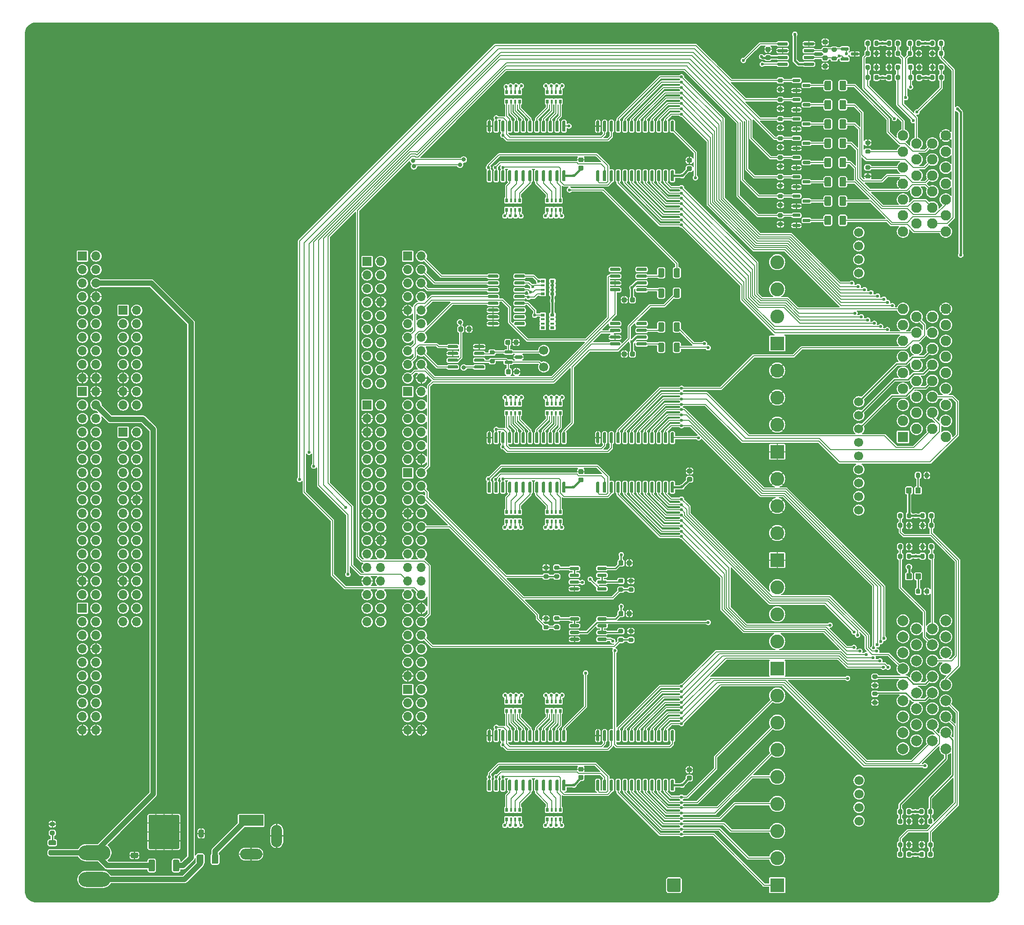
<source format=gtl>
G75*
G70*
%OFA0B0*%
%FSLAX25Y25*%
%IPPOS*%
%LPD*%
%AMOC8*
5,1,8,0,0,1.08239X$1,22.5*
%
%ADD10C,0.03150*%
%ADD11C,0.25197*%
%ADD12R,0.07677X0.07677*%
%ADD13C,0.07677*%
%ADD14R,0.06693X0.06693*%
%ADD15O,0.06693X0.06693*%
%ADD16R,0.10236X0.10236*%
%ADD17C,0.10236*%
%ADD18C,0.06693*%
%ADD19O,0.23622X0.11024*%
%ADD20R,0.01969X0.03150*%
%ADD21R,0.01575X0.03150*%
%ADD22R,0.18110X0.07874*%
%ADD23O,0.16535X0.07874*%
%ADD24O,0.07874X0.16535*%
%ADD25R,0.03150X0.01969*%
%ADD26R,0.03150X0.01575*%
%ADD27C,0.07874*%
%ADD28C,0.02362*%
%ADD29C,0.00984*%
%ADD30C,0.01575*%
%ADD31C,0.03937*%
%ADD32C,0.00787*%
X0000000Y0000000D02*
%LPD*%
G01*
D10*
X0309449Y0013780D03*
X0312216Y0020461D03*
X0312216Y0007098D03*
X0318898Y0023228D03*
D11*
X0318898Y0013780D03*
D10*
X0318898Y0004331D03*
X0325579Y0020461D03*
X0325579Y0007098D03*
X0328346Y0013780D03*
G36*
G01*
X0653642Y0060925D02*
X0653642Y0058760D01*
G75*
G02*
X0652854Y0057972I-000787J0000000D01*
G01*
X0651280Y0057972D01*
G75*
G02*
X0650492Y0058760I0000000J0000787D01*
G01*
X0650492Y0060925D01*
G75*
G02*
X0651280Y0061713I0000787J0000000D01*
G01*
X0652854Y0061713D01*
G75*
G02*
X0653642Y0060925I0000000J-000787D01*
G01*
G37*
G36*
G01*
X0647146Y0060925D02*
X0647146Y0058760D01*
G75*
G02*
X0646358Y0057972I-000787J0000000D01*
G01*
X0644783Y0057972D01*
G75*
G02*
X0643996Y0058760I0000000J0000787D01*
G01*
X0643996Y0060925D01*
G75*
G02*
X0644783Y0061713I0000787J0000000D01*
G01*
X0646358Y0061713D01*
G75*
G02*
X0647146Y0060925I0000000J-000787D01*
G01*
G37*
G36*
G01*
X0589665Y0600689D02*
X0589665Y0605610D01*
G75*
G02*
X0590650Y0606594I0000984J0000000D01*
G01*
X0593602Y0606594D01*
G75*
G02*
X0594587Y0605610I0000000J-000984D01*
G01*
X0594587Y0600689D01*
G75*
G02*
X0593602Y0599705I-000984J0000000D01*
G01*
X0590650Y0599705D01*
G75*
G02*
X0589665Y0600689I0000000J0000984D01*
G01*
G37*
G36*
G01*
X0600689Y0600689D02*
X0600689Y0605610D01*
G75*
G02*
X0601673Y0606594I0000984J0000000D01*
G01*
X0604626Y0606594D01*
G75*
G02*
X0605610Y0605610I0000000J-000984D01*
G01*
X0605610Y0600689D01*
G75*
G02*
X0604626Y0599705I-000984J0000000D01*
G01*
X0601673Y0599705D01*
G75*
G02*
X0600689Y0600689I0000000J0000984D01*
G01*
G37*
D12*
X0647638Y0343701D03*
D13*
X0647638Y0355512D03*
X0647638Y0367323D03*
X0647638Y0379134D03*
X0647638Y0390945D03*
X0647638Y0402756D03*
X0647638Y0414567D03*
X0647638Y0426378D03*
X0647638Y0438189D03*
X0657480Y0349606D03*
X0657480Y0361417D03*
X0657480Y0373228D03*
X0657480Y0385039D03*
X0657480Y0396850D03*
X0657480Y0408661D03*
X0657480Y0420472D03*
X0657480Y0432283D03*
X0669291Y0349606D03*
X0669291Y0361417D03*
X0669291Y0373228D03*
X0669291Y0385039D03*
X0669291Y0396850D03*
X0669291Y0408661D03*
X0669291Y0420472D03*
X0669291Y0432283D03*
X0679134Y0343701D03*
X0679134Y0355512D03*
X0679134Y0367323D03*
X0679134Y0379134D03*
X0679134Y0390945D03*
X0679134Y0402756D03*
X0679134Y0414567D03*
X0679134Y0426378D03*
X0679134Y0438189D03*
X0647638Y0495276D03*
X0647638Y0507087D03*
X0647638Y0518898D03*
X0647638Y0530709D03*
X0647638Y0542520D03*
X0647638Y0554331D03*
X0647638Y0566142D03*
X0657480Y0501181D03*
X0657480Y0512992D03*
X0657480Y0524803D03*
X0657480Y0536614D03*
X0657480Y0548425D03*
X0657480Y0560236D03*
X0669291Y0501181D03*
X0669291Y0512992D03*
X0669291Y0524803D03*
X0669291Y0536614D03*
X0669291Y0548425D03*
X0669291Y0560236D03*
X0679134Y0495276D03*
X0679134Y0507087D03*
X0679134Y0518898D03*
X0679134Y0530709D03*
X0679134Y0542520D03*
X0679134Y0554331D03*
X0679134Y0566142D03*
G36*
G01*
X0677362Y0617618D02*
X0677362Y0615453D01*
G75*
G02*
X0676575Y0614665I-000787J0000000D01*
G01*
X0675000Y0614665D01*
G75*
G02*
X0674213Y0615453I0000000J0000787D01*
G01*
X0674213Y0617618D01*
G75*
G02*
X0675000Y0618406I0000787J0000000D01*
G01*
X0676575Y0618406D01*
G75*
G02*
X0677362Y0617618I0000000J-000787D01*
G01*
G37*
G36*
G01*
X0670866Y0617618D02*
X0670866Y0615453D01*
G75*
G02*
X0670079Y0614665I-000787J0000000D01*
G01*
X0668504Y0614665D01*
G75*
G02*
X0667717Y0615453I0000000J0000787D01*
G01*
X0667717Y0617618D01*
G75*
G02*
X0668504Y0618406I0000787J0000000D01*
G01*
X0670079Y0618406D01*
G75*
G02*
X0670866Y0617618I0000000J-000787D01*
G01*
G37*
D14*
X0252323Y0473165D03*
D15*
X0262323Y0473165D03*
X0252323Y0463165D03*
X0262323Y0463165D03*
X0252323Y0453165D03*
X0262323Y0453165D03*
X0252323Y0443165D03*
X0262323Y0443165D03*
X0252323Y0433165D03*
X0262323Y0433165D03*
X0252323Y0423165D03*
X0262323Y0423165D03*
X0252323Y0413165D03*
X0262323Y0413165D03*
X0252323Y0403165D03*
X0262323Y0403165D03*
X0252323Y0393165D03*
X0262323Y0393165D03*
X0252323Y0383165D03*
X0262323Y0383165D03*
G36*
G01*
X0131890Y0052657D02*
X0131890Y0048917D01*
G75*
G02*
X0130906Y0047933I-000984J0000000D01*
G01*
X0128937Y0047933D01*
G75*
G02*
X0127953Y0048917I0000000J0000984D01*
G01*
X0127953Y0052657D01*
G75*
G02*
X0128937Y0053642I0000984J0000000D01*
G01*
X0130906Y0053642D01*
G75*
G02*
X0131890Y0052657I0000000J-000984D01*
G01*
G37*
G36*
G01*
X0124409Y0052657D02*
X0124409Y0048917D01*
G75*
G02*
X0123425Y0047933I-000984J0000000D01*
G01*
X0121457Y0047933D01*
G75*
G02*
X0120472Y0048917I0000000J0000984D01*
G01*
X0120472Y0052657D01*
G75*
G02*
X0121457Y0053642I0000984J0000000D01*
G01*
X0123425Y0053642D01*
G75*
G02*
X0124409Y0052657I0000000J-000984D01*
G01*
G37*
G36*
G01*
X0627953Y0158563D02*
X0625787Y0158563D01*
G75*
G02*
X0625000Y0159350I0000000J0000787D01*
G01*
X0625000Y0160925D01*
G75*
G02*
X0625787Y0161713I0000787J0000000D01*
G01*
X0627953Y0161713D01*
G75*
G02*
X0628740Y0160925I0000000J-000787D01*
G01*
X0628740Y0159350D01*
G75*
G02*
X0627953Y0158563I-000787J0000000D01*
G01*
G37*
G36*
G01*
X0627953Y0165059D02*
X0625787Y0165059D01*
G75*
G02*
X0625000Y0165846I0000000J0000787D01*
G01*
X0625000Y0167421D01*
G75*
G02*
X0625787Y0168209I0000787J0000000D01*
G01*
X0627953Y0168209D01*
G75*
G02*
X0628740Y0167421I0000000J-000787D01*
G01*
X0628740Y0165846D01*
G75*
G02*
X0627953Y0165059I-000787J0000000D01*
G01*
G37*
D16*
X0554823Y0252677D03*
D17*
X0554823Y0272677D03*
X0554823Y0292677D03*
X0554823Y0312677D03*
G36*
G01*
X0354331Y0412421D02*
X0354331Y0414390D01*
G75*
G02*
X0355217Y0415276I0000886J0000000D01*
G01*
X0356988Y0415276D01*
G75*
G02*
X0357874Y0414390I0000000J-000886D01*
G01*
X0357874Y0412421D01*
G75*
G02*
X0356988Y0411535I-000886J0000000D01*
G01*
X0355217Y0411535D01*
G75*
G02*
X0354331Y0412421I0000000J0000886D01*
G01*
G37*
G36*
G01*
X0360433Y0412421D02*
X0360433Y0414390D01*
G75*
G02*
X0361319Y0415276I0000886J0000000D01*
G01*
X0363091Y0415276D01*
G75*
G02*
X0363976Y0414390I0000000J-000886D01*
G01*
X0363976Y0412421D01*
G75*
G02*
X0363091Y0411535I-000886J0000000D01*
G01*
X0361319Y0411535D01*
G75*
G02*
X0360433Y0412421I0000000J0000886D01*
G01*
G37*
G36*
G01*
X0566093Y0577840D02*
X0566093Y0579021D01*
G75*
G02*
X0566683Y0579612I0000591J0000000D01*
G01*
X0571309Y0579612D01*
G75*
G02*
X0571900Y0579021I0000000J-000591D01*
G01*
X0571900Y0577840D01*
G75*
G02*
X0571309Y0577250I-000591J0000000D01*
G01*
X0566683Y0577250D01*
G75*
G02*
X0566093Y0577840I0000000J0000591D01*
G01*
G37*
G36*
G01*
X0573474Y0574100D02*
X0573474Y0575281D01*
G75*
G02*
X0574065Y0575872I0000591J0000000D01*
G01*
X0578691Y0575872D01*
G75*
G02*
X0579281Y0575281I0000000J-000591D01*
G01*
X0579281Y0574100D01*
G75*
G02*
X0578691Y0573510I-000591J0000000D01*
G01*
X0574065Y0573510D01*
G75*
G02*
X0573474Y0574100I0000000J0000591D01*
G01*
G37*
G36*
G01*
X0566093Y0570360D02*
X0566093Y0571541D01*
G75*
G02*
X0566683Y0572132I0000591J0000000D01*
G01*
X0571309Y0572132D01*
G75*
G02*
X0571900Y0571541I0000000J-000591D01*
G01*
X0571900Y0570360D01*
G75*
G02*
X0571309Y0569769I-000591J0000000D01*
G01*
X0566683Y0569769D01*
G75*
G02*
X0566093Y0570360I0000000J0000591D01*
G01*
G37*
D18*
X0382677Y0395276D03*
G36*
G01*
X0018282Y0045915D02*
X0021875Y0045915D01*
G75*
G02*
X0022835Y0044956I0000000J-000960D01*
G01*
X0022835Y0043036D01*
G75*
G02*
X0021875Y0042077I-000960J0000000D01*
G01*
X0018282Y0042077D01*
G75*
G02*
X0017323Y0043036I0000000J0000960D01*
G01*
X0017323Y0044956D01*
G75*
G02*
X0018282Y0045915I0000960J0000000D01*
G01*
G37*
G36*
G01*
X0018282Y0038533D02*
X0021875Y0038533D01*
G75*
G02*
X0022835Y0037574I0000000J-000960D01*
G01*
X0022835Y0035655D01*
G75*
G02*
X0021875Y0034695I-000960J0000000D01*
G01*
X0018282Y0034695D01*
G75*
G02*
X0017323Y0035655I0000000J0000960D01*
G01*
X0017323Y0037574D01*
G75*
G02*
X0018282Y0038533I0000960J0000000D01*
G01*
G37*
G36*
G01*
X0653642Y0036516D02*
X0653642Y0034350D01*
G75*
G02*
X0652854Y0033563I-000787J0000000D01*
G01*
X0651280Y0033563D01*
G75*
G02*
X0650492Y0034350I0000000J0000787D01*
G01*
X0650492Y0036516D01*
G75*
G02*
X0651280Y0037303I0000787J0000000D01*
G01*
X0652854Y0037303D01*
G75*
G02*
X0653642Y0036516I0000000J-000787D01*
G01*
G37*
G36*
G01*
X0647146Y0036516D02*
X0647146Y0034350D01*
G75*
G02*
X0646358Y0033563I-000787J0000000D01*
G01*
X0644783Y0033563D01*
G75*
G02*
X0643996Y0034350I0000000J0000787D01*
G01*
X0643996Y0036516D01*
G75*
G02*
X0644783Y0037303I0000787J0000000D01*
G01*
X0646358Y0037303D01*
G75*
G02*
X0647146Y0036516I0000000J-000787D01*
G01*
G37*
G36*
G01*
X0635728Y0633169D02*
X0635728Y0635335D01*
G75*
G02*
X0636516Y0636122I0000787J0000000D01*
G01*
X0638091Y0636122D01*
G75*
G02*
X0638878Y0635335I0000000J-000787D01*
G01*
X0638878Y0633169D01*
G75*
G02*
X0638091Y0632382I-000787J0000000D01*
G01*
X0636516Y0632382D01*
G75*
G02*
X0635728Y0633169I0000000J0000787D01*
G01*
G37*
G36*
G01*
X0642224Y0633169D02*
X0642224Y0635335D01*
G75*
G02*
X0643012Y0636122I0000787J0000000D01*
G01*
X0644587Y0636122D01*
G75*
G02*
X0645374Y0635335I0000000J-000787D01*
G01*
X0645374Y0633169D01*
G75*
G02*
X0644587Y0632382I-000787J0000000D01*
G01*
X0643012Y0632382D01*
G75*
G02*
X0642224Y0633169I0000000J0000787D01*
G01*
G37*
D19*
X0051181Y0016929D03*
X0051181Y0036614D03*
G36*
G01*
X0589665Y0543771D02*
X0589665Y0548692D01*
G75*
G02*
X0590650Y0549677I0000984J0000000D01*
G01*
X0593602Y0549677D01*
G75*
G02*
X0594587Y0548692I0000000J-000984D01*
G01*
X0594587Y0543771D01*
G75*
G02*
X0593602Y0542787I-000984J0000000D01*
G01*
X0590650Y0542787D01*
G75*
G02*
X0589665Y0543771I0000000J0000984D01*
G01*
G37*
G36*
G01*
X0600689Y0543771D02*
X0600689Y0548692D01*
G75*
G02*
X0601673Y0549677I0000984J0000000D01*
G01*
X0604626Y0549677D01*
G75*
G02*
X0605610Y0548692I0000000J-000984D01*
G01*
X0605610Y0543771D01*
G75*
G02*
X0604626Y0542787I-000984J0000000D01*
G01*
X0601673Y0542787D01*
G75*
G02*
X0600689Y0543771I0000000J0000984D01*
G01*
G37*
G36*
G01*
X0547047Y0631594D02*
X0549016Y0631594D01*
G75*
G02*
X0549902Y0630709I0000000J-000886D01*
G01*
X0549902Y0628937D01*
G75*
G02*
X0549016Y0628051I-000886J0000000D01*
G01*
X0547047Y0628051D01*
G75*
G02*
X0546161Y0628937I0000000J0000886D01*
G01*
X0546161Y0630709D01*
G75*
G02*
X0547047Y0631594I0000886J0000000D01*
G01*
G37*
G36*
G01*
X0547047Y0625492D02*
X0549016Y0625492D01*
G75*
G02*
X0549902Y0624606I0000000J-000886D01*
G01*
X0549902Y0622835D01*
G75*
G02*
X0549016Y0621949I-000886J0000000D01*
G01*
X0547047Y0621949D01*
G75*
G02*
X0546161Y0622835I0000000J0000886D01*
G01*
X0546161Y0624606D01*
G75*
G02*
X0547047Y0625492I0000886J0000000D01*
G01*
G37*
G36*
G01*
X0482972Y0467264D02*
X0482972Y0462343D01*
G75*
G02*
X0481988Y0461358I-000984J0000000D01*
G01*
X0479528Y0461358D01*
G75*
G02*
X0478543Y0462343I0000000J0000984D01*
G01*
X0478543Y0467264D01*
G75*
G02*
X0479528Y0468248I0000984J0000000D01*
G01*
X0481988Y0468248D01*
G75*
G02*
X0482972Y0467264I0000000J-000984D01*
G01*
G37*
G36*
G01*
X0471457Y0467264D02*
X0471457Y0462343D01*
G75*
G02*
X0470472Y0461358I-000984J0000000D01*
G01*
X0468012Y0461358D01*
G75*
G02*
X0467028Y0462343I0000000J0000984D01*
G01*
X0467028Y0467264D01*
G75*
G02*
X0468012Y0468248I0000984J0000000D01*
G01*
X0470472Y0468248D01*
G75*
G02*
X0471457Y0467264I0000000J-000984D01*
G01*
G37*
D20*
X0355276Y0061260D03*
D21*
X0358425Y0061260D03*
X0361575Y0061260D03*
D20*
X0364724Y0061260D03*
X0364724Y0068346D03*
D21*
X0361575Y0068346D03*
X0358425Y0068346D03*
D20*
X0355276Y0068346D03*
G36*
G01*
X0449823Y0445787D02*
X0449823Y0443819D01*
G75*
G02*
X0448937Y0442933I-000886J0000000D01*
G01*
X0447165Y0442933D01*
G75*
G02*
X0446280Y0443819I0000000J0000886D01*
G01*
X0446280Y0445787D01*
G75*
G02*
X0447165Y0446673I0000886J0000000D01*
G01*
X0448937Y0446673D01*
G75*
G02*
X0449823Y0445787I0000000J-000886D01*
G01*
G37*
G36*
G01*
X0443720Y0445787D02*
X0443720Y0443819D01*
G75*
G02*
X0442835Y0442933I-000886J0000000D01*
G01*
X0441063Y0442933D01*
G75*
G02*
X0440177Y0443819I0000000J0000886D01*
G01*
X0440177Y0445787D01*
G75*
G02*
X0441063Y0446673I0000886J0000000D01*
G01*
X0442835Y0446673D01*
G75*
G02*
X0443720Y0445787I0000000J-000886D01*
G01*
G37*
X0364724Y0148346D03*
D21*
X0361575Y0148346D03*
X0358425Y0148346D03*
D20*
X0355276Y0148346D03*
X0355276Y0141260D03*
D21*
X0358425Y0141260D03*
X0361575Y0141260D03*
D20*
X0364724Y0141260D03*
D18*
X0615000Y0494646D03*
X0382677Y0407480D03*
G36*
G01*
X0329232Y0424213D02*
X0329232Y0422244D01*
G75*
G02*
X0328346Y0421358I-000886J0000000D01*
G01*
X0326575Y0421358D01*
G75*
G02*
X0325689Y0422244I0000000J0000886D01*
G01*
X0325689Y0424213D01*
G75*
G02*
X0326575Y0425098I0000886J0000000D01*
G01*
X0328346Y0425098D01*
G75*
G02*
X0329232Y0424213I0000000J-000886D01*
G01*
G37*
G36*
G01*
X0323130Y0424213D02*
X0323130Y0422244D01*
G75*
G02*
X0322244Y0421358I-000886J0000000D01*
G01*
X0320472Y0421358D01*
G75*
G02*
X0319587Y0422244I0000000J0000886D01*
G01*
X0319587Y0424213D01*
G75*
G02*
X0320472Y0425098I0000886J0000000D01*
G01*
X0322244Y0425098D01*
G75*
G02*
X0323130Y0424213I0000000J-000886D01*
G01*
G37*
X0615000Y0359646D03*
G36*
G01*
X0482972Y0412264D02*
X0482972Y0407343D01*
G75*
G02*
X0481988Y0406358I-000984J0000000D01*
G01*
X0479528Y0406358D01*
G75*
G02*
X0478543Y0407343I0000000J0000984D01*
G01*
X0478543Y0412264D01*
G75*
G02*
X0479528Y0413248I0000984J0000000D01*
G01*
X0481988Y0413248D01*
G75*
G02*
X0482972Y0412264I0000000J-000984D01*
G01*
G37*
G36*
G01*
X0471457Y0412264D02*
X0471457Y0407343D01*
G75*
G02*
X0470472Y0406358I-000984J0000000D01*
G01*
X0468012Y0406358D01*
G75*
G02*
X0467028Y0407343I0000000J0000984D01*
G01*
X0467028Y0412264D01*
G75*
G02*
X0468012Y0413248I0000984J0000000D01*
G01*
X0470472Y0413248D01*
G75*
G02*
X0471457Y0412264I0000000J-000984D01*
G01*
G37*
G36*
G01*
X0311713Y0409685D02*
X0311713Y0410866D01*
G75*
G02*
X0312303Y0411457I0000591J0000000D01*
G01*
X0318799Y0411457D01*
G75*
G02*
X0319390Y0410866I0000000J-000591D01*
G01*
X0319390Y0409685D01*
G75*
G02*
X0318799Y0409094I-000591J0000000D01*
G01*
X0312303Y0409094D01*
G75*
G02*
X0311713Y0409685I0000000J0000591D01*
G01*
G37*
G36*
G01*
X0311713Y0404685D02*
X0311713Y0405866D01*
G75*
G02*
X0312303Y0406457I0000591J0000000D01*
G01*
X0318799Y0406457D01*
G75*
G02*
X0319390Y0405866I0000000J-000591D01*
G01*
X0319390Y0404685D01*
G75*
G02*
X0318799Y0404094I-000591J0000000D01*
G01*
X0312303Y0404094D01*
G75*
G02*
X0311713Y0404685I0000000J0000591D01*
G01*
G37*
G36*
G01*
X0311713Y0399685D02*
X0311713Y0400866D01*
G75*
G02*
X0312303Y0401457I0000591J0000000D01*
G01*
X0318799Y0401457D01*
G75*
G02*
X0319390Y0400866I0000000J-000591D01*
G01*
X0319390Y0399685D01*
G75*
G02*
X0318799Y0399094I-000591J0000000D01*
G01*
X0312303Y0399094D01*
G75*
G02*
X0311713Y0399685I0000000J0000591D01*
G01*
G37*
G36*
G01*
X0311713Y0394685D02*
X0311713Y0395866D01*
G75*
G02*
X0312303Y0396457I0000591J0000000D01*
G01*
X0318799Y0396457D01*
G75*
G02*
X0319390Y0395866I0000000J-000591D01*
G01*
X0319390Y0394685D01*
G75*
G02*
X0318799Y0394094I-000591J0000000D01*
G01*
X0312303Y0394094D01*
G75*
G02*
X0311713Y0394685I0000000J0000591D01*
G01*
G37*
G36*
G01*
X0331201Y0394685D02*
X0331201Y0395866D01*
G75*
G02*
X0331791Y0396457I0000591J0000000D01*
G01*
X0338287Y0396457D01*
G75*
G02*
X0338878Y0395866I0000000J-000591D01*
G01*
X0338878Y0394685D01*
G75*
G02*
X0338287Y0394094I-000591J0000000D01*
G01*
X0331791Y0394094D01*
G75*
G02*
X0331201Y0394685I0000000J0000591D01*
G01*
G37*
G36*
G01*
X0331201Y0399685D02*
X0331201Y0400866D01*
G75*
G02*
X0331791Y0401457I0000591J0000000D01*
G01*
X0338287Y0401457D01*
G75*
G02*
X0338878Y0400866I0000000J-000591D01*
G01*
X0338878Y0399685D01*
G75*
G02*
X0338287Y0399094I-000591J0000000D01*
G01*
X0331791Y0399094D01*
G75*
G02*
X0331201Y0399685I0000000J0000591D01*
G01*
G37*
G36*
G01*
X0331201Y0404685D02*
X0331201Y0405866D01*
G75*
G02*
X0331791Y0406457I0000591J0000000D01*
G01*
X0338287Y0406457D01*
G75*
G02*
X0338878Y0405866I0000000J-000591D01*
G01*
X0338878Y0404685D01*
G75*
G02*
X0338287Y0404094I-000591J0000000D01*
G01*
X0331791Y0404094D01*
G75*
G02*
X0331201Y0404685I0000000J0000591D01*
G01*
G37*
G36*
G01*
X0331201Y0409685D02*
X0331201Y0410866D01*
G75*
G02*
X0331791Y0411457I0000591J0000000D01*
G01*
X0338287Y0411457D01*
G75*
G02*
X0338878Y0410866I0000000J-000591D01*
G01*
X0338878Y0409685D01*
G75*
G02*
X0338287Y0409094I-000591J0000000D01*
G01*
X0331791Y0409094D01*
G75*
G02*
X0331201Y0409685I0000000J0000591D01*
G01*
G37*
G36*
G01*
X0670079Y0279429D02*
X0670079Y0277264D01*
G75*
G02*
X0669291Y0276476I-000787J0000000D01*
G01*
X0667717Y0276476D01*
G75*
G02*
X0666929Y0277264I0000000J0000787D01*
G01*
X0666929Y0279429D01*
G75*
G02*
X0667717Y0280217I0000787J0000000D01*
G01*
X0669291Y0280217D01*
G75*
G02*
X0670079Y0279429I0000000J-000787D01*
G01*
G37*
G36*
G01*
X0663583Y0279429D02*
X0663583Y0277264D01*
G75*
G02*
X0662795Y0276476I-000787J0000000D01*
G01*
X0661220Y0276476D01*
G75*
G02*
X0660433Y0277264I0000000J0000787D01*
G01*
X0660433Y0279429D01*
G75*
G02*
X0661220Y0280217I0000787J0000000D01*
G01*
X0662795Y0280217D01*
G75*
G02*
X0663583Y0279429I0000000J-000787D01*
G01*
G37*
D14*
X0072323Y0347165D03*
D15*
X0082323Y0347165D03*
X0072323Y0337165D03*
X0082323Y0337165D03*
X0072323Y0327165D03*
X0082323Y0327165D03*
X0072323Y0317165D03*
X0082323Y0317165D03*
X0072323Y0307165D03*
X0082323Y0307165D03*
X0072323Y0297165D03*
X0082323Y0297165D03*
X0072323Y0287165D03*
X0082323Y0287165D03*
X0072323Y0277165D03*
X0082323Y0277165D03*
X0072323Y0267165D03*
X0082323Y0267165D03*
X0072323Y0257165D03*
X0082323Y0257165D03*
X0072323Y0247165D03*
X0082323Y0247165D03*
X0072323Y0237165D03*
X0082323Y0237165D03*
X0072323Y0227165D03*
X0082323Y0227165D03*
X0072323Y0217165D03*
X0082323Y0217165D03*
X0072323Y0207165D03*
X0082323Y0207165D03*
D18*
X0615000Y0319646D03*
G36*
G01*
X0401772Y0245886D02*
X0401772Y0247067D01*
G75*
G02*
X0402362Y0247657I0000591J0000000D01*
G01*
X0408071Y0247657D01*
G75*
G02*
X0408661Y0247067I0000000J-000591D01*
G01*
X0408661Y0245886D01*
G75*
G02*
X0408071Y0245295I-000591J0000000D01*
G01*
X0402362Y0245295D01*
G75*
G02*
X0401772Y0245886I0000000J0000591D01*
G01*
G37*
G36*
G01*
X0401772Y0240886D02*
X0401772Y0242067D01*
G75*
G02*
X0402362Y0242657I0000591J0000000D01*
G01*
X0408071Y0242657D01*
G75*
G02*
X0408661Y0242067I0000000J-000591D01*
G01*
X0408661Y0240886D01*
G75*
G02*
X0408071Y0240295I-000591J0000000D01*
G01*
X0402362Y0240295D01*
G75*
G02*
X0401772Y0240886I0000000J0000591D01*
G01*
G37*
G36*
G01*
X0401772Y0235886D02*
X0401772Y0237067D01*
G75*
G02*
X0402362Y0237657I0000591J0000000D01*
G01*
X0408071Y0237657D01*
G75*
G02*
X0408661Y0237067I0000000J-000591D01*
G01*
X0408661Y0235886D01*
G75*
G02*
X0408071Y0235295I-000591J0000000D01*
G01*
X0402362Y0235295D01*
G75*
G02*
X0401772Y0235886I0000000J0000591D01*
G01*
G37*
G36*
G01*
X0401772Y0230886D02*
X0401772Y0232067D01*
G75*
G02*
X0402362Y0232657I0000591J0000000D01*
G01*
X0408071Y0232657D01*
G75*
G02*
X0408661Y0232067I0000000J-000591D01*
G01*
X0408661Y0230886D01*
G75*
G02*
X0408071Y0230295I-000591J0000000D01*
G01*
X0402362Y0230295D01*
G75*
G02*
X0401772Y0230886I0000000J0000591D01*
G01*
G37*
G36*
G01*
X0422047Y0230886D02*
X0422047Y0232067D01*
G75*
G02*
X0422638Y0232657I0000591J0000000D01*
G01*
X0428346Y0232657D01*
G75*
G02*
X0428937Y0232067I0000000J-000591D01*
G01*
X0428937Y0230886D01*
G75*
G02*
X0428346Y0230295I-000591J0000000D01*
G01*
X0422638Y0230295D01*
G75*
G02*
X0422047Y0230886I0000000J0000591D01*
G01*
G37*
G36*
G01*
X0422047Y0235886D02*
X0422047Y0237067D01*
G75*
G02*
X0422638Y0237657I0000591J0000000D01*
G01*
X0428346Y0237657D01*
G75*
G02*
X0428937Y0237067I0000000J-000591D01*
G01*
X0428937Y0235886D01*
G75*
G02*
X0428346Y0235295I-000591J0000000D01*
G01*
X0422638Y0235295D01*
G75*
G02*
X0422047Y0235886I0000000J0000591D01*
G01*
G37*
G36*
G01*
X0422047Y0240886D02*
X0422047Y0242067D01*
G75*
G02*
X0422638Y0242657I0000591J0000000D01*
G01*
X0428346Y0242657D01*
G75*
G02*
X0428937Y0242067I0000000J-000591D01*
G01*
X0428937Y0240886D01*
G75*
G02*
X0428346Y0240295I-000591J0000000D01*
G01*
X0422638Y0240295D01*
G75*
G02*
X0422047Y0240886I0000000J0000591D01*
G01*
G37*
G36*
G01*
X0422047Y0245886D02*
X0422047Y0247067D01*
G75*
G02*
X0422638Y0247657I0000591J0000000D01*
G01*
X0428346Y0247657D01*
G75*
G02*
X0428937Y0247067I0000000J-000591D01*
G01*
X0428937Y0245886D01*
G75*
G02*
X0428346Y0245295I-000591J0000000D01*
G01*
X0422638Y0245295D01*
G75*
G02*
X0422047Y0245886I0000000J0000591D01*
G01*
G37*
G36*
G01*
X0601673Y0629528D02*
X0601673Y0630709D01*
G75*
G02*
X0602264Y0631299I0000591J0000000D01*
G01*
X0606890Y0631299D01*
G75*
G02*
X0607480Y0630709I0000000J-000591D01*
G01*
X0607480Y0629528D01*
G75*
G02*
X0606890Y0628937I-000591J0000000D01*
G01*
X0602264Y0628937D01*
G75*
G02*
X0601673Y0629528I0000000J0000591D01*
G01*
G37*
G36*
G01*
X0601673Y0622047D02*
X0601673Y0623228D01*
G75*
G02*
X0602264Y0623819I0000591J0000000D01*
G01*
X0606890Y0623819D01*
G75*
G02*
X0607480Y0623228I0000000J-000591D01*
G01*
X0607480Y0622047D01*
G75*
G02*
X0606890Y0621457I-000591J0000000D01*
G01*
X0602264Y0621457D01*
G75*
G02*
X0601673Y0622047I0000000J0000591D01*
G01*
G37*
G36*
G01*
X0609055Y0625787D02*
X0609055Y0626969D01*
G75*
G02*
X0609646Y0627559I0000591J0000000D01*
G01*
X0614272Y0627559D01*
G75*
G02*
X0614862Y0626969I0000000J-000591D01*
G01*
X0614862Y0625787D01*
G75*
G02*
X0614272Y0625197I-000591J0000000D01*
G01*
X0609646Y0625197D01*
G75*
G02*
X0609055Y0625787I0000000J0000591D01*
G01*
G37*
X0615000Y0299646D03*
D14*
X0282323Y0317087D03*
D15*
X0292323Y0317087D03*
X0282323Y0307087D03*
X0292323Y0307087D03*
X0282323Y0297087D03*
X0292323Y0297087D03*
X0282323Y0287087D03*
X0292323Y0287087D03*
X0282323Y0277087D03*
X0292323Y0277087D03*
X0282323Y0267087D03*
X0292323Y0267087D03*
X0282323Y0257087D03*
X0292323Y0257087D03*
X0282323Y0247087D03*
X0292323Y0247087D03*
X0282323Y0237087D03*
X0292323Y0237087D03*
X0282323Y0227087D03*
X0292323Y0227087D03*
X0282323Y0217087D03*
X0292323Y0217087D03*
X0282323Y0207087D03*
X0292323Y0207087D03*
X0282323Y0197087D03*
X0292323Y0197087D03*
X0282323Y0187087D03*
X0292323Y0187087D03*
X0282323Y0177087D03*
X0292323Y0177087D03*
X0282323Y0167087D03*
X0292323Y0167087D03*
D22*
X0166732Y0060433D03*
D23*
X0166732Y0035630D03*
D24*
X0185630Y0049016D03*
G36*
G01*
X0401850Y0208642D02*
X0401850Y0209823D01*
G75*
G02*
X0402441Y0210413I0000591J0000000D01*
G01*
X0408150Y0210413D01*
G75*
G02*
X0408740Y0209823I0000000J-000591D01*
G01*
X0408740Y0208642D01*
G75*
G02*
X0408150Y0208051I-000591J0000000D01*
G01*
X0402441Y0208051D01*
G75*
G02*
X0401850Y0208642I0000000J0000591D01*
G01*
G37*
G36*
G01*
X0401850Y0203642D02*
X0401850Y0204823D01*
G75*
G02*
X0402441Y0205413I0000591J0000000D01*
G01*
X0408150Y0205413D01*
G75*
G02*
X0408740Y0204823I0000000J-000591D01*
G01*
X0408740Y0203642D01*
G75*
G02*
X0408150Y0203051I-000591J0000000D01*
G01*
X0402441Y0203051D01*
G75*
G02*
X0401850Y0203642I0000000J0000591D01*
G01*
G37*
G36*
G01*
X0401850Y0198642D02*
X0401850Y0199823D01*
G75*
G02*
X0402441Y0200413I0000591J0000000D01*
G01*
X0408150Y0200413D01*
G75*
G02*
X0408740Y0199823I0000000J-000591D01*
G01*
X0408740Y0198642D01*
G75*
G02*
X0408150Y0198051I-000591J0000000D01*
G01*
X0402441Y0198051D01*
G75*
G02*
X0401850Y0198642I0000000J0000591D01*
G01*
G37*
G36*
G01*
X0401850Y0193642D02*
X0401850Y0194823D01*
G75*
G02*
X0402441Y0195413I0000591J0000000D01*
G01*
X0408150Y0195413D01*
G75*
G02*
X0408740Y0194823I0000000J-000591D01*
G01*
X0408740Y0193642D01*
G75*
G02*
X0408150Y0193051I-000591J0000000D01*
G01*
X0402441Y0193051D01*
G75*
G02*
X0401850Y0193642I0000000J0000591D01*
G01*
G37*
G36*
G01*
X0422126Y0193642D02*
X0422126Y0194823D01*
G75*
G02*
X0422717Y0195413I0000591J0000000D01*
G01*
X0428425Y0195413D01*
G75*
G02*
X0429016Y0194823I0000000J-000591D01*
G01*
X0429016Y0193642D01*
G75*
G02*
X0428425Y0193051I-000591J0000000D01*
G01*
X0422717Y0193051D01*
G75*
G02*
X0422126Y0193642I0000000J0000591D01*
G01*
G37*
G36*
G01*
X0422126Y0198642D02*
X0422126Y0199823D01*
G75*
G02*
X0422717Y0200413I0000591J0000000D01*
G01*
X0428425Y0200413D01*
G75*
G02*
X0429016Y0199823I0000000J-000591D01*
G01*
X0429016Y0198642D01*
G75*
G02*
X0428425Y0198051I-000591J0000000D01*
G01*
X0422717Y0198051D01*
G75*
G02*
X0422126Y0198642I0000000J0000591D01*
G01*
G37*
G36*
G01*
X0422126Y0203642D02*
X0422126Y0204823D01*
G75*
G02*
X0422717Y0205413I0000591J0000000D01*
G01*
X0428425Y0205413D01*
G75*
G02*
X0429016Y0204823I0000000J-000591D01*
G01*
X0429016Y0203642D01*
G75*
G02*
X0428425Y0203051I-000591J0000000D01*
G01*
X0422717Y0203051D01*
G75*
G02*
X0422126Y0203642I0000000J0000591D01*
G01*
G37*
G36*
G01*
X0422126Y0208642D02*
X0422126Y0209823D01*
G75*
G02*
X0422717Y0210413I0000591J0000000D01*
G01*
X0428425Y0210413D01*
G75*
G02*
X0429016Y0209823I0000000J-000591D01*
G01*
X0429016Y0208642D01*
G75*
G02*
X0428425Y0208051I-000591J0000000D01*
G01*
X0422717Y0208051D01*
G75*
G02*
X0422126Y0208642I0000000J0000591D01*
G01*
G37*
G36*
G01*
X0126673Y0029429D02*
X0126673Y0034350D01*
G75*
G02*
X0127657Y0035335I0000984J0000000D01*
G01*
X0130610Y0035335D01*
G75*
G02*
X0131594Y0034350I0000000J-000984D01*
G01*
X0131594Y0029429D01*
G75*
G02*
X0130610Y0028445I-000984J0000000D01*
G01*
X0127657Y0028445D01*
G75*
G02*
X0126673Y0029429I0000000J0000984D01*
G01*
G37*
G36*
G01*
X0137697Y0029429D02*
X0137697Y0034350D01*
G75*
G02*
X0138681Y0035335I0000984J0000000D01*
G01*
X0141634Y0035335D01*
G75*
G02*
X0142618Y0034350I0000000J-000984D01*
G01*
X0142618Y0029429D01*
G75*
G02*
X0141634Y0028445I-000984J0000000D01*
G01*
X0138681Y0028445D01*
G75*
G02*
X0137697Y0029429I0000000J0000984D01*
G01*
G37*
G36*
G01*
X0383248Y0248681D02*
X0385413Y0248681D01*
G75*
G02*
X0386201Y0247894I0000000J-000787D01*
G01*
X0386201Y0246319D01*
G75*
G02*
X0385413Y0245531I-000787J0000000D01*
G01*
X0383248Y0245531D01*
G75*
G02*
X0382461Y0246319I0000000J0000787D01*
G01*
X0382461Y0247894D01*
G75*
G02*
X0383248Y0248681I0000787J0000000D01*
G01*
G37*
G36*
G01*
X0383248Y0242185D02*
X0385413Y0242185D01*
G75*
G02*
X0386201Y0241398I0000000J-000787D01*
G01*
X0386201Y0239823D01*
G75*
G02*
X0385413Y0239035I-000787J0000000D01*
G01*
X0383248Y0239035D01*
G75*
G02*
X0382461Y0239823I0000000J0000787D01*
G01*
X0382461Y0241398D01*
G75*
G02*
X0383248Y0242185I0000787J0000000D01*
G01*
G37*
G36*
G01*
X0619980Y0625689D02*
X0619980Y0627854D01*
G75*
G02*
X0620768Y0628642I0000787J0000000D01*
G01*
X0622343Y0628642D01*
G75*
G02*
X0623130Y0627854I0000000J-000787D01*
G01*
X0623130Y0625689D01*
G75*
G02*
X0622343Y0624902I-000787J0000000D01*
G01*
X0620768Y0624902D01*
G75*
G02*
X0619980Y0625689I0000000J0000787D01*
G01*
G37*
G36*
G01*
X0626476Y0625689D02*
X0626476Y0627854D01*
G75*
G02*
X0627264Y0628642I0000787J0000000D01*
G01*
X0628839Y0628642D01*
G75*
G02*
X0629626Y0627854I0000000J-000787D01*
G01*
X0629626Y0625689D01*
G75*
G02*
X0628839Y0624902I-000787J0000000D01*
G01*
X0627264Y0624902D01*
G75*
G02*
X0626476Y0625689I0000000J0000787D01*
G01*
G37*
G36*
G01*
X0660433Y0254429D02*
X0660433Y0256594D01*
G75*
G02*
X0661220Y0257382I0000787J0000000D01*
G01*
X0662795Y0257382D01*
G75*
G02*
X0663583Y0256594I0000000J-000787D01*
G01*
X0663583Y0254429D01*
G75*
G02*
X0662795Y0253642I-000787J0000000D01*
G01*
X0661220Y0253642D01*
G75*
G02*
X0660433Y0254429I0000000J0000787D01*
G01*
G37*
G36*
G01*
X0666929Y0254429D02*
X0666929Y0256594D01*
G75*
G02*
X0667717Y0257382I0000787J0000000D01*
G01*
X0669291Y0257382D01*
G75*
G02*
X0670079Y0256594I0000000J-000787D01*
G01*
X0670079Y0254429D01*
G75*
G02*
X0669291Y0253642I-000787J0000000D01*
G01*
X0667717Y0253642D01*
G75*
G02*
X0666929Y0254429I0000000J0000787D01*
G01*
G37*
G36*
G01*
X0566093Y0563611D02*
X0566093Y0564792D01*
G75*
G02*
X0566683Y0565382I0000591J0000000D01*
G01*
X0571309Y0565382D01*
G75*
G02*
X0571900Y0564792I0000000J-000591D01*
G01*
X0571900Y0563611D01*
G75*
G02*
X0571309Y0563020I-000591J0000000D01*
G01*
X0566683Y0563020D01*
G75*
G02*
X0566093Y0563611I0000000J0000591D01*
G01*
G37*
G36*
G01*
X0573474Y0559871D02*
X0573474Y0561052D01*
G75*
G02*
X0574065Y0561642I0000591J0000000D01*
G01*
X0578691Y0561642D01*
G75*
G02*
X0579281Y0561052I0000000J-000591D01*
G01*
X0579281Y0559871D01*
G75*
G02*
X0578691Y0559280I-000591J0000000D01*
G01*
X0574065Y0559280D01*
G75*
G02*
X0573474Y0559871I0000000J0000591D01*
G01*
G37*
G36*
G01*
X0566093Y0556130D02*
X0566093Y0557312D01*
G75*
G02*
X0566683Y0557902I0000591J0000000D01*
G01*
X0571309Y0557902D01*
G75*
G02*
X0571900Y0557312I0000000J-000591D01*
G01*
X0571900Y0556130D01*
G75*
G02*
X0571309Y0555540I-000591J0000000D01*
G01*
X0566683Y0555540D01*
G75*
G02*
X0566093Y0556130I0000000J0000591D01*
G01*
G37*
D10*
X0311417Y0324803D03*
X0314185Y0331484D03*
X0314185Y0318122D03*
X0320866Y0334252D03*
D11*
X0320866Y0324803D03*
D10*
X0320866Y0315354D03*
X0327547Y0331484D03*
X0327547Y0318122D03*
X0330315Y0324803D03*
D14*
X0072323Y0437165D03*
D15*
X0082323Y0437165D03*
X0072323Y0427165D03*
X0082323Y0427165D03*
X0072323Y0417165D03*
X0082323Y0417165D03*
X0072323Y0407165D03*
X0082323Y0407165D03*
X0072323Y0397165D03*
X0082323Y0397165D03*
X0072323Y0387165D03*
X0082323Y0387165D03*
X0072323Y0377165D03*
X0082323Y0377165D03*
X0072323Y0367165D03*
X0082323Y0367165D03*
G36*
G01*
X0659646Y0065945D02*
X0659646Y0068110D01*
G75*
G02*
X0660433Y0068898I0000787J0000000D01*
G01*
X0662008Y0068898D01*
G75*
G02*
X0662795Y0068110I0000000J-000787D01*
G01*
X0662795Y0065945D01*
G75*
G02*
X0662008Y0065157I-000787J0000000D01*
G01*
X0660433Y0065157D01*
G75*
G02*
X0659646Y0065945I0000000J0000787D01*
G01*
G37*
G36*
G01*
X0666142Y0065945D02*
X0666142Y0068110D01*
G75*
G02*
X0666929Y0068898I0000787J0000000D01*
G01*
X0668504Y0068898D01*
G75*
G02*
X0669291Y0068110I0000000J-000787D01*
G01*
X0669291Y0065945D01*
G75*
G02*
X0668504Y0065157I-000787J0000000D01*
G01*
X0666929Y0065157D01*
G75*
G02*
X0666142Y0065945I0000000J0000787D01*
G01*
G37*
G36*
G01*
X0558169Y0541803D02*
X0556004Y0541803D01*
G75*
G02*
X0555217Y0542590I0000000J0000787D01*
G01*
X0555217Y0544165D01*
G75*
G02*
X0556004Y0544952I0000787J0000000D01*
G01*
X0558169Y0544952D01*
G75*
G02*
X0558957Y0544165I0000000J-000787D01*
G01*
X0558957Y0542590D01*
G75*
G02*
X0558169Y0541803I-000787J0000000D01*
G01*
G37*
G36*
G01*
X0558169Y0548299D02*
X0556004Y0548299D01*
G75*
G02*
X0555217Y0549086I0000000J0000787D01*
G01*
X0555217Y0550661D01*
G75*
G02*
X0556004Y0551448I0000787J0000000D01*
G01*
X0558169Y0551448D01*
G75*
G02*
X0558957Y0550661I0000000J-000787D01*
G01*
X0558957Y0549086D01*
G75*
G02*
X0558169Y0548299I-000787J0000000D01*
G01*
G37*
D16*
X0554823Y0332677D03*
D17*
X0554823Y0352677D03*
X0554823Y0372677D03*
X0554823Y0392677D03*
G36*
G01*
X0449823Y0405787D02*
X0449823Y0403819D01*
G75*
G02*
X0448937Y0402933I-000886J0000000D01*
G01*
X0447165Y0402933D01*
G75*
G02*
X0446280Y0403819I0000000J0000886D01*
G01*
X0446280Y0405787D01*
G75*
G02*
X0447165Y0406673I0000886J0000000D01*
G01*
X0448937Y0406673D01*
G75*
G02*
X0449823Y0405787I0000000J-000886D01*
G01*
G37*
G36*
G01*
X0443720Y0405787D02*
X0443720Y0403819D01*
G75*
G02*
X0442835Y0402933I-000886J0000000D01*
G01*
X0441063Y0402933D01*
G75*
G02*
X0440177Y0403819I0000000J0000886D01*
G01*
X0440177Y0405787D01*
G75*
G02*
X0441063Y0406673I0000886J0000000D01*
G01*
X0442835Y0406673D01*
G75*
G02*
X0443720Y0405787I0000000J-000886D01*
G01*
G37*
D16*
X0554823Y0412677D03*
D17*
X0554823Y0432677D03*
X0554823Y0452677D03*
X0554823Y0472677D03*
G36*
G01*
X0619980Y0615453D02*
X0619980Y0617618D01*
G75*
G02*
X0620768Y0618406I0000787J0000000D01*
G01*
X0622343Y0618406D01*
G75*
G02*
X0623130Y0617618I0000000J-000787D01*
G01*
X0623130Y0615453D01*
G75*
G02*
X0622343Y0614665I-000787J0000000D01*
G01*
X0620768Y0614665D01*
G75*
G02*
X0619980Y0615453I0000000J0000787D01*
G01*
G37*
G36*
G01*
X0626476Y0615453D02*
X0626476Y0617618D01*
G75*
G02*
X0627264Y0618406I0000787J0000000D01*
G01*
X0628839Y0618406D01*
G75*
G02*
X0629626Y0617618I0000000J-000787D01*
G01*
X0629626Y0615453D01*
G75*
G02*
X0628839Y0614665I-000787J0000000D01*
G01*
X0627264Y0614665D01*
G75*
G02*
X0626476Y0615453I0000000J0000787D01*
G01*
G37*
G36*
G01*
X0489016Y0549626D02*
X0490984Y0549626D01*
G75*
G02*
X0491870Y0548740I0000000J-000886D01*
G01*
X0491870Y0546969D01*
G75*
G02*
X0490984Y0546083I-000886J0000000D01*
G01*
X0489016Y0546083D01*
G75*
G02*
X0488130Y0546969I0000000J0000886D01*
G01*
X0488130Y0548740D01*
G75*
G02*
X0489016Y0549626I0000886J0000000D01*
G01*
G37*
G36*
G01*
X0489016Y0543524D02*
X0490984Y0543524D01*
G75*
G02*
X0491870Y0542638I0000000J-000886D01*
G01*
X0491870Y0540866D01*
G75*
G02*
X0490984Y0539980I-000886J0000000D01*
G01*
X0489016Y0539980D01*
G75*
G02*
X0488130Y0540866I0000000J0000886D01*
G01*
X0488130Y0542638D01*
G75*
G02*
X0489016Y0543524I0000886J0000000D01*
G01*
G37*
G36*
G01*
X0554921Y0633287D02*
X0554921Y0634469D01*
G75*
G02*
X0555512Y0635059I0000591J0000000D01*
G01*
X0562008Y0635059D01*
G75*
G02*
X0562598Y0634469I0000000J-000591D01*
G01*
X0562598Y0633287D01*
G75*
G02*
X0562008Y0632697I-000591J0000000D01*
G01*
X0555512Y0632697D01*
G75*
G02*
X0554921Y0633287I0000000J0000591D01*
G01*
G37*
G36*
G01*
X0554921Y0628287D02*
X0554921Y0629469D01*
G75*
G02*
X0555512Y0630059I0000591J0000000D01*
G01*
X0562008Y0630059D01*
G75*
G02*
X0562598Y0629469I0000000J-000591D01*
G01*
X0562598Y0628287D01*
G75*
G02*
X0562008Y0627697I-000591J0000000D01*
G01*
X0555512Y0627697D01*
G75*
G02*
X0554921Y0628287I0000000J0000591D01*
G01*
G37*
G36*
G01*
X0554921Y0623287D02*
X0554921Y0624469D01*
G75*
G02*
X0555512Y0625059I0000591J0000000D01*
G01*
X0562008Y0625059D01*
G75*
G02*
X0562598Y0624469I0000000J-000591D01*
G01*
X0562598Y0623287D01*
G75*
G02*
X0562008Y0622697I-000591J0000000D01*
G01*
X0555512Y0622697D01*
G75*
G02*
X0554921Y0623287I0000000J0000591D01*
G01*
G37*
G36*
G01*
X0554921Y0618287D02*
X0554921Y0619469D01*
G75*
G02*
X0555512Y0620059I0000591J0000000D01*
G01*
X0562008Y0620059D01*
G75*
G02*
X0562598Y0619469I0000000J-000591D01*
G01*
X0562598Y0618287D01*
G75*
G02*
X0562008Y0617697I-000591J0000000D01*
G01*
X0555512Y0617697D01*
G75*
G02*
X0554921Y0618287I0000000J0000591D01*
G01*
G37*
G36*
G01*
X0574409Y0618287D02*
X0574409Y0619469D01*
G75*
G02*
X0575000Y0620059I0000591J0000000D01*
G01*
X0581496Y0620059D01*
G75*
G02*
X0582087Y0619469I0000000J-000591D01*
G01*
X0582087Y0618287D01*
G75*
G02*
X0581496Y0617697I-000591J0000000D01*
G01*
X0575000Y0617697D01*
G75*
G02*
X0574409Y0618287I0000000J0000591D01*
G01*
G37*
G36*
G01*
X0574409Y0623287D02*
X0574409Y0624469D01*
G75*
G02*
X0575000Y0625059I0000591J0000000D01*
G01*
X0581496Y0625059D01*
G75*
G02*
X0582087Y0624469I0000000J-000591D01*
G01*
X0582087Y0623287D01*
G75*
G02*
X0581496Y0622697I-000591J0000000D01*
G01*
X0575000Y0622697D01*
G75*
G02*
X0574409Y0623287I0000000J0000591D01*
G01*
G37*
G36*
G01*
X0574409Y0628287D02*
X0574409Y0629469D01*
G75*
G02*
X0575000Y0630059I0000591J0000000D01*
G01*
X0581496Y0630059D01*
G75*
G02*
X0582087Y0629469I0000000J-000591D01*
G01*
X0582087Y0628287D01*
G75*
G02*
X0581496Y0627697I-000591J0000000D01*
G01*
X0575000Y0627697D01*
G75*
G02*
X0574409Y0628287I0000000J0000591D01*
G01*
G37*
G36*
G01*
X0574409Y0633287D02*
X0574409Y0634469D01*
G75*
G02*
X0575000Y0635059I0000591J0000000D01*
G01*
X0581496Y0635059D01*
G75*
G02*
X0582087Y0634469I0000000J-000591D01*
G01*
X0582087Y0633287D01*
G75*
G02*
X0581496Y0632697I-000591J0000000D01*
G01*
X0575000Y0632697D01*
G75*
G02*
X0574409Y0633287I0000000J0000591D01*
G01*
G37*
D16*
X0554823Y0012677D03*
D17*
X0554823Y0032677D03*
X0554823Y0052677D03*
X0554823Y0072677D03*
X0554823Y0092677D03*
X0554823Y0112677D03*
X0554823Y0132677D03*
X0554823Y0152677D03*
G36*
G01*
X0445846Y0238937D02*
X0448012Y0238937D01*
G75*
G02*
X0448799Y0238150I0000000J-000787D01*
G01*
X0448799Y0236575D01*
G75*
G02*
X0448012Y0235787I-000787J0000000D01*
G01*
X0445846Y0235787D01*
G75*
G02*
X0445059Y0236575I0000000J0000787D01*
G01*
X0445059Y0238150D01*
G75*
G02*
X0445846Y0238937I0000787J0000000D01*
G01*
G37*
G36*
G01*
X0445846Y0232441D02*
X0448012Y0232441D01*
G75*
G02*
X0448799Y0231654I0000000J-000787D01*
G01*
X0448799Y0230079D01*
G75*
G02*
X0448012Y0229291I-000787J0000000D01*
G01*
X0445846Y0229291D01*
G75*
G02*
X0445059Y0230079I0000000J0000787D01*
G01*
X0445059Y0231654D01*
G75*
G02*
X0445846Y0232441I0000787J0000000D01*
G01*
G37*
G36*
G01*
X0627953Y0145965D02*
X0625787Y0145965D01*
G75*
G02*
X0625000Y0146752I0000000J0000787D01*
G01*
X0625000Y0148327D01*
G75*
G02*
X0625787Y0149114I0000787J0000000D01*
G01*
X0627953Y0149114D01*
G75*
G02*
X0628740Y0148327I0000000J-000787D01*
G01*
X0628740Y0146752D01*
G75*
G02*
X0627953Y0145965I-000787J0000000D01*
G01*
G37*
G36*
G01*
X0627953Y0152461D02*
X0625787Y0152461D01*
G75*
G02*
X0625000Y0153248I0000000J0000787D01*
G01*
X0625000Y0154823D01*
G75*
G02*
X0625787Y0155610I0000787J0000000D01*
G01*
X0627953Y0155610D01*
G75*
G02*
X0628740Y0154823I0000000J-000787D01*
G01*
X0628740Y0153248D01*
G75*
G02*
X0627953Y0152461I-000787J0000000D01*
G01*
G37*
D10*
X0694938Y0013780D03*
X0697705Y0020461D03*
X0697705Y0007098D03*
X0704387Y0023228D03*
D11*
X0704387Y0013780D03*
D10*
X0704387Y0004331D03*
X0711068Y0020461D03*
X0711068Y0007098D03*
X0713835Y0013780D03*
G36*
G01*
X0476909Y0577146D02*
X0478091Y0577146D01*
G75*
G02*
X0478681Y0576555I0000000J-000591D01*
G01*
X0478681Y0569665D01*
G75*
G02*
X0478091Y0569075I-000591J0000000D01*
G01*
X0476909Y0569075D01*
G75*
G02*
X0476319Y0569665I0000000J0000591D01*
G01*
X0476319Y0576555D01*
G75*
G02*
X0476909Y0577146I0000591J0000000D01*
G01*
G37*
G36*
G01*
X0471909Y0577146D02*
X0473091Y0577146D01*
G75*
G02*
X0473681Y0576555I0000000J-000591D01*
G01*
X0473681Y0569665D01*
G75*
G02*
X0473091Y0569075I-000591J0000000D01*
G01*
X0471909Y0569075D01*
G75*
G02*
X0471319Y0569665I0000000J0000591D01*
G01*
X0471319Y0576555D01*
G75*
G02*
X0471909Y0577146I0000591J0000000D01*
G01*
G37*
G36*
G01*
X0466909Y0577146D02*
X0468091Y0577146D01*
G75*
G02*
X0468681Y0576555I0000000J-000591D01*
G01*
X0468681Y0569665D01*
G75*
G02*
X0468091Y0569075I-000591J0000000D01*
G01*
X0466909Y0569075D01*
G75*
G02*
X0466319Y0569665I0000000J0000591D01*
G01*
X0466319Y0576555D01*
G75*
G02*
X0466909Y0577146I0000591J0000000D01*
G01*
G37*
G36*
G01*
X0461909Y0577146D02*
X0463091Y0577146D01*
G75*
G02*
X0463681Y0576555I0000000J-000591D01*
G01*
X0463681Y0569665D01*
G75*
G02*
X0463091Y0569075I-000591J0000000D01*
G01*
X0461909Y0569075D01*
G75*
G02*
X0461319Y0569665I0000000J0000591D01*
G01*
X0461319Y0576555D01*
G75*
G02*
X0461909Y0577146I0000591J0000000D01*
G01*
G37*
G36*
G01*
X0456909Y0577146D02*
X0458091Y0577146D01*
G75*
G02*
X0458681Y0576555I0000000J-000591D01*
G01*
X0458681Y0569665D01*
G75*
G02*
X0458091Y0569075I-000591J0000000D01*
G01*
X0456909Y0569075D01*
G75*
G02*
X0456319Y0569665I0000000J0000591D01*
G01*
X0456319Y0576555D01*
G75*
G02*
X0456909Y0577146I0000591J0000000D01*
G01*
G37*
G36*
G01*
X0451909Y0577146D02*
X0453091Y0577146D01*
G75*
G02*
X0453681Y0576555I0000000J-000591D01*
G01*
X0453681Y0569665D01*
G75*
G02*
X0453091Y0569075I-000591J0000000D01*
G01*
X0451909Y0569075D01*
G75*
G02*
X0451319Y0569665I0000000J0000591D01*
G01*
X0451319Y0576555D01*
G75*
G02*
X0451909Y0577146I0000591J0000000D01*
G01*
G37*
G36*
G01*
X0446909Y0577146D02*
X0448091Y0577146D01*
G75*
G02*
X0448681Y0576555I0000000J-000591D01*
G01*
X0448681Y0569665D01*
G75*
G02*
X0448091Y0569075I-000591J0000000D01*
G01*
X0446909Y0569075D01*
G75*
G02*
X0446319Y0569665I0000000J0000591D01*
G01*
X0446319Y0576555D01*
G75*
G02*
X0446909Y0577146I0000591J0000000D01*
G01*
G37*
G36*
G01*
X0441909Y0577146D02*
X0443091Y0577146D01*
G75*
G02*
X0443681Y0576555I0000000J-000591D01*
G01*
X0443681Y0569665D01*
G75*
G02*
X0443091Y0569075I-000591J0000000D01*
G01*
X0441909Y0569075D01*
G75*
G02*
X0441319Y0569665I0000000J0000591D01*
G01*
X0441319Y0576555D01*
G75*
G02*
X0441909Y0577146I0000591J0000000D01*
G01*
G37*
G36*
G01*
X0436909Y0577146D02*
X0438091Y0577146D01*
G75*
G02*
X0438681Y0576555I0000000J-000591D01*
G01*
X0438681Y0569665D01*
G75*
G02*
X0438091Y0569075I-000591J0000000D01*
G01*
X0436909Y0569075D01*
G75*
G02*
X0436319Y0569665I0000000J0000591D01*
G01*
X0436319Y0576555D01*
G75*
G02*
X0436909Y0577146I0000591J0000000D01*
G01*
G37*
G36*
G01*
X0431909Y0577146D02*
X0433091Y0577146D01*
G75*
G02*
X0433681Y0576555I0000000J-000591D01*
G01*
X0433681Y0569665D01*
G75*
G02*
X0433091Y0569075I-000591J0000000D01*
G01*
X0431909Y0569075D01*
G75*
G02*
X0431319Y0569665I0000000J0000591D01*
G01*
X0431319Y0576555D01*
G75*
G02*
X0431909Y0577146I0000591J0000000D01*
G01*
G37*
G36*
G01*
X0426909Y0577146D02*
X0428091Y0577146D01*
G75*
G02*
X0428681Y0576555I0000000J-000591D01*
G01*
X0428681Y0569665D01*
G75*
G02*
X0428091Y0569075I-000591J0000000D01*
G01*
X0426909Y0569075D01*
G75*
G02*
X0426319Y0569665I0000000J0000591D01*
G01*
X0426319Y0576555D01*
G75*
G02*
X0426909Y0577146I0000591J0000000D01*
G01*
G37*
G36*
G01*
X0421909Y0577146D02*
X0423091Y0577146D01*
G75*
G02*
X0423681Y0576555I0000000J-000591D01*
G01*
X0423681Y0569665D01*
G75*
G02*
X0423091Y0569075I-000591J0000000D01*
G01*
X0421909Y0569075D01*
G75*
G02*
X0421319Y0569665I0000000J0000591D01*
G01*
X0421319Y0576555D01*
G75*
G02*
X0421909Y0577146I0000591J0000000D01*
G01*
G37*
G36*
G01*
X0421909Y0540531D02*
X0423091Y0540531D01*
G75*
G02*
X0423681Y0539941I0000000J-000591D01*
G01*
X0423681Y0533051D01*
G75*
G02*
X0423091Y0532461I-000591J0000000D01*
G01*
X0421909Y0532461D01*
G75*
G02*
X0421319Y0533051I0000000J0000591D01*
G01*
X0421319Y0539941D01*
G75*
G02*
X0421909Y0540531I0000591J0000000D01*
G01*
G37*
G36*
G01*
X0426909Y0540531D02*
X0428091Y0540531D01*
G75*
G02*
X0428681Y0539941I0000000J-000591D01*
G01*
X0428681Y0533051D01*
G75*
G02*
X0428091Y0532461I-000591J0000000D01*
G01*
X0426909Y0532461D01*
G75*
G02*
X0426319Y0533051I0000000J0000591D01*
G01*
X0426319Y0539941D01*
G75*
G02*
X0426909Y0540531I0000591J0000000D01*
G01*
G37*
G36*
G01*
X0431909Y0540531D02*
X0433091Y0540531D01*
G75*
G02*
X0433681Y0539941I0000000J-000591D01*
G01*
X0433681Y0533051D01*
G75*
G02*
X0433091Y0532461I-000591J0000000D01*
G01*
X0431909Y0532461D01*
G75*
G02*
X0431319Y0533051I0000000J0000591D01*
G01*
X0431319Y0539941D01*
G75*
G02*
X0431909Y0540531I0000591J0000000D01*
G01*
G37*
G36*
G01*
X0436909Y0540531D02*
X0438091Y0540531D01*
G75*
G02*
X0438681Y0539941I0000000J-000591D01*
G01*
X0438681Y0533051D01*
G75*
G02*
X0438091Y0532461I-000591J0000000D01*
G01*
X0436909Y0532461D01*
G75*
G02*
X0436319Y0533051I0000000J0000591D01*
G01*
X0436319Y0539941D01*
G75*
G02*
X0436909Y0540531I0000591J0000000D01*
G01*
G37*
G36*
G01*
X0441909Y0540531D02*
X0443091Y0540531D01*
G75*
G02*
X0443681Y0539941I0000000J-000591D01*
G01*
X0443681Y0533051D01*
G75*
G02*
X0443091Y0532461I-000591J0000000D01*
G01*
X0441909Y0532461D01*
G75*
G02*
X0441319Y0533051I0000000J0000591D01*
G01*
X0441319Y0539941D01*
G75*
G02*
X0441909Y0540531I0000591J0000000D01*
G01*
G37*
G36*
G01*
X0446909Y0540531D02*
X0448091Y0540531D01*
G75*
G02*
X0448681Y0539941I0000000J-000591D01*
G01*
X0448681Y0533051D01*
G75*
G02*
X0448091Y0532461I-000591J0000000D01*
G01*
X0446909Y0532461D01*
G75*
G02*
X0446319Y0533051I0000000J0000591D01*
G01*
X0446319Y0539941D01*
G75*
G02*
X0446909Y0540531I0000591J0000000D01*
G01*
G37*
G36*
G01*
X0451909Y0540531D02*
X0453091Y0540531D01*
G75*
G02*
X0453681Y0539941I0000000J-000591D01*
G01*
X0453681Y0533051D01*
G75*
G02*
X0453091Y0532461I-000591J0000000D01*
G01*
X0451909Y0532461D01*
G75*
G02*
X0451319Y0533051I0000000J0000591D01*
G01*
X0451319Y0539941D01*
G75*
G02*
X0451909Y0540531I0000591J0000000D01*
G01*
G37*
G36*
G01*
X0456909Y0540531D02*
X0458091Y0540531D01*
G75*
G02*
X0458681Y0539941I0000000J-000591D01*
G01*
X0458681Y0533051D01*
G75*
G02*
X0458091Y0532461I-000591J0000000D01*
G01*
X0456909Y0532461D01*
G75*
G02*
X0456319Y0533051I0000000J0000591D01*
G01*
X0456319Y0539941D01*
G75*
G02*
X0456909Y0540531I0000591J0000000D01*
G01*
G37*
G36*
G01*
X0461909Y0540531D02*
X0463091Y0540531D01*
G75*
G02*
X0463681Y0539941I0000000J-000591D01*
G01*
X0463681Y0533051D01*
G75*
G02*
X0463091Y0532461I-000591J0000000D01*
G01*
X0461909Y0532461D01*
G75*
G02*
X0461319Y0533051I0000000J0000591D01*
G01*
X0461319Y0539941D01*
G75*
G02*
X0461909Y0540531I0000591J0000000D01*
G01*
G37*
G36*
G01*
X0466909Y0540531D02*
X0468091Y0540531D01*
G75*
G02*
X0468681Y0539941I0000000J-000591D01*
G01*
X0468681Y0533051D01*
G75*
G02*
X0468091Y0532461I-000591J0000000D01*
G01*
X0466909Y0532461D01*
G75*
G02*
X0466319Y0533051I0000000J0000591D01*
G01*
X0466319Y0539941D01*
G75*
G02*
X0466909Y0540531I0000591J0000000D01*
G01*
G37*
G36*
G01*
X0471909Y0540531D02*
X0473091Y0540531D01*
G75*
G02*
X0473681Y0539941I0000000J-000591D01*
G01*
X0473681Y0533051D01*
G75*
G02*
X0473091Y0532461I-000591J0000000D01*
G01*
X0471909Y0532461D01*
G75*
G02*
X0471319Y0533051I0000000J0000591D01*
G01*
X0471319Y0539941D01*
G75*
G02*
X0471909Y0540531I0000591J0000000D01*
G01*
G37*
G36*
G01*
X0476909Y0540531D02*
X0478091Y0540531D01*
G75*
G02*
X0478681Y0539941I0000000J-000591D01*
G01*
X0478681Y0533051D01*
G75*
G02*
X0478091Y0532461I-000591J0000000D01*
G01*
X0476909Y0532461D01*
G75*
G02*
X0476319Y0533051I0000000J0000591D01*
G01*
X0476319Y0539941D01*
G75*
G02*
X0476909Y0540531I0000591J0000000D01*
G01*
G37*
G36*
G01*
X0660728Y0635335D02*
X0660728Y0633169D01*
G75*
G02*
X0659941Y0632382I-000787J0000000D01*
G01*
X0658366Y0632382D01*
G75*
G02*
X0657579Y0633169I0000000J0000787D01*
G01*
X0657579Y0635335D01*
G75*
G02*
X0658366Y0636122I0000787J0000000D01*
G01*
X0659941Y0636122D01*
G75*
G02*
X0660728Y0635335I0000000J-000787D01*
G01*
G37*
G36*
G01*
X0654232Y0635335D02*
X0654232Y0633169D01*
G75*
G02*
X0653445Y0632382I-000787J0000000D01*
G01*
X0651870Y0632382D01*
G75*
G02*
X0651083Y0633169I0000000J0000787D01*
G01*
X0651083Y0635335D01*
G75*
G02*
X0651870Y0636122I0000787J0000000D01*
G01*
X0653445Y0636122D01*
G75*
G02*
X0654232Y0635335I0000000J-000787D01*
G01*
G37*
G36*
G01*
X0661122Y0610138D02*
X0661122Y0607972D01*
G75*
G02*
X0660335Y0607185I-000787J0000000D01*
G01*
X0658760Y0607185D01*
G75*
G02*
X0657972Y0607972I0000000J0000787D01*
G01*
X0657972Y0610138D01*
G75*
G02*
X0658760Y0610925I0000787J0000000D01*
G01*
X0660335Y0610925D01*
G75*
G02*
X0661122Y0610138I0000000J-000787D01*
G01*
G37*
G36*
G01*
X0654626Y0610138D02*
X0654626Y0607972D01*
G75*
G02*
X0653839Y0607185I-000787J0000000D01*
G01*
X0652264Y0607185D01*
G75*
G02*
X0651476Y0607972I0000000J0000787D01*
G01*
X0651476Y0610138D01*
G75*
G02*
X0652264Y0610925I0000787J0000000D01*
G01*
X0653839Y0610925D01*
G75*
G02*
X0654626Y0610138I0000000J-000787D01*
G01*
G37*
G36*
G01*
X0653642Y0068012D02*
X0653642Y0065846D01*
G75*
G02*
X0652854Y0065059I-000787J0000000D01*
G01*
X0651280Y0065059D01*
G75*
G02*
X0650492Y0065846I0000000J0000787D01*
G01*
X0650492Y0068012D01*
G75*
G02*
X0651280Y0068799I0000787J0000000D01*
G01*
X0652854Y0068799D01*
G75*
G02*
X0653642Y0068012I0000000J-000787D01*
G01*
G37*
G36*
G01*
X0647146Y0068012D02*
X0647146Y0065846D01*
G75*
G02*
X0646358Y0065059I-000787J0000000D01*
G01*
X0644783Y0065059D01*
G75*
G02*
X0643996Y0065846I0000000J0000787D01*
G01*
X0643996Y0068012D01*
G75*
G02*
X0644783Y0068799I0000787J0000000D01*
G01*
X0646358Y0068799D01*
G75*
G02*
X0647146Y0068012I0000000J-000787D01*
G01*
G37*
D20*
X0394724Y0518346D03*
D21*
X0391575Y0518346D03*
X0388425Y0518346D03*
D20*
X0385276Y0518346D03*
X0385276Y0511260D03*
D21*
X0388425Y0511260D03*
X0391575Y0511260D03*
D20*
X0394724Y0511260D03*
G36*
G01*
X0667618Y0633169D02*
X0667618Y0635335D01*
G75*
G02*
X0668406Y0636122I0000787J0000000D01*
G01*
X0669980Y0636122D01*
G75*
G02*
X0670768Y0635335I0000000J-000787D01*
G01*
X0670768Y0633169D01*
G75*
G02*
X0669980Y0632382I-000787J0000000D01*
G01*
X0668406Y0632382D01*
G75*
G02*
X0667618Y0633169I0000000J0000787D01*
G01*
G37*
G36*
G01*
X0674114Y0633169D02*
X0674114Y0635335D01*
G75*
G02*
X0674902Y0636122I0000787J0000000D01*
G01*
X0676476Y0636122D01*
G75*
G02*
X0677264Y0635335I0000000J-000787D01*
G01*
X0677264Y0633169D01*
G75*
G02*
X0676476Y0632382I-000787J0000000D01*
G01*
X0674902Y0632382D01*
G75*
G02*
X0674114Y0633169I0000000J0000787D01*
G01*
G37*
D18*
X0615000Y0474646D03*
G36*
G01*
X0476909Y0127146D02*
X0478091Y0127146D01*
G75*
G02*
X0478681Y0126555I0000000J-000591D01*
G01*
X0478681Y0119665D01*
G75*
G02*
X0478091Y0119075I-000591J0000000D01*
G01*
X0476909Y0119075D01*
G75*
G02*
X0476319Y0119665I0000000J0000591D01*
G01*
X0476319Y0126555D01*
G75*
G02*
X0476909Y0127146I0000591J0000000D01*
G01*
G37*
G36*
G01*
X0471909Y0127146D02*
X0473091Y0127146D01*
G75*
G02*
X0473681Y0126555I0000000J-000591D01*
G01*
X0473681Y0119665D01*
G75*
G02*
X0473091Y0119075I-000591J0000000D01*
G01*
X0471909Y0119075D01*
G75*
G02*
X0471319Y0119665I0000000J0000591D01*
G01*
X0471319Y0126555D01*
G75*
G02*
X0471909Y0127146I0000591J0000000D01*
G01*
G37*
G36*
G01*
X0466909Y0127146D02*
X0468091Y0127146D01*
G75*
G02*
X0468681Y0126555I0000000J-000591D01*
G01*
X0468681Y0119665D01*
G75*
G02*
X0468091Y0119075I-000591J0000000D01*
G01*
X0466909Y0119075D01*
G75*
G02*
X0466319Y0119665I0000000J0000591D01*
G01*
X0466319Y0126555D01*
G75*
G02*
X0466909Y0127146I0000591J0000000D01*
G01*
G37*
G36*
G01*
X0461909Y0127146D02*
X0463091Y0127146D01*
G75*
G02*
X0463681Y0126555I0000000J-000591D01*
G01*
X0463681Y0119665D01*
G75*
G02*
X0463091Y0119075I-000591J0000000D01*
G01*
X0461909Y0119075D01*
G75*
G02*
X0461319Y0119665I0000000J0000591D01*
G01*
X0461319Y0126555D01*
G75*
G02*
X0461909Y0127146I0000591J0000000D01*
G01*
G37*
G36*
G01*
X0456909Y0127146D02*
X0458091Y0127146D01*
G75*
G02*
X0458681Y0126555I0000000J-000591D01*
G01*
X0458681Y0119665D01*
G75*
G02*
X0458091Y0119075I-000591J0000000D01*
G01*
X0456909Y0119075D01*
G75*
G02*
X0456319Y0119665I0000000J0000591D01*
G01*
X0456319Y0126555D01*
G75*
G02*
X0456909Y0127146I0000591J0000000D01*
G01*
G37*
G36*
G01*
X0451909Y0127146D02*
X0453091Y0127146D01*
G75*
G02*
X0453681Y0126555I0000000J-000591D01*
G01*
X0453681Y0119665D01*
G75*
G02*
X0453091Y0119075I-000591J0000000D01*
G01*
X0451909Y0119075D01*
G75*
G02*
X0451319Y0119665I0000000J0000591D01*
G01*
X0451319Y0126555D01*
G75*
G02*
X0451909Y0127146I0000591J0000000D01*
G01*
G37*
G36*
G01*
X0446909Y0127146D02*
X0448091Y0127146D01*
G75*
G02*
X0448681Y0126555I0000000J-000591D01*
G01*
X0448681Y0119665D01*
G75*
G02*
X0448091Y0119075I-000591J0000000D01*
G01*
X0446909Y0119075D01*
G75*
G02*
X0446319Y0119665I0000000J0000591D01*
G01*
X0446319Y0126555D01*
G75*
G02*
X0446909Y0127146I0000591J0000000D01*
G01*
G37*
G36*
G01*
X0441909Y0127146D02*
X0443091Y0127146D01*
G75*
G02*
X0443681Y0126555I0000000J-000591D01*
G01*
X0443681Y0119665D01*
G75*
G02*
X0443091Y0119075I-000591J0000000D01*
G01*
X0441909Y0119075D01*
G75*
G02*
X0441319Y0119665I0000000J0000591D01*
G01*
X0441319Y0126555D01*
G75*
G02*
X0441909Y0127146I0000591J0000000D01*
G01*
G37*
G36*
G01*
X0436909Y0127146D02*
X0438091Y0127146D01*
G75*
G02*
X0438681Y0126555I0000000J-000591D01*
G01*
X0438681Y0119665D01*
G75*
G02*
X0438091Y0119075I-000591J0000000D01*
G01*
X0436909Y0119075D01*
G75*
G02*
X0436319Y0119665I0000000J0000591D01*
G01*
X0436319Y0126555D01*
G75*
G02*
X0436909Y0127146I0000591J0000000D01*
G01*
G37*
G36*
G01*
X0431909Y0127146D02*
X0433091Y0127146D01*
G75*
G02*
X0433681Y0126555I0000000J-000591D01*
G01*
X0433681Y0119665D01*
G75*
G02*
X0433091Y0119075I-000591J0000000D01*
G01*
X0431909Y0119075D01*
G75*
G02*
X0431319Y0119665I0000000J0000591D01*
G01*
X0431319Y0126555D01*
G75*
G02*
X0431909Y0127146I0000591J0000000D01*
G01*
G37*
G36*
G01*
X0426909Y0127146D02*
X0428091Y0127146D01*
G75*
G02*
X0428681Y0126555I0000000J-000591D01*
G01*
X0428681Y0119665D01*
G75*
G02*
X0428091Y0119075I-000591J0000000D01*
G01*
X0426909Y0119075D01*
G75*
G02*
X0426319Y0119665I0000000J0000591D01*
G01*
X0426319Y0126555D01*
G75*
G02*
X0426909Y0127146I0000591J0000000D01*
G01*
G37*
G36*
G01*
X0421909Y0127146D02*
X0423091Y0127146D01*
G75*
G02*
X0423681Y0126555I0000000J-000591D01*
G01*
X0423681Y0119665D01*
G75*
G02*
X0423091Y0119075I-000591J0000000D01*
G01*
X0421909Y0119075D01*
G75*
G02*
X0421319Y0119665I0000000J0000591D01*
G01*
X0421319Y0126555D01*
G75*
G02*
X0421909Y0127146I0000591J0000000D01*
G01*
G37*
G36*
G01*
X0421909Y0090531D02*
X0423091Y0090531D01*
G75*
G02*
X0423681Y0089941I0000000J-000591D01*
G01*
X0423681Y0083051D01*
G75*
G02*
X0423091Y0082461I-000591J0000000D01*
G01*
X0421909Y0082461D01*
G75*
G02*
X0421319Y0083051I0000000J0000591D01*
G01*
X0421319Y0089941D01*
G75*
G02*
X0421909Y0090531I0000591J0000000D01*
G01*
G37*
G36*
G01*
X0426909Y0090531D02*
X0428091Y0090531D01*
G75*
G02*
X0428681Y0089941I0000000J-000591D01*
G01*
X0428681Y0083051D01*
G75*
G02*
X0428091Y0082461I-000591J0000000D01*
G01*
X0426909Y0082461D01*
G75*
G02*
X0426319Y0083051I0000000J0000591D01*
G01*
X0426319Y0089941D01*
G75*
G02*
X0426909Y0090531I0000591J0000000D01*
G01*
G37*
G36*
G01*
X0431909Y0090531D02*
X0433091Y0090531D01*
G75*
G02*
X0433681Y0089941I0000000J-000591D01*
G01*
X0433681Y0083051D01*
G75*
G02*
X0433091Y0082461I-000591J0000000D01*
G01*
X0431909Y0082461D01*
G75*
G02*
X0431319Y0083051I0000000J0000591D01*
G01*
X0431319Y0089941D01*
G75*
G02*
X0431909Y0090531I0000591J0000000D01*
G01*
G37*
G36*
G01*
X0436909Y0090531D02*
X0438091Y0090531D01*
G75*
G02*
X0438681Y0089941I0000000J-000591D01*
G01*
X0438681Y0083051D01*
G75*
G02*
X0438091Y0082461I-000591J0000000D01*
G01*
X0436909Y0082461D01*
G75*
G02*
X0436319Y0083051I0000000J0000591D01*
G01*
X0436319Y0089941D01*
G75*
G02*
X0436909Y0090531I0000591J0000000D01*
G01*
G37*
G36*
G01*
X0441909Y0090531D02*
X0443091Y0090531D01*
G75*
G02*
X0443681Y0089941I0000000J-000591D01*
G01*
X0443681Y0083051D01*
G75*
G02*
X0443091Y0082461I-000591J0000000D01*
G01*
X0441909Y0082461D01*
G75*
G02*
X0441319Y0083051I0000000J0000591D01*
G01*
X0441319Y0089941D01*
G75*
G02*
X0441909Y0090531I0000591J0000000D01*
G01*
G37*
G36*
G01*
X0446909Y0090531D02*
X0448091Y0090531D01*
G75*
G02*
X0448681Y0089941I0000000J-000591D01*
G01*
X0448681Y0083051D01*
G75*
G02*
X0448091Y0082461I-000591J0000000D01*
G01*
X0446909Y0082461D01*
G75*
G02*
X0446319Y0083051I0000000J0000591D01*
G01*
X0446319Y0089941D01*
G75*
G02*
X0446909Y0090531I0000591J0000000D01*
G01*
G37*
G36*
G01*
X0451909Y0090531D02*
X0453091Y0090531D01*
G75*
G02*
X0453681Y0089941I0000000J-000591D01*
G01*
X0453681Y0083051D01*
G75*
G02*
X0453091Y0082461I-000591J0000000D01*
G01*
X0451909Y0082461D01*
G75*
G02*
X0451319Y0083051I0000000J0000591D01*
G01*
X0451319Y0089941D01*
G75*
G02*
X0451909Y0090531I0000591J0000000D01*
G01*
G37*
G36*
G01*
X0456909Y0090531D02*
X0458091Y0090531D01*
G75*
G02*
X0458681Y0089941I0000000J-000591D01*
G01*
X0458681Y0083051D01*
G75*
G02*
X0458091Y0082461I-000591J0000000D01*
G01*
X0456909Y0082461D01*
G75*
G02*
X0456319Y0083051I0000000J0000591D01*
G01*
X0456319Y0089941D01*
G75*
G02*
X0456909Y0090531I0000591J0000000D01*
G01*
G37*
G36*
G01*
X0461909Y0090531D02*
X0463091Y0090531D01*
G75*
G02*
X0463681Y0089941I0000000J-000591D01*
G01*
X0463681Y0083051D01*
G75*
G02*
X0463091Y0082461I-000591J0000000D01*
G01*
X0461909Y0082461D01*
G75*
G02*
X0461319Y0083051I0000000J0000591D01*
G01*
X0461319Y0089941D01*
G75*
G02*
X0461909Y0090531I0000591J0000000D01*
G01*
G37*
G36*
G01*
X0466909Y0090531D02*
X0468091Y0090531D01*
G75*
G02*
X0468681Y0089941I0000000J-000591D01*
G01*
X0468681Y0083051D01*
G75*
G02*
X0468091Y0082461I-000591J0000000D01*
G01*
X0466909Y0082461D01*
G75*
G02*
X0466319Y0083051I0000000J0000591D01*
G01*
X0466319Y0089941D01*
G75*
G02*
X0466909Y0090531I0000591J0000000D01*
G01*
G37*
G36*
G01*
X0471909Y0090531D02*
X0473091Y0090531D01*
G75*
G02*
X0473681Y0089941I0000000J-000591D01*
G01*
X0473681Y0083051D01*
G75*
G02*
X0473091Y0082461I-000591J0000000D01*
G01*
X0471909Y0082461D01*
G75*
G02*
X0471319Y0083051I0000000J0000591D01*
G01*
X0471319Y0089941D01*
G75*
G02*
X0471909Y0090531I0000591J0000000D01*
G01*
G37*
G36*
G01*
X0476909Y0090531D02*
X0478091Y0090531D01*
G75*
G02*
X0478681Y0089941I0000000J-000591D01*
G01*
X0478681Y0083051D01*
G75*
G02*
X0478091Y0082461I-000591J0000000D01*
G01*
X0476909Y0082461D01*
G75*
G02*
X0476319Y0083051I0000000J0000591D01*
G01*
X0476319Y0089941D01*
G75*
G02*
X0476909Y0090531I0000591J0000000D01*
G01*
G37*
D20*
X0394724Y0148346D03*
D21*
X0391575Y0148346D03*
X0388425Y0148346D03*
D20*
X0385276Y0148346D03*
X0385276Y0141260D03*
D21*
X0388425Y0141260D03*
X0391575Y0141260D03*
D20*
X0394724Y0141260D03*
G36*
G01*
X0558169Y0527573D02*
X0556004Y0527573D01*
G75*
G02*
X0555217Y0528361I0000000J0000787D01*
G01*
X0555217Y0529935D01*
G75*
G02*
X0556004Y0530723I0000787J0000000D01*
G01*
X0558169Y0530723D01*
G75*
G02*
X0558957Y0529935I0000000J-000787D01*
G01*
X0558957Y0528361D01*
G75*
G02*
X0558169Y0527573I-000787J0000000D01*
G01*
G37*
G36*
G01*
X0558169Y0534069D02*
X0556004Y0534069D01*
G75*
G02*
X0555217Y0534857I0000000J0000787D01*
G01*
X0555217Y0536431D01*
G75*
G02*
X0556004Y0537219I0000787J0000000D01*
G01*
X0558169Y0537219D01*
G75*
G02*
X0558957Y0536431I0000000J-000787D01*
G01*
X0558957Y0534857D01*
G75*
G02*
X0558169Y0534069I-000787J0000000D01*
G01*
G37*
G36*
G01*
X0409016Y0100000D02*
X0410984Y0100000D01*
G75*
G02*
X0411870Y0099114I0000000J-000886D01*
G01*
X0411870Y0097343D01*
G75*
G02*
X0410984Y0096457I-000886J0000000D01*
G01*
X0409016Y0096457D01*
G75*
G02*
X0408130Y0097343I0000000J0000886D01*
G01*
X0408130Y0099114D01*
G75*
G02*
X0409016Y0100000I0000886J0000000D01*
G01*
G37*
G36*
G01*
X0409016Y0093898D02*
X0410984Y0093898D01*
G75*
G02*
X0411870Y0093012I0000000J-000886D01*
G01*
X0411870Y0091240D01*
G75*
G02*
X0410984Y0090354I-000886J0000000D01*
G01*
X0409016Y0090354D01*
G75*
G02*
X0408130Y0091240I0000000J0000886D01*
G01*
X0408130Y0093012D01*
G75*
G02*
X0409016Y0093898I0000886J0000000D01*
G01*
G37*
G36*
G01*
X0566093Y0606299D02*
X0566093Y0607480D01*
G75*
G02*
X0566683Y0608071I0000591J0000000D01*
G01*
X0571309Y0608071D01*
G75*
G02*
X0571900Y0607480I0000000J-000591D01*
G01*
X0571900Y0606299D01*
G75*
G02*
X0571309Y0605709I-000591J0000000D01*
G01*
X0566683Y0605709D01*
G75*
G02*
X0566093Y0606299I0000000J0000591D01*
G01*
G37*
G36*
G01*
X0573474Y0602559D02*
X0573474Y0603740D01*
G75*
G02*
X0574065Y0604331I0000591J0000000D01*
G01*
X0578691Y0604331D01*
G75*
G02*
X0579281Y0603740I0000000J-000591D01*
G01*
X0579281Y0602559D01*
G75*
G02*
X0578691Y0601969I-000591J0000000D01*
G01*
X0574065Y0601969D01*
G75*
G02*
X0573474Y0602559I0000000J0000591D01*
G01*
G37*
G36*
G01*
X0566093Y0598819D02*
X0566093Y0600000D01*
G75*
G02*
X0566683Y0600591I0000591J0000000D01*
G01*
X0571309Y0600591D01*
G75*
G02*
X0571900Y0600000I0000000J-000591D01*
G01*
X0571900Y0598819D01*
G75*
G02*
X0571309Y0598228I-000591J0000000D01*
G01*
X0566683Y0598228D01*
G75*
G02*
X0566093Y0598819I0000000J0000591D01*
G01*
G37*
D18*
X0615000Y0289646D03*
G36*
G01*
X0677264Y0627854D02*
X0677264Y0625689D01*
G75*
G02*
X0676476Y0624902I-000787J0000000D01*
G01*
X0674902Y0624902D01*
G75*
G02*
X0674114Y0625689I0000000J0000787D01*
G01*
X0674114Y0627854D01*
G75*
G02*
X0674902Y0628642I0000787J0000000D01*
G01*
X0676476Y0628642D01*
G75*
G02*
X0677264Y0627854I0000000J-000787D01*
G01*
G37*
G36*
G01*
X0670768Y0627854D02*
X0670768Y0625689D01*
G75*
G02*
X0669980Y0624902I-000787J0000000D01*
G01*
X0668406Y0624902D01*
G75*
G02*
X0667618Y0625689I0000000J0000787D01*
G01*
X0667618Y0627854D01*
G75*
G02*
X0668406Y0628642I0000787J0000000D01*
G01*
X0669980Y0628642D01*
G75*
G02*
X0670768Y0627854I0000000J-000787D01*
G01*
G37*
G36*
G01*
X0589665Y0501083D02*
X0589665Y0506004D01*
G75*
G02*
X0590650Y0506988I0000984J0000000D01*
G01*
X0593602Y0506988D01*
G75*
G02*
X0594587Y0506004I0000000J-000984D01*
G01*
X0594587Y0501083D01*
G75*
G02*
X0593602Y0500098I-000984J0000000D01*
G01*
X0590650Y0500098D01*
G75*
G02*
X0589665Y0501083I0000000J0000984D01*
G01*
G37*
G36*
G01*
X0600689Y0501083D02*
X0600689Y0506004D01*
G75*
G02*
X0601673Y0506988I0000984J0000000D01*
G01*
X0604626Y0506988D01*
G75*
G02*
X0605610Y0506004I0000000J-000984D01*
G01*
X0605610Y0501083D01*
G75*
G02*
X0604626Y0500098I-000984J0000000D01*
G01*
X0601673Y0500098D01*
G75*
G02*
X0600689Y0501083I0000000J0000984D01*
G01*
G37*
D10*
X0694938Y0635827D03*
X0697705Y0642508D03*
X0697705Y0629145D03*
X0704387Y0645276D03*
D11*
X0704387Y0635827D03*
D10*
X0704387Y0626378D03*
X0711068Y0642508D03*
X0711068Y0629145D03*
X0713835Y0635827D03*
D18*
X0615000Y0309646D03*
D14*
X0042323Y0217165D03*
D15*
X0052323Y0217165D03*
X0042323Y0207165D03*
X0052323Y0207165D03*
X0042323Y0197165D03*
X0052323Y0197165D03*
X0042323Y0187165D03*
X0052323Y0187165D03*
X0042323Y0177165D03*
X0052323Y0177165D03*
X0042323Y0167165D03*
X0052323Y0167165D03*
X0042323Y0157165D03*
X0052323Y0157165D03*
X0042323Y0147165D03*
X0052323Y0147165D03*
X0042323Y0137165D03*
X0052323Y0137165D03*
X0042323Y0127165D03*
X0052323Y0127165D03*
G36*
G01*
X0591142Y0615551D02*
X0589173Y0615551D01*
G75*
G02*
X0588287Y0616437I0000000J0000886D01*
G01*
X0588287Y0618209D01*
G75*
G02*
X0589173Y0619094I0000886J0000000D01*
G01*
X0591142Y0619094D01*
G75*
G02*
X0592028Y0618209I0000000J-000886D01*
G01*
X0592028Y0616437D01*
G75*
G02*
X0591142Y0615551I-000886J0000000D01*
G01*
G37*
G36*
G01*
X0591142Y0621654D02*
X0589173Y0621654D01*
G75*
G02*
X0588287Y0622539I0000000J0000886D01*
G01*
X0588287Y0624311D01*
G75*
G02*
X0589173Y0625197I0000886J0000000D01*
G01*
X0591142Y0625197D01*
G75*
G02*
X0592028Y0624311I0000000J-000886D01*
G01*
X0592028Y0622539D01*
G75*
G02*
X0591142Y0621654I-000886J0000000D01*
G01*
G37*
G36*
G01*
X0558169Y0556032D02*
X0556004Y0556032D01*
G75*
G02*
X0555217Y0556819I0000000J0000787D01*
G01*
X0555217Y0558394D01*
G75*
G02*
X0556004Y0559182I0000787J0000000D01*
G01*
X0558169Y0559182D01*
G75*
G02*
X0558957Y0558394I0000000J-000787D01*
G01*
X0558957Y0556819D01*
G75*
G02*
X0558169Y0556032I-000787J0000000D01*
G01*
G37*
G36*
G01*
X0558169Y0562528D02*
X0556004Y0562528D01*
G75*
G02*
X0555217Y0563316I0000000J0000787D01*
G01*
X0555217Y0564890D01*
G75*
G02*
X0556004Y0565678I0000787J0000000D01*
G01*
X0558169Y0565678D01*
G75*
G02*
X0558957Y0564890I0000000J-000787D01*
G01*
X0558957Y0563316D01*
G75*
G02*
X0558169Y0562528I-000787J0000000D01*
G01*
G37*
G36*
G01*
X0018996Y0059301D02*
X0021161Y0059301D01*
G75*
G02*
X0021949Y0058514I0000000J-000787D01*
G01*
X0021949Y0056939D01*
G75*
G02*
X0021161Y0056152I-000787J0000000D01*
G01*
X0018996Y0056152D01*
G75*
G02*
X0018209Y0056939I0000000J0000787D01*
G01*
X0018209Y0058514D01*
G75*
G02*
X0018996Y0059301I0000787J0000000D01*
G01*
G37*
G36*
G01*
X0018996Y0052805D02*
X0021161Y0052805D01*
G75*
G02*
X0021949Y0052018I0000000J-000787D01*
G01*
X0021949Y0050443D01*
G75*
G02*
X0021161Y0049656I-000787J0000000D01*
G01*
X0018996Y0049656D01*
G75*
G02*
X0018209Y0050443I0000000J0000787D01*
G01*
X0018209Y0052018D01*
G75*
G02*
X0018996Y0052805I0000787J0000000D01*
G01*
G37*
G36*
G01*
X0589665Y0515312D02*
X0589665Y0520233D01*
G75*
G02*
X0590650Y0521218I0000984J0000000D01*
G01*
X0593602Y0521218D01*
G75*
G02*
X0594587Y0520233I0000000J-000984D01*
G01*
X0594587Y0515312D01*
G75*
G02*
X0593602Y0514328I-000984J0000000D01*
G01*
X0590650Y0514328D01*
G75*
G02*
X0589665Y0515312I0000000J0000984D01*
G01*
G37*
G36*
G01*
X0600689Y0515312D02*
X0600689Y0520233D01*
G75*
G02*
X0601673Y0521218I0000984J0000000D01*
G01*
X0604626Y0521218D01*
G75*
G02*
X0605610Y0520233I0000000J-000984D01*
G01*
X0605610Y0515312D01*
G75*
G02*
X0604626Y0514328I-000984J0000000D01*
G01*
X0601673Y0514328D01*
G75*
G02*
X0600689Y0515312I0000000J0000984D01*
G01*
G37*
D25*
X0389016Y0449252D03*
D26*
X0389016Y0452402D03*
X0389016Y0455551D03*
D25*
X0389016Y0458701D03*
X0381929Y0458701D03*
D26*
X0381929Y0455551D03*
X0381929Y0452402D03*
D25*
X0381929Y0449252D03*
G36*
G01*
X0589665Y0586460D02*
X0589665Y0591381D01*
G75*
G02*
X0590650Y0592365I0000984J0000000D01*
G01*
X0593602Y0592365D01*
G75*
G02*
X0594587Y0591381I0000000J-000984D01*
G01*
X0594587Y0586460D01*
G75*
G02*
X0593602Y0585475I-000984J0000000D01*
G01*
X0590650Y0585475D01*
G75*
G02*
X0589665Y0586460I0000000J0000984D01*
G01*
G37*
G36*
G01*
X0600689Y0586460D02*
X0600689Y0591381D01*
G75*
G02*
X0601673Y0592365I0000984J0000000D01*
G01*
X0604626Y0592365D01*
G75*
G02*
X0605610Y0591381I0000000J-000984D01*
G01*
X0605610Y0586460D01*
G75*
G02*
X0604626Y0585475I-000984J0000000D01*
G01*
X0601673Y0585475D01*
G75*
G02*
X0600689Y0586460I0000000J0000984D01*
G01*
G37*
G36*
G01*
X0566093Y0549381D02*
X0566093Y0550562D01*
G75*
G02*
X0566683Y0551153I0000591J0000000D01*
G01*
X0571309Y0551153D01*
G75*
G02*
X0571900Y0550562I0000000J-000591D01*
G01*
X0571900Y0549381D01*
G75*
G02*
X0571309Y0548791I-000591J0000000D01*
G01*
X0566683Y0548791D01*
G75*
G02*
X0566093Y0549381I0000000J0000591D01*
G01*
G37*
G36*
G01*
X0573474Y0545641D02*
X0573474Y0546822D01*
G75*
G02*
X0574065Y0547413I0000591J0000000D01*
G01*
X0578691Y0547413D01*
G75*
G02*
X0579281Y0546822I0000000J-000591D01*
G01*
X0579281Y0545641D01*
G75*
G02*
X0578691Y0545051I-000591J0000000D01*
G01*
X0574065Y0545051D01*
G75*
G02*
X0573474Y0545641I0000000J0000591D01*
G01*
G37*
G36*
G01*
X0566093Y0541901D02*
X0566093Y0543082D01*
G75*
G02*
X0566683Y0543673I0000591J0000000D01*
G01*
X0571309Y0543673D01*
G75*
G02*
X0571900Y0543082I0000000J-000591D01*
G01*
X0571900Y0541901D01*
G75*
G02*
X0571309Y0541310I-000591J0000000D01*
G01*
X0566683Y0541310D01*
G75*
G02*
X0566093Y0541901I0000000J0000591D01*
G01*
G37*
G36*
G01*
X0667717Y0607972D02*
X0667717Y0610138D01*
G75*
G02*
X0668504Y0610925I0000787J0000000D01*
G01*
X0670079Y0610925D01*
G75*
G02*
X0670866Y0610138I0000000J-000787D01*
G01*
X0670866Y0607972D01*
G75*
G02*
X0670079Y0607185I-000787J0000000D01*
G01*
X0668504Y0607185D01*
G75*
G02*
X0667717Y0607972I0000000J0000787D01*
G01*
G37*
G36*
G01*
X0674213Y0607972D02*
X0674213Y0610138D01*
G75*
G02*
X0675000Y0610925I0000787J0000000D01*
G01*
X0676575Y0610925D01*
G75*
G02*
X0677362Y0610138I0000000J-000787D01*
G01*
X0677362Y0607972D01*
G75*
G02*
X0676575Y0607185I-000787J0000000D01*
G01*
X0675000Y0607185D01*
G75*
G02*
X0674213Y0607972I0000000J0000787D01*
G01*
G37*
G36*
G01*
X0645374Y0627854D02*
X0645374Y0625689D01*
G75*
G02*
X0644587Y0624902I-000787J0000000D01*
G01*
X0643012Y0624902D01*
G75*
G02*
X0642224Y0625689I0000000J0000787D01*
G01*
X0642224Y0627854D01*
G75*
G02*
X0643012Y0628642I0000787J0000000D01*
G01*
X0644587Y0628642D01*
G75*
G02*
X0645374Y0627854I0000000J-000787D01*
G01*
G37*
G36*
G01*
X0638878Y0627854D02*
X0638878Y0625689D01*
G75*
G02*
X0638091Y0624902I-000787J0000000D01*
G01*
X0636516Y0624902D01*
G75*
G02*
X0635728Y0625689I0000000J0000787D01*
G01*
X0635728Y0627854D01*
G75*
G02*
X0636516Y0628642I0000787J0000000D01*
G01*
X0638091Y0628642D01*
G75*
G02*
X0638878Y0627854I0000000J-000787D01*
G01*
G37*
G36*
G01*
X0383169Y0211220D02*
X0385335Y0211220D01*
G75*
G02*
X0386122Y0210433I0000000J-000787D01*
G01*
X0386122Y0208858D01*
G75*
G02*
X0385335Y0208071I-000787J0000000D01*
G01*
X0383169Y0208071D01*
G75*
G02*
X0382382Y0208858I0000000J0000787D01*
G01*
X0382382Y0210433D01*
G75*
G02*
X0383169Y0211220I0000787J0000000D01*
G01*
G37*
G36*
G01*
X0383169Y0204724D02*
X0385335Y0204724D01*
G75*
G02*
X0386122Y0203937I0000000J-000787D01*
G01*
X0386122Y0202362D01*
G75*
G02*
X0385335Y0201575I-000787J0000000D01*
G01*
X0383169Y0201575D01*
G75*
G02*
X0382382Y0202362I0000000J0000787D01*
G01*
X0382382Y0203937D01*
G75*
G02*
X0383169Y0204724I0000787J0000000D01*
G01*
G37*
G36*
G01*
X0409016Y0319783D02*
X0410984Y0319783D01*
G75*
G02*
X0411870Y0318898I0000000J-000886D01*
G01*
X0411870Y0317126D01*
G75*
G02*
X0410984Y0316240I-000886J0000000D01*
G01*
X0409016Y0316240D01*
G75*
G02*
X0408130Y0317126I0000000J0000886D01*
G01*
X0408130Y0318898D01*
G75*
G02*
X0409016Y0319783I0000886J0000000D01*
G01*
G37*
G36*
G01*
X0409016Y0313681D02*
X0410984Y0313681D01*
G75*
G02*
X0411870Y0312795I0000000J-000886D01*
G01*
X0411870Y0311024D01*
G75*
G02*
X0410984Y0310138I-000886J0000000D01*
G01*
X0409016Y0310138D01*
G75*
G02*
X0408130Y0311024I0000000J0000886D01*
G01*
X0408130Y0312795D01*
G75*
G02*
X0409016Y0313681I0000886J0000000D01*
G01*
G37*
G36*
G01*
X0447421Y0251535D02*
X0447421Y0249567D01*
G75*
G02*
X0446535Y0248681I-000886J0000000D01*
G01*
X0444764Y0248681D01*
G75*
G02*
X0443878Y0249567I0000000J0000886D01*
G01*
X0443878Y0251535D01*
G75*
G02*
X0444764Y0252421I0000886J0000000D01*
G01*
X0446535Y0252421D01*
G75*
G02*
X0447421Y0251535I0000000J-000886D01*
G01*
G37*
G36*
G01*
X0441319Y0251535D02*
X0441319Y0249567D01*
G75*
G02*
X0440433Y0248681I-000886J0000000D01*
G01*
X0438661Y0248681D01*
G75*
G02*
X0437776Y0249567I0000000J0000886D01*
G01*
X0437776Y0251535D01*
G75*
G02*
X0438661Y0252421I0000886J0000000D01*
G01*
X0440433Y0252421D01*
G75*
G02*
X0441319Y0251535I0000000J-000886D01*
G01*
G37*
G36*
G01*
X0482972Y0427264D02*
X0482972Y0422343D01*
G75*
G02*
X0481988Y0421358I-000984J0000000D01*
G01*
X0479528Y0421358D01*
G75*
G02*
X0478543Y0422343I0000000J0000984D01*
G01*
X0478543Y0427264D01*
G75*
G02*
X0479528Y0428248I0000984J0000000D01*
G01*
X0481988Y0428248D01*
G75*
G02*
X0482972Y0427264I0000000J-000984D01*
G01*
G37*
G36*
G01*
X0471457Y0427264D02*
X0471457Y0422343D01*
G75*
G02*
X0470472Y0421358I-000984J0000000D01*
G01*
X0468012Y0421358D01*
G75*
G02*
X0467028Y0422343I0000000J0000984D01*
G01*
X0467028Y0427264D01*
G75*
G02*
X0468012Y0428248I0000984J0000000D01*
G01*
X0470472Y0428248D01*
G75*
G02*
X0471457Y0427264I0000000J-000984D01*
G01*
G37*
G36*
G01*
X0589665Y0558001D02*
X0589665Y0562922D01*
G75*
G02*
X0590650Y0563906I0000984J0000000D01*
G01*
X0593602Y0563906D01*
G75*
G02*
X0594587Y0562922I0000000J-000984D01*
G01*
X0594587Y0558001D01*
G75*
G02*
X0593602Y0557016I-000984J0000000D01*
G01*
X0590650Y0557016D01*
G75*
G02*
X0589665Y0558001I0000000J0000984D01*
G01*
G37*
G36*
G01*
X0600689Y0558001D02*
X0600689Y0562922D01*
G75*
G02*
X0601673Y0563906I0000984J0000000D01*
G01*
X0604626Y0563906D01*
G75*
G02*
X0605610Y0562922I0000000J-000984D01*
G01*
X0605610Y0558001D01*
G75*
G02*
X0604626Y0557016I-000984J0000000D01*
G01*
X0601673Y0557016D01*
G75*
G02*
X0600689Y0558001I0000000J0000984D01*
G01*
G37*
G36*
G01*
X0670079Y0263681D02*
X0670079Y0261516D01*
G75*
G02*
X0669291Y0260728I-000787J0000000D01*
G01*
X0667717Y0260728D01*
G75*
G02*
X0666929Y0261516I0000000J0000787D01*
G01*
X0666929Y0263681D01*
G75*
G02*
X0667717Y0264469I0000787J0000000D01*
G01*
X0669291Y0264469D01*
G75*
G02*
X0670079Y0263681I0000000J-000787D01*
G01*
G37*
G36*
G01*
X0663583Y0263681D02*
X0663583Y0261516D01*
G75*
G02*
X0662795Y0260728I-000787J0000000D01*
G01*
X0661220Y0260728D01*
G75*
G02*
X0660433Y0261516I0000000J0000787D01*
G01*
X0660433Y0263681D01*
G75*
G02*
X0661220Y0264469I0000787J0000000D01*
G01*
X0662795Y0264469D01*
G75*
G02*
X0663583Y0263681I0000000J-000787D01*
G01*
G37*
G36*
G01*
X0651083Y0625689D02*
X0651083Y0627854D01*
G75*
G02*
X0651870Y0628642I0000787J0000000D01*
G01*
X0653445Y0628642D01*
G75*
G02*
X0654232Y0627854I0000000J-000787D01*
G01*
X0654232Y0625689D01*
G75*
G02*
X0653445Y0624902I-000787J0000000D01*
G01*
X0651870Y0624902D01*
G75*
G02*
X0651083Y0625689I0000000J0000787D01*
G01*
G37*
G36*
G01*
X0657579Y0625689D02*
X0657579Y0627854D01*
G75*
G02*
X0658366Y0628642I0000787J0000000D01*
G01*
X0659941Y0628642D01*
G75*
G02*
X0660728Y0627854I0000000J-000787D01*
G01*
X0660728Y0625689D01*
G75*
G02*
X0659941Y0624902I-000787J0000000D01*
G01*
X0658366Y0624902D01*
G75*
G02*
X0657579Y0625689I0000000J0000787D01*
G01*
G37*
D18*
X0615000Y0349646D03*
X0615157Y0080000D03*
G36*
G01*
X0589665Y0572230D02*
X0589665Y0577151D01*
G75*
G02*
X0590650Y0578136I0000984J0000000D01*
G01*
X0593602Y0578136D01*
G75*
G02*
X0594587Y0577151I0000000J-000984D01*
G01*
X0594587Y0572230D01*
G75*
G02*
X0593602Y0571246I-000984J0000000D01*
G01*
X0590650Y0571246D01*
G75*
G02*
X0589665Y0572230I0000000J0000984D01*
G01*
G37*
G36*
G01*
X0600689Y0572230D02*
X0600689Y0577151D01*
G75*
G02*
X0601673Y0578136I0000984J0000000D01*
G01*
X0604626Y0578136D01*
G75*
G02*
X0605610Y0577151I0000000J-000984D01*
G01*
X0605610Y0572230D01*
G75*
G02*
X0604626Y0571246I-000984J0000000D01*
G01*
X0601673Y0571246D01*
G75*
G02*
X0600689Y0572230I0000000J0000984D01*
G01*
G37*
G36*
G01*
X0653642Y0286516D02*
X0653642Y0284350D01*
G75*
G02*
X0652854Y0283563I-000787J0000000D01*
G01*
X0651280Y0283563D01*
G75*
G02*
X0650492Y0284350I0000000J0000787D01*
G01*
X0650492Y0286516D01*
G75*
G02*
X0651280Y0287303I0000787J0000000D01*
G01*
X0652854Y0287303D01*
G75*
G02*
X0653642Y0286516I0000000J-000787D01*
G01*
G37*
G36*
G01*
X0647146Y0286516D02*
X0647146Y0284350D01*
G75*
G02*
X0646358Y0283563I-000787J0000000D01*
G01*
X0644783Y0283563D01*
G75*
G02*
X0643996Y0284350I0000000J0000787D01*
G01*
X0643996Y0286516D01*
G75*
G02*
X0644783Y0287303I0000787J0000000D01*
G01*
X0646358Y0287303D01*
G75*
G02*
X0647146Y0286516I0000000J-000787D01*
G01*
G37*
G36*
G01*
X0396909Y0577146D02*
X0398091Y0577146D01*
G75*
G02*
X0398681Y0576555I0000000J-000591D01*
G01*
X0398681Y0569665D01*
G75*
G02*
X0398091Y0569075I-000591J0000000D01*
G01*
X0396909Y0569075D01*
G75*
G02*
X0396319Y0569665I0000000J0000591D01*
G01*
X0396319Y0576555D01*
G75*
G02*
X0396909Y0577146I0000591J0000000D01*
G01*
G37*
G36*
G01*
X0391909Y0577146D02*
X0393091Y0577146D01*
G75*
G02*
X0393681Y0576555I0000000J-000591D01*
G01*
X0393681Y0569665D01*
G75*
G02*
X0393091Y0569075I-000591J0000000D01*
G01*
X0391909Y0569075D01*
G75*
G02*
X0391319Y0569665I0000000J0000591D01*
G01*
X0391319Y0576555D01*
G75*
G02*
X0391909Y0577146I0000591J0000000D01*
G01*
G37*
G36*
G01*
X0386909Y0577146D02*
X0388091Y0577146D01*
G75*
G02*
X0388681Y0576555I0000000J-000591D01*
G01*
X0388681Y0569665D01*
G75*
G02*
X0388091Y0569075I-000591J0000000D01*
G01*
X0386909Y0569075D01*
G75*
G02*
X0386319Y0569665I0000000J0000591D01*
G01*
X0386319Y0576555D01*
G75*
G02*
X0386909Y0577146I0000591J0000000D01*
G01*
G37*
G36*
G01*
X0381909Y0577146D02*
X0383091Y0577146D01*
G75*
G02*
X0383681Y0576555I0000000J-000591D01*
G01*
X0383681Y0569665D01*
G75*
G02*
X0383091Y0569075I-000591J0000000D01*
G01*
X0381909Y0569075D01*
G75*
G02*
X0381319Y0569665I0000000J0000591D01*
G01*
X0381319Y0576555D01*
G75*
G02*
X0381909Y0577146I0000591J0000000D01*
G01*
G37*
G36*
G01*
X0376909Y0577146D02*
X0378091Y0577146D01*
G75*
G02*
X0378681Y0576555I0000000J-000591D01*
G01*
X0378681Y0569665D01*
G75*
G02*
X0378091Y0569075I-000591J0000000D01*
G01*
X0376909Y0569075D01*
G75*
G02*
X0376319Y0569665I0000000J0000591D01*
G01*
X0376319Y0576555D01*
G75*
G02*
X0376909Y0577146I0000591J0000000D01*
G01*
G37*
G36*
G01*
X0371909Y0577146D02*
X0373091Y0577146D01*
G75*
G02*
X0373681Y0576555I0000000J-000591D01*
G01*
X0373681Y0569665D01*
G75*
G02*
X0373091Y0569075I-000591J0000000D01*
G01*
X0371909Y0569075D01*
G75*
G02*
X0371319Y0569665I0000000J0000591D01*
G01*
X0371319Y0576555D01*
G75*
G02*
X0371909Y0577146I0000591J0000000D01*
G01*
G37*
G36*
G01*
X0366909Y0577146D02*
X0368091Y0577146D01*
G75*
G02*
X0368681Y0576555I0000000J-000591D01*
G01*
X0368681Y0569665D01*
G75*
G02*
X0368091Y0569075I-000591J0000000D01*
G01*
X0366909Y0569075D01*
G75*
G02*
X0366319Y0569665I0000000J0000591D01*
G01*
X0366319Y0576555D01*
G75*
G02*
X0366909Y0577146I0000591J0000000D01*
G01*
G37*
G36*
G01*
X0361909Y0577146D02*
X0363091Y0577146D01*
G75*
G02*
X0363681Y0576555I0000000J-000591D01*
G01*
X0363681Y0569665D01*
G75*
G02*
X0363091Y0569075I-000591J0000000D01*
G01*
X0361909Y0569075D01*
G75*
G02*
X0361319Y0569665I0000000J0000591D01*
G01*
X0361319Y0576555D01*
G75*
G02*
X0361909Y0577146I0000591J0000000D01*
G01*
G37*
G36*
G01*
X0356909Y0577146D02*
X0358091Y0577146D01*
G75*
G02*
X0358681Y0576555I0000000J-000591D01*
G01*
X0358681Y0569665D01*
G75*
G02*
X0358091Y0569075I-000591J0000000D01*
G01*
X0356909Y0569075D01*
G75*
G02*
X0356319Y0569665I0000000J0000591D01*
G01*
X0356319Y0576555D01*
G75*
G02*
X0356909Y0577146I0000591J0000000D01*
G01*
G37*
G36*
G01*
X0351909Y0577146D02*
X0353091Y0577146D01*
G75*
G02*
X0353681Y0576555I0000000J-000591D01*
G01*
X0353681Y0569665D01*
G75*
G02*
X0353091Y0569075I-000591J0000000D01*
G01*
X0351909Y0569075D01*
G75*
G02*
X0351319Y0569665I0000000J0000591D01*
G01*
X0351319Y0576555D01*
G75*
G02*
X0351909Y0577146I0000591J0000000D01*
G01*
G37*
G36*
G01*
X0346909Y0577146D02*
X0348091Y0577146D01*
G75*
G02*
X0348681Y0576555I0000000J-000591D01*
G01*
X0348681Y0569665D01*
G75*
G02*
X0348091Y0569075I-000591J0000000D01*
G01*
X0346909Y0569075D01*
G75*
G02*
X0346319Y0569665I0000000J0000591D01*
G01*
X0346319Y0576555D01*
G75*
G02*
X0346909Y0577146I0000591J0000000D01*
G01*
G37*
G36*
G01*
X0341909Y0577146D02*
X0343091Y0577146D01*
G75*
G02*
X0343681Y0576555I0000000J-000591D01*
G01*
X0343681Y0569665D01*
G75*
G02*
X0343091Y0569075I-000591J0000000D01*
G01*
X0341909Y0569075D01*
G75*
G02*
X0341319Y0569665I0000000J0000591D01*
G01*
X0341319Y0576555D01*
G75*
G02*
X0341909Y0577146I0000591J0000000D01*
G01*
G37*
G36*
G01*
X0341909Y0540531D02*
X0343091Y0540531D01*
G75*
G02*
X0343681Y0539941I0000000J-000591D01*
G01*
X0343681Y0533051D01*
G75*
G02*
X0343091Y0532461I-000591J0000000D01*
G01*
X0341909Y0532461D01*
G75*
G02*
X0341319Y0533051I0000000J0000591D01*
G01*
X0341319Y0539941D01*
G75*
G02*
X0341909Y0540531I0000591J0000000D01*
G01*
G37*
G36*
G01*
X0346909Y0540531D02*
X0348091Y0540531D01*
G75*
G02*
X0348681Y0539941I0000000J-000591D01*
G01*
X0348681Y0533051D01*
G75*
G02*
X0348091Y0532461I-000591J0000000D01*
G01*
X0346909Y0532461D01*
G75*
G02*
X0346319Y0533051I0000000J0000591D01*
G01*
X0346319Y0539941D01*
G75*
G02*
X0346909Y0540531I0000591J0000000D01*
G01*
G37*
G36*
G01*
X0351909Y0540531D02*
X0353091Y0540531D01*
G75*
G02*
X0353681Y0539941I0000000J-000591D01*
G01*
X0353681Y0533051D01*
G75*
G02*
X0353091Y0532461I-000591J0000000D01*
G01*
X0351909Y0532461D01*
G75*
G02*
X0351319Y0533051I0000000J0000591D01*
G01*
X0351319Y0539941D01*
G75*
G02*
X0351909Y0540531I0000591J0000000D01*
G01*
G37*
G36*
G01*
X0356909Y0540531D02*
X0358091Y0540531D01*
G75*
G02*
X0358681Y0539941I0000000J-000591D01*
G01*
X0358681Y0533051D01*
G75*
G02*
X0358091Y0532461I-000591J0000000D01*
G01*
X0356909Y0532461D01*
G75*
G02*
X0356319Y0533051I0000000J0000591D01*
G01*
X0356319Y0539941D01*
G75*
G02*
X0356909Y0540531I0000591J0000000D01*
G01*
G37*
G36*
G01*
X0361909Y0540531D02*
X0363091Y0540531D01*
G75*
G02*
X0363681Y0539941I0000000J-000591D01*
G01*
X0363681Y0533051D01*
G75*
G02*
X0363091Y0532461I-000591J0000000D01*
G01*
X0361909Y0532461D01*
G75*
G02*
X0361319Y0533051I0000000J0000591D01*
G01*
X0361319Y0539941D01*
G75*
G02*
X0361909Y0540531I0000591J0000000D01*
G01*
G37*
G36*
G01*
X0366909Y0540531D02*
X0368091Y0540531D01*
G75*
G02*
X0368681Y0539941I0000000J-000591D01*
G01*
X0368681Y0533051D01*
G75*
G02*
X0368091Y0532461I-000591J0000000D01*
G01*
X0366909Y0532461D01*
G75*
G02*
X0366319Y0533051I0000000J0000591D01*
G01*
X0366319Y0539941D01*
G75*
G02*
X0366909Y0540531I0000591J0000000D01*
G01*
G37*
G36*
G01*
X0371909Y0540531D02*
X0373091Y0540531D01*
G75*
G02*
X0373681Y0539941I0000000J-000591D01*
G01*
X0373681Y0533051D01*
G75*
G02*
X0373091Y0532461I-000591J0000000D01*
G01*
X0371909Y0532461D01*
G75*
G02*
X0371319Y0533051I0000000J0000591D01*
G01*
X0371319Y0539941D01*
G75*
G02*
X0371909Y0540531I0000591J0000000D01*
G01*
G37*
G36*
G01*
X0376909Y0540531D02*
X0378091Y0540531D01*
G75*
G02*
X0378681Y0539941I0000000J-000591D01*
G01*
X0378681Y0533051D01*
G75*
G02*
X0378091Y0532461I-000591J0000000D01*
G01*
X0376909Y0532461D01*
G75*
G02*
X0376319Y0533051I0000000J0000591D01*
G01*
X0376319Y0539941D01*
G75*
G02*
X0376909Y0540531I0000591J0000000D01*
G01*
G37*
G36*
G01*
X0381909Y0540531D02*
X0383091Y0540531D01*
G75*
G02*
X0383681Y0539941I0000000J-000591D01*
G01*
X0383681Y0533051D01*
G75*
G02*
X0383091Y0532461I-000591J0000000D01*
G01*
X0381909Y0532461D01*
G75*
G02*
X0381319Y0533051I0000000J0000591D01*
G01*
X0381319Y0539941D01*
G75*
G02*
X0381909Y0540531I0000591J0000000D01*
G01*
G37*
G36*
G01*
X0386909Y0540531D02*
X0388091Y0540531D01*
G75*
G02*
X0388681Y0539941I0000000J-000591D01*
G01*
X0388681Y0533051D01*
G75*
G02*
X0388091Y0532461I-000591J0000000D01*
G01*
X0386909Y0532461D01*
G75*
G02*
X0386319Y0533051I0000000J0000591D01*
G01*
X0386319Y0539941D01*
G75*
G02*
X0386909Y0540531I0000591J0000000D01*
G01*
G37*
G36*
G01*
X0391909Y0540531D02*
X0393091Y0540531D01*
G75*
G02*
X0393681Y0539941I0000000J-000591D01*
G01*
X0393681Y0533051D01*
G75*
G02*
X0393091Y0532461I-000591J0000000D01*
G01*
X0391909Y0532461D01*
G75*
G02*
X0391319Y0533051I0000000J0000591D01*
G01*
X0391319Y0539941D01*
G75*
G02*
X0391909Y0540531I0000591J0000000D01*
G01*
G37*
G36*
G01*
X0396909Y0540531D02*
X0398091Y0540531D01*
G75*
G02*
X0398681Y0539941I0000000J-000591D01*
G01*
X0398681Y0533051D01*
G75*
G02*
X0398091Y0532461I-000591J0000000D01*
G01*
X0396909Y0532461D01*
G75*
G02*
X0396319Y0533051I0000000J0000591D01*
G01*
X0396319Y0539941D01*
G75*
G02*
X0396909Y0540531I0000591J0000000D01*
G01*
G37*
G36*
G01*
X0447421Y0214134D02*
X0447421Y0212165D01*
G75*
G02*
X0446535Y0211280I-000886J0000000D01*
G01*
X0444764Y0211280D01*
G75*
G02*
X0443878Y0212165I0000000J0000886D01*
G01*
X0443878Y0214134D01*
G75*
G02*
X0444764Y0215020I0000886J0000000D01*
G01*
X0446535Y0215020D01*
G75*
G02*
X0447421Y0214134I0000000J-000886D01*
G01*
G37*
G36*
G01*
X0441319Y0214134D02*
X0441319Y0212165D01*
G75*
G02*
X0440433Y0211280I-000886J0000000D01*
G01*
X0438661Y0211280D01*
G75*
G02*
X0437776Y0212165I0000000J0000886D01*
G01*
X0437776Y0214134D01*
G75*
G02*
X0438661Y0215020I0000886J0000000D01*
G01*
X0440433Y0215020D01*
G75*
G02*
X0441319Y0214134I0000000J-000886D01*
G01*
G37*
G36*
G01*
X0666831Y0230709D02*
X0666831Y0228543D01*
G75*
G02*
X0666043Y0227756I-000787J0000000D01*
G01*
X0664469Y0227756D01*
G75*
G02*
X0663681Y0228543I0000000J0000787D01*
G01*
X0663681Y0230709D01*
G75*
G02*
X0664469Y0231496I0000787J0000000D01*
G01*
X0666043Y0231496D01*
G75*
G02*
X0666831Y0230709I0000000J-000787D01*
G01*
G37*
G36*
G01*
X0660335Y0230709D02*
X0660335Y0228543D01*
G75*
G02*
X0659547Y0227756I-000787J0000000D01*
G01*
X0657972Y0227756D01*
G75*
G02*
X0657185Y0228543I0000000J0000787D01*
G01*
X0657185Y0230709D01*
G75*
G02*
X0657972Y0231496I0000787J0000000D01*
G01*
X0659547Y0231496D01*
G75*
G02*
X0660335Y0230709I0000000J-000787D01*
G01*
G37*
G36*
G01*
X0353740Y0405728D02*
X0353740Y0406909D01*
G75*
G02*
X0354331Y0407500I0000591J0000000D01*
G01*
X0358957Y0407500D01*
G75*
G02*
X0359547Y0406909I0000000J-000591D01*
G01*
X0359547Y0405728D01*
G75*
G02*
X0358957Y0405138I-000591J0000000D01*
G01*
X0354331Y0405138D01*
G75*
G02*
X0353740Y0405728I0000000J0000591D01*
G01*
G37*
G36*
G01*
X0353740Y0398248D02*
X0353740Y0399429D01*
G75*
G02*
X0354331Y0400020I0000591J0000000D01*
G01*
X0358957Y0400020D01*
G75*
G02*
X0359547Y0399429I0000000J-000591D01*
G01*
X0359547Y0398248D01*
G75*
G02*
X0358957Y0397657I-000591J0000000D01*
G01*
X0354331Y0397657D01*
G75*
G02*
X0353740Y0398248I0000000J0000591D01*
G01*
G37*
G36*
G01*
X0361122Y0401988D02*
X0361122Y0403169D01*
G75*
G02*
X0361713Y0403760I0000591J0000000D01*
G01*
X0366339Y0403760D01*
G75*
G02*
X0366929Y0403169I0000000J-000591D01*
G01*
X0366929Y0401988D01*
G75*
G02*
X0366339Y0401398I-000591J0000000D01*
G01*
X0361713Y0401398D01*
G75*
G02*
X0361122Y0401988I0000000J0000591D01*
G01*
G37*
G36*
G01*
X0482972Y0452264D02*
X0482972Y0447343D01*
G75*
G02*
X0481988Y0446358I-000984J0000000D01*
G01*
X0479528Y0446358D01*
G75*
G02*
X0478543Y0447343I0000000J0000984D01*
G01*
X0478543Y0452264D01*
G75*
G02*
X0479528Y0453248I0000984J0000000D01*
G01*
X0481988Y0453248D01*
G75*
G02*
X0482972Y0452264I0000000J-000984D01*
G01*
G37*
G36*
G01*
X0471457Y0452264D02*
X0471457Y0447343D01*
G75*
G02*
X0470472Y0446358I-000984J0000000D01*
G01*
X0468012Y0446358D01*
G75*
G02*
X0467028Y0447343I0000000J0000984D01*
G01*
X0467028Y0452264D01*
G75*
G02*
X0468012Y0453248I0000984J0000000D01*
G01*
X0470472Y0453248D01*
G75*
G02*
X0471457Y0452264I0000000J-000984D01*
G01*
G37*
D20*
X0394724Y0368346D03*
D21*
X0391575Y0368346D03*
X0388425Y0368346D03*
D20*
X0385276Y0368346D03*
X0385276Y0361260D03*
D21*
X0388425Y0361260D03*
X0391575Y0361260D03*
D20*
X0394724Y0361260D03*
X0385276Y0061260D03*
D21*
X0388425Y0061260D03*
X0391575Y0061260D03*
D20*
X0394724Y0061260D03*
X0394724Y0068346D03*
D21*
X0391575Y0068346D03*
X0388425Y0068346D03*
D20*
X0385276Y0068346D03*
G36*
G01*
X0595768Y0631201D02*
X0597933Y0631201D01*
G75*
G02*
X0598720Y0630413I0000000J-000787D01*
G01*
X0598720Y0628839D01*
G75*
G02*
X0597933Y0628051I-000787J0000000D01*
G01*
X0595768Y0628051D01*
G75*
G02*
X0594980Y0628839I0000000J0000787D01*
G01*
X0594980Y0630413D01*
G75*
G02*
X0595768Y0631201I0000787J0000000D01*
G01*
G37*
G36*
G01*
X0595768Y0624705D02*
X0597933Y0624705D01*
G75*
G02*
X0598720Y0623917I0000000J-000787D01*
G01*
X0598720Y0622343D01*
G75*
G02*
X0597933Y0621555I-000787J0000000D01*
G01*
X0595768Y0621555D01*
G75*
G02*
X0594980Y0622343I0000000J0000787D01*
G01*
X0594980Y0623917D01*
G75*
G02*
X0595768Y0624705I0000787J0000000D01*
G01*
G37*
G36*
G01*
X0343504Y0407598D02*
X0345669Y0407598D01*
G75*
G02*
X0346457Y0406811I0000000J-000787D01*
G01*
X0346457Y0405236D01*
G75*
G02*
X0345669Y0404449I-000787J0000000D01*
G01*
X0343504Y0404449D01*
G75*
G02*
X0342717Y0405236I0000000J0000787D01*
G01*
X0342717Y0406811D01*
G75*
G02*
X0343504Y0407598I0000787J0000000D01*
G01*
G37*
G36*
G01*
X0343504Y0401102D02*
X0345669Y0401102D01*
G75*
G02*
X0346457Y0400315I0000000J-000787D01*
G01*
X0346457Y0398740D01*
G75*
G02*
X0345669Y0397953I-000787J0000000D01*
G01*
X0343504Y0397953D01*
G75*
G02*
X0342717Y0398740I0000000J0000787D01*
G01*
X0342717Y0400315D01*
G75*
G02*
X0343504Y0401102I0000787J0000000D01*
G01*
G37*
G36*
G01*
X0341417Y0461713D02*
X0341417Y0462894D01*
G75*
G02*
X0342008Y0463484I0000591J0000000D01*
G01*
X0348504Y0463484D01*
G75*
G02*
X0349094Y0462894I0000000J-000591D01*
G01*
X0349094Y0461713D01*
G75*
G02*
X0348504Y0461122I-000591J0000000D01*
G01*
X0342008Y0461122D01*
G75*
G02*
X0341417Y0461713I0000000J0000591D01*
G01*
G37*
G36*
G01*
X0341417Y0456713D02*
X0341417Y0457894D01*
G75*
G02*
X0342008Y0458484I0000591J0000000D01*
G01*
X0348504Y0458484D01*
G75*
G02*
X0349094Y0457894I0000000J-000591D01*
G01*
X0349094Y0456713D01*
G75*
G02*
X0348504Y0456122I-000591J0000000D01*
G01*
X0342008Y0456122D01*
G75*
G02*
X0341417Y0456713I0000000J0000591D01*
G01*
G37*
G36*
G01*
X0341417Y0451713D02*
X0341417Y0452894D01*
G75*
G02*
X0342008Y0453484I0000591J0000000D01*
G01*
X0348504Y0453484D01*
G75*
G02*
X0349094Y0452894I0000000J-000591D01*
G01*
X0349094Y0451713D01*
G75*
G02*
X0348504Y0451122I-000591J0000000D01*
G01*
X0342008Y0451122D01*
G75*
G02*
X0341417Y0451713I0000000J0000591D01*
G01*
G37*
G36*
G01*
X0341417Y0446713D02*
X0341417Y0447894D01*
G75*
G02*
X0342008Y0448484I0000591J0000000D01*
G01*
X0348504Y0448484D01*
G75*
G02*
X0349094Y0447894I0000000J-000591D01*
G01*
X0349094Y0446713D01*
G75*
G02*
X0348504Y0446122I-000591J0000000D01*
G01*
X0342008Y0446122D01*
G75*
G02*
X0341417Y0446713I0000000J0000591D01*
G01*
G37*
G36*
G01*
X0341417Y0441713D02*
X0341417Y0442894D01*
G75*
G02*
X0342008Y0443484I0000591J0000000D01*
G01*
X0348504Y0443484D01*
G75*
G02*
X0349094Y0442894I0000000J-000591D01*
G01*
X0349094Y0441713D01*
G75*
G02*
X0348504Y0441122I-000591J0000000D01*
G01*
X0342008Y0441122D01*
G75*
G02*
X0341417Y0441713I0000000J0000591D01*
G01*
G37*
G36*
G01*
X0341417Y0436713D02*
X0341417Y0437894D01*
G75*
G02*
X0342008Y0438484I0000591J0000000D01*
G01*
X0348504Y0438484D01*
G75*
G02*
X0349094Y0437894I0000000J-000591D01*
G01*
X0349094Y0436713D01*
G75*
G02*
X0348504Y0436122I-000591J0000000D01*
G01*
X0342008Y0436122D01*
G75*
G02*
X0341417Y0436713I0000000J0000591D01*
G01*
G37*
G36*
G01*
X0341417Y0431713D02*
X0341417Y0432894D01*
G75*
G02*
X0342008Y0433484I0000591J0000000D01*
G01*
X0348504Y0433484D01*
G75*
G02*
X0349094Y0432894I0000000J-000591D01*
G01*
X0349094Y0431713D01*
G75*
G02*
X0348504Y0431122I-000591J0000000D01*
G01*
X0342008Y0431122D01*
G75*
G02*
X0341417Y0431713I0000000J0000591D01*
G01*
G37*
G36*
G01*
X0341417Y0426713D02*
X0341417Y0427894D01*
G75*
G02*
X0342008Y0428484I0000591J0000000D01*
G01*
X0348504Y0428484D01*
G75*
G02*
X0349094Y0427894I0000000J-000591D01*
G01*
X0349094Y0426713D01*
G75*
G02*
X0348504Y0426122I-000591J0000000D01*
G01*
X0342008Y0426122D01*
G75*
G02*
X0341417Y0426713I0000000J0000591D01*
G01*
G37*
G36*
G01*
X0360906Y0426713D02*
X0360906Y0427894D01*
G75*
G02*
X0361496Y0428484I0000591J0000000D01*
G01*
X0367992Y0428484D01*
G75*
G02*
X0368583Y0427894I0000000J-000591D01*
G01*
X0368583Y0426713D01*
G75*
G02*
X0367992Y0426122I-000591J0000000D01*
G01*
X0361496Y0426122D01*
G75*
G02*
X0360906Y0426713I0000000J0000591D01*
G01*
G37*
G36*
G01*
X0360906Y0431713D02*
X0360906Y0432894D01*
G75*
G02*
X0361496Y0433484I0000591J0000000D01*
G01*
X0367992Y0433484D01*
G75*
G02*
X0368583Y0432894I0000000J-000591D01*
G01*
X0368583Y0431713D01*
G75*
G02*
X0367992Y0431122I-000591J0000000D01*
G01*
X0361496Y0431122D01*
G75*
G02*
X0360906Y0431713I0000000J0000591D01*
G01*
G37*
G36*
G01*
X0360906Y0436713D02*
X0360906Y0437894D01*
G75*
G02*
X0361496Y0438484I0000591J0000000D01*
G01*
X0367992Y0438484D01*
G75*
G02*
X0368583Y0437894I0000000J-000591D01*
G01*
X0368583Y0436713D01*
G75*
G02*
X0367992Y0436122I-000591J0000000D01*
G01*
X0361496Y0436122D01*
G75*
G02*
X0360906Y0436713I0000000J0000591D01*
G01*
G37*
G36*
G01*
X0360906Y0441713D02*
X0360906Y0442894D01*
G75*
G02*
X0361496Y0443484I0000591J0000000D01*
G01*
X0367992Y0443484D01*
G75*
G02*
X0368583Y0442894I0000000J-000591D01*
G01*
X0368583Y0441713D01*
G75*
G02*
X0367992Y0441122I-000591J0000000D01*
G01*
X0361496Y0441122D01*
G75*
G02*
X0360906Y0441713I0000000J0000591D01*
G01*
G37*
G36*
G01*
X0360906Y0446713D02*
X0360906Y0447894D01*
G75*
G02*
X0361496Y0448484I0000591J0000000D01*
G01*
X0367992Y0448484D01*
G75*
G02*
X0368583Y0447894I0000000J-000591D01*
G01*
X0368583Y0446713D01*
G75*
G02*
X0367992Y0446122I-000591J0000000D01*
G01*
X0361496Y0446122D01*
G75*
G02*
X0360906Y0446713I0000000J0000591D01*
G01*
G37*
G36*
G01*
X0360906Y0451713D02*
X0360906Y0452894D01*
G75*
G02*
X0361496Y0453484I0000591J0000000D01*
G01*
X0367992Y0453484D01*
G75*
G02*
X0368583Y0452894I0000000J-000591D01*
G01*
X0368583Y0451713D01*
G75*
G02*
X0367992Y0451122I-000591J0000000D01*
G01*
X0361496Y0451122D01*
G75*
G02*
X0360906Y0451713I0000000J0000591D01*
G01*
G37*
G36*
G01*
X0360906Y0456713D02*
X0360906Y0457894D01*
G75*
G02*
X0361496Y0458484I0000591J0000000D01*
G01*
X0367992Y0458484D01*
G75*
G02*
X0368583Y0457894I0000000J-000591D01*
G01*
X0368583Y0456713D01*
G75*
G02*
X0367992Y0456122I-000591J0000000D01*
G01*
X0361496Y0456122D01*
G75*
G02*
X0360906Y0456713I0000000J0000591D01*
G01*
G37*
G36*
G01*
X0360906Y0461713D02*
X0360906Y0462894D01*
G75*
G02*
X0361496Y0463484I0000591J0000000D01*
G01*
X0367992Y0463484D01*
G75*
G02*
X0368583Y0462894I0000000J-000591D01*
G01*
X0368583Y0461713D01*
G75*
G02*
X0367992Y0461122I-000591J0000000D01*
G01*
X0361496Y0461122D01*
G75*
G02*
X0360906Y0461713I0000000J0000591D01*
G01*
G37*
G36*
G01*
X0643996Y0261516D02*
X0643996Y0263681D01*
G75*
G02*
X0644783Y0264469I0000787J0000000D01*
G01*
X0646358Y0264469D01*
G75*
G02*
X0647146Y0263681I0000000J-000787D01*
G01*
X0647146Y0261516D01*
G75*
G02*
X0646358Y0260728I-000787J0000000D01*
G01*
X0644783Y0260728D01*
G75*
G02*
X0643996Y0261516I0000000J0000787D01*
G01*
G37*
G36*
G01*
X0650492Y0261516D02*
X0650492Y0263681D01*
G75*
G02*
X0651280Y0264469I0000787J0000000D01*
G01*
X0652854Y0264469D01*
G75*
G02*
X0653642Y0263681I0000000J-000787D01*
G01*
X0653642Y0261516D01*
G75*
G02*
X0652854Y0260728I-000787J0000000D01*
G01*
X0651280Y0260728D01*
G75*
G02*
X0650492Y0261516I0000000J0000787D01*
G01*
G37*
G36*
G01*
X0566093Y0535152D02*
X0566093Y0536333D01*
G75*
G02*
X0566683Y0536924I0000591J0000000D01*
G01*
X0571309Y0536924D01*
G75*
G02*
X0571900Y0536333I0000000J-000591D01*
G01*
X0571900Y0535152D01*
G75*
G02*
X0571309Y0534561I-000591J0000000D01*
G01*
X0566683Y0534561D01*
G75*
G02*
X0566093Y0535152I0000000J0000591D01*
G01*
G37*
G36*
G01*
X0573474Y0531412D02*
X0573474Y0532593D01*
G75*
G02*
X0574065Y0533183I0000591J0000000D01*
G01*
X0578691Y0533183D01*
G75*
G02*
X0579281Y0532593I0000000J-000591D01*
G01*
X0579281Y0531412D01*
G75*
G02*
X0578691Y0530821I-000591J0000000D01*
G01*
X0574065Y0530821D01*
G75*
G02*
X0573474Y0531412I0000000J0000591D01*
G01*
G37*
G36*
G01*
X0566093Y0527672D02*
X0566093Y0528853D01*
G75*
G02*
X0566683Y0529443I0000591J0000000D01*
G01*
X0571309Y0529443D01*
G75*
G02*
X0571900Y0528853I0000000J-000591D01*
G01*
X0571900Y0527672D01*
G75*
G02*
X0571309Y0527081I-000591J0000000D01*
G01*
X0566683Y0527081D01*
G75*
G02*
X0566093Y0527672I0000000J0000591D01*
G01*
G37*
G36*
G01*
X0650098Y0238976D02*
X0650098Y0242520D01*
G75*
G02*
X0650492Y0242913I0000394J0000000D01*
G01*
X0653642Y0242913D01*
G75*
G02*
X0654035Y0242520I0000000J-000394D01*
G01*
X0654035Y0238976D01*
G75*
G02*
X0653642Y0238583I-000394J0000000D01*
G01*
X0650492Y0238583D01*
G75*
G02*
X0650098Y0238976I0000000J0000394D01*
G01*
G37*
G36*
G01*
X0656791Y0238976D02*
X0656791Y0242520D01*
G75*
G02*
X0657185Y0242913I0000394J0000000D01*
G01*
X0660335Y0242913D01*
G75*
G02*
X0660728Y0242520I0000000J-000394D01*
G01*
X0660728Y0238976D01*
G75*
G02*
X0660335Y0238583I-000394J0000000D01*
G01*
X0657185Y0238583D01*
G75*
G02*
X0656791Y0238976I0000000J0000394D01*
G01*
G37*
D10*
X0004331Y0635827D03*
X0007098Y0642508D03*
X0007098Y0629145D03*
X0013780Y0645276D03*
D11*
X0013780Y0635827D03*
D10*
X0013780Y0626378D03*
X0020461Y0642508D03*
X0020461Y0629145D03*
X0023228Y0635827D03*
G36*
G01*
X0440531Y0192185D02*
X0438366Y0192185D01*
G75*
G02*
X0437579Y0192972I0000000J0000787D01*
G01*
X0437579Y0194547D01*
G75*
G02*
X0438366Y0195335I0000787J0000000D01*
G01*
X0440531Y0195335D01*
G75*
G02*
X0441319Y0194547I0000000J-000787D01*
G01*
X0441319Y0192972D01*
G75*
G02*
X0440531Y0192185I-000787J0000000D01*
G01*
G37*
G36*
G01*
X0440531Y0198681D02*
X0438366Y0198681D01*
G75*
G02*
X0437579Y0199469I0000000J0000787D01*
G01*
X0437579Y0201043D01*
G75*
G02*
X0438366Y0201831I0000787J0000000D01*
G01*
X0440531Y0201831D01*
G75*
G02*
X0441319Y0201043I0000000J-000787D01*
G01*
X0441319Y0199469D01*
G75*
G02*
X0440531Y0198681I-000787J0000000D01*
G01*
G37*
G36*
G01*
X0669488Y0043602D02*
X0669488Y0041437D01*
G75*
G02*
X0668701Y0040650I-000787J0000000D01*
G01*
X0667126Y0040650D01*
G75*
G02*
X0666339Y0041437I0000000J0000787D01*
G01*
X0666339Y0043602D01*
G75*
G02*
X0667126Y0044390I0000787J0000000D01*
G01*
X0668701Y0044390D01*
G75*
G02*
X0669488Y0043602I0000000J-000787D01*
G01*
G37*
G36*
G01*
X0662992Y0043602D02*
X0662992Y0041437D01*
G75*
G02*
X0662205Y0040650I-000787J0000000D01*
G01*
X0660630Y0040650D01*
G75*
G02*
X0659843Y0041437I0000000J0000787D01*
G01*
X0659843Y0043602D01*
G75*
G02*
X0660630Y0044390I0000787J0000000D01*
G01*
X0662205Y0044390D01*
G75*
G02*
X0662992Y0043602I0000000J-000787D01*
G01*
G37*
G36*
G01*
X0566093Y0506693D02*
X0566093Y0507874D01*
G75*
G02*
X0566683Y0508465I0000591J0000000D01*
G01*
X0571309Y0508465D01*
G75*
G02*
X0571900Y0507874I0000000J-000591D01*
G01*
X0571900Y0506693D01*
G75*
G02*
X0571309Y0506102I-000591J0000000D01*
G01*
X0566683Y0506102D01*
G75*
G02*
X0566093Y0506693I0000000J0000591D01*
G01*
G37*
G36*
G01*
X0573474Y0502953D02*
X0573474Y0504134D01*
G75*
G02*
X0574065Y0504724I0000591J0000000D01*
G01*
X0578691Y0504724D01*
G75*
G02*
X0579281Y0504134I0000000J-000591D01*
G01*
X0579281Y0502953D01*
G75*
G02*
X0578691Y0502362I-000591J0000000D01*
G01*
X0574065Y0502362D01*
G75*
G02*
X0573474Y0502953I0000000J0000591D01*
G01*
G37*
G36*
G01*
X0566093Y0499213D02*
X0566093Y0500394D01*
G75*
G02*
X0566683Y0500984I0000591J0000000D01*
G01*
X0571309Y0500984D01*
G75*
G02*
X0571900Y0500394I0000000J-000591D01*
G01*
X0571900Y0499213D01*
G75*
G02*
X0571309Y0498622I-000591J0000000D01*
G01*
X0566683Y0498622D01*
G75*
G02*
X0566093Y0499213I0000000J0000591D01*
G01*
G37*
G36*
G01*
X0651476Y0615453D02*
X0651476Y0617618D01*
G75*
G02*
X0652264Y0618406I0000787J0000000D01*
G01*
X0653839Y0618406D01*
G75*
G02*
X0654626Y0617618I0000000J-000787D01*
G01*
X0654626Y0615453D01*
G75*
G02*
X0653839Y0614665I-000787J0000000D01*
G01*
X0652264Y0614665D01*
G75*
G02*
X0651476Y0615453I0000000J0000787D01*
G01*
G37*
G36*
G01*
X0657972Y0615453D02*
X0657972Y0617618D01*
G75*
G02*
X0658760Y0618406I0000787J0000000D01*
G01*
X0660335Y0618406D01*
G75*
G02*
X0661122Y0617618I0000000J-000787D01*
G01*
X0661122Y0615453D01*
G75*
G02*
X0660335Y0614665I-000787J0000000D01*
G01*
X0658760Y0614665D01*
G75*
G02*
X0657972Y0615453I0000000J0000787D01*
G01*
G37*
D18*
X0615000Y0369646D03*
X0615157Y0070000D03*
G36*
G01*
X0393287Y0201634D02*
X0391122Y0201634D01*
G75*
G02*
X0390335Y0202421I0000000J0000787D01*
G01*
X0390335Y0203996D01*
G75*
G02*
X0391122Y0204783I0000787J0000000D01*
G01*
X0393287Y0204783D01*
G75*
G02*
X0394075Y0203996I0000000J-000787D01*
G01*
X0394075Y0202421D01*
G75*
G02*
X0393287Y0201634I-000787J0000000D01*
G01*
G37*
G36*
G01*
X0393287Y0208130D02*
X0391122Y0208130D01*
G75*
G02*
X0390335Y0208917I0000000J0000787D01*
G01*
X0390335Y0210492D01*
G75*
G02*
X0391122Y0211280I0000787J0000000D01*
G01*
X0393287Y0211280D01*
G75*
G02*
X0394075Y0210492I0000000J-000787D01*
G01*
X0394075Y0208917D01*
G75*
G02*
X0393287Y0208130I-000787J0000000D01*
G01*
G37*
G36*
G01*
X0629626Y0610138D02*
X0629626Y0607972D01*
G75*
G02*
X0628839Y0607185I-000787J0000000D01*
G01*
X0627264Y0607185D01*
G75*
G02*
X0626476Y0607972I0000000J0000787D01*
G01*
X0626476Y0610138D01*
G75*
G02*
X0627264Y0610925I0000787J0000000D01*
G01*
X0628839Y0610925D01*
G75*
G02*
X0629626Y0610138I0000000J-000787D01*
G01*
G37*
G36*
G01*
X0623130Y0610138D02*
X0623130Y0607972D01*
G75*
G02*
X0622343Y0607185I-000787J0000000D01*
G01*
X0620768Y0607185D01*
G75*
G02*
X0619980Y0607972I0000000J0000787D01*
G01*
X0619980Y0610138D01*
G75*
G02*
X0620768Y0610925I0000787J0000000D01*
G01*
X0622343Y0610925D01*
G75*
G02*
X0623130Y0610138I0000000J-000787D01*
G01*
G37*
G36*
G01*
X0431417Y0466713D02*
X0431417Y0467894D01*
G75*
G02*
X0432008Y0468484I0000591J0000000D01*
G01*
X0438504Y0468484D01*
G75*
G02*
X0439094Y0467894I0000000J-000591D01*
G01*
X0439094Y0466713D01*
G75*
G02*
X0438504Y0466122I-000591J0000000D01*
G01*
X0432008Y0466122D01*
G75*
G02*
X0431417Y0466713I0000000J0000591D01*
G01*
G37*
G36*
G01*
X0431417Y0461713D02*
X0431417Y0462894D01*
G75*
G02*
X0432008Y0463484I0000591J0000000D01*
G01*
X0438504Y0463484D01*
G75*
G02*
X0439094Y0462894I0000000J-000591D01*
G01*
X0439094Y0461713D01*
G75*
G02*
X0438504Y0461122I-000591J0000000D01*
G01*
X0432008Y0461122D01*
G75*
G02*
X0431417Y0461713I0000000J0000591D01*
G01*
G37*
G36*
G01*
X0431417Y0456713D02*
X0431417Y0457894D01*
G75*
G02*
X0432008Y0458484I0000591J0000000D01*
G01*
X0438504Y0458484D01*
G75*
G02*
X0439094Y0457894I0000000J-000591D01*
G01*
X0439094Y0456713D01*
G75*
G02*
X0438504Y0456122I-000591J0000000D01*
G01*
X0432008Y0456122D01*
G75*
G02*
X0431417Y0456713I0000000J0000591D01*
G01*
G37*
G36*
G01*
X0431417Y0451713D02*
X0431417Y0452894D01*
G75*
G02*
X0432008Y0453484I0000591J0000000D01*
G01*
X0438504Y0453484D01*
G75*
G02*
X0439094Y0452894I0000000J-000591D01*
G01*
X0439094Y0451713D01*
G75*
G02*
X0438504Y0451122I-000591J0000000D01*
G01*
X0432008Y0451122D01*
G75*
G02*
X0431417Y0451713I0000000J0000591D01*
G01*
G37*
G36*
G01*
X0450906Y0451713D02*
X0450906Y0452894D01*
G75*
G02*
X0451496Y0453484I0000591J0000000D01*
G01*
X0457992Y0453484D01*
G75*
G02*
X0458583Y0452894I0000000J-000591D01*
G01*
X0458583Y0451713D01*
G75*
G02*
X0457992Y0451122I-000591J0000000D01*
G01*
X0451496Y0451122D01*
G75*
G02*
X0450906Y0451713I0000000J0000591D01*
G01*
G37*
G36*
G01*
X0450906Y0456713D02*
X0450906Y0457894D01*
G75*
G02*
X0451496Y0458484I0000591J0000000D01*
G01*
X0457992Y0458484D01*
G75*
G02*
X0458583Y0457894I0000000J-000591D01*
G01*
X0458583Y0456713D01*
G75*
G02*
X0457992Y0456122I-000591J0000000D01*
G01*
X0451496Y0456122D01*
G75*
G02*
X0450906Y0456713I0000000J0000591D01*
G01*
G37*
G36*
G01*
X0450906Y0461713D02*
X0450906Y0462894D01*
G75*
G02*
X0451496Y0463484I0000591J0000000D01*
G01*
X0457992Y0463484D01*
G75*
G02*
X0458583Y0462894I0000000J-000591D01*
G01*
X0458583Y0461713D01*
G75*
G02*
X0457992Y0461122I-000591J0000000D01*
G01*
X0451496Y0461122D01*
G75*
G02*
X0450906Y0461713I0000000J0000591D01*
G01*
G37*
G36*
G01*
X0450906Y0466713D02*
X0450906Y0467894D01*
G75*
G02*
X0451496Y0468484I0000591J0000000D01*
G01*
X0457992Y0468484D01*
G75*
G02*
X0458583Y0467894I0000000J-000591D01*
G01*
X0458583Y0466713D01*
G75*
G02*
X0457992Y0466122I-000591J0000000D01*
G01*
X0451496Y0466122D01*
G75*
G02*
X0450906Y0466713I0000000J0000591D01*
G01*
G37*
G36*
G01*
X0629626Y0635335D02*
X0629626Y0633169D01*
G75*
G02*
X0628839Y0632382I-000787J0000000D01*
G01*
X0627264Y0632382D01*
G75*
G02*
X0626476Y0633169I0000000J0000787D01*
G01*
X0626476Y0635335D01*
G75*
G02*
X0627264Y0636122I0000787J0000000D01*
G01*
X0628839Y0636122D01*
G75*
G02*
X0629626Y0635335I0000000J-000787D01*
G01*
G37*
G36*
G01*
X0623130Y0635335D02*
X0623130Y0633169D01*
G75*
G02*
X0622343Y0632382I-000787J0000000D01*
G01*
X0620768Y0632382D01*
G75*
G02*
X0619980Y0633169I0000000J0000787D01*
G01*
X0619980Y0635335D01*
G75*
G02*
X0620768Y0636122I0000787J0000000D01*
G01*
X0622343Y0636122D01*
G75*
G02*
X0623130Y0635335I0000000J-000787D01*
G01*
G37*
G36*
G01*
X0620571Y0562402D02*
X0622736Y0562402D01*
G75*
G02*
X0623524Y0561614I0000000J-000787D01*
G01*
X0623524Y0560039D01*
G75*
G02*
X0622736Y0559252I-000787J0000000D01*
G01*
X0620571Y0559252D01*
G75*
G02*
X0619783Y0560039I0000000J0000787D01*
G01*
X0619783Y0561614D01*
G75*
G02*
X0620571Y0562402I0000787J0000000D01*
G01*
G37*
G36*
G01*
X0620571Y0555906D02*
X0622736Y0555906D01*
G75*
G02*
X0623524Y0555118I0000000J-000787D01*
G01*
X0623524Y0553543D01*
G75*
G02*
X0622736Y0552756I-000787J0000000D01*
G01*
X0620571Y0552756D01*
G75*
G02*
X0619783Y0553543I0000000J0000787D01*
G01*
X0619783Y0555118D01*
G75*
G02*
X0620571Y0555906I0000787J0000000D01*
G01*
G37*
D10*
X0311417Y0635827D03*
X0314185Y0642508D03*
X0314185Y0629145D03*
X0320866Y0645276D03*
D11*
X0320866Y0635827D03*
D10*
X0320866Y0626378D03*
X0327547Y0642508D03*
X0327547Y0629145D03*
X0330315Y0635827D03*
D20*
X0385276Y0591260D03*
D21*
X0388425Y0591260D03*
X0391575Y0591260D03*
D20*
X0394724Y0591260D03*
X0394724Y0598346D03*
D21*
X0391575Y0598346D03*
X0388425Y0598346D03*
D20*
X0385276Y0598346D03*
G36*
G01*
X0558169Y0584491D02*
X0556004Y0584491D01*
G75*
G02*
X0555217Y0585278I0000000J0000787D01*
G01*
X0555217Y0586853D01*
G75*
G02*
X0556004Y0587641I0000787J0000000D01*
G01*
X0558169Y0587641D01*
G75*
G02*
X0558957Y0586853I0000000J-000787D01*
G01*
X0558957Y0585278D01*
G75*
G02*
X0558169Y0584491I-000787J0000000D01*
G01*
G37*
G36*
G01*
X0558169Y0590987D02*
X0556004Y0590987D01*
G75*
G02*
X0555217Y0591774I0000000J0000787D01*
G01*
X0555217Y0593349D01*
G75*
G02*
X0556004Y0594137I0000787J0000000D01*
G01*
X0558169Y0594137D01*
G75*
G02*
X0558957Y0593349I0000000J-000787D01*
G01*
X0558957Y0591774D01*
G75*
G02*
X0558169Y0590987I-000787J0000000D01*
G01*
G37*
G36*
G01*
X0440531Y0229291D02*
X0438366Y0229291D01*
G75*
G02*
X0437579Y0230079I0000000J0000787D01*
G01*
X0437579Y0231654D01*
G75*
G02*
X0438366Y0232441I0000787J0000000D01*
G01*
X0440531Y0232441D01*
G75*
G02*
X0441319Y0231654I0000000J-000787D01*
G01*
X0441319Y0230079D01*
G75*
G02*
X0440531Y0229291I-000787J0000000D01*
G01*
G37*
G36*
G01*
X0440531Y0235787D02*
X0438366Y0235787D01*
G75*
G02*
X0437579Y0236575I0000000J0000787D01*
G01*
X0437579Y0238150D01*
G75*
G02*
X0438366Y0238937I0000787J0000000D01*
G01*
X0440531Y0238937D01*
G75*
G02*
X0441319Y0238150I0000000J-000787D01*
G01*
X0441319Y0236575D01*
G75*
G02*
X0440531Y0235787I-000787J0000000D01*
G01*
G37*
X0355276Y0281260D03*
D21*
X0358425Y0281260D03*
X0361575Y0281260D03*
D20*
X0364724Y0281260D03*
X0364724Y0288346D03*
D21*
X0361575Y0288346D03*
X0358425Y0288346D03*
D20*
X0355276Y0288346D03*
G36*
G01*
X0393287Y0239035D02*
X0391122Y0239035D01*
G75*
G02*
X0390335Y0239823I0000000J0000787D01*
G01*
X0390335Y0241398D01*
G75*
G02*
X0391122Y0242185I0000787J0000000D01*
G01*
X0393287Y0242185D01*
G75*
G02*
X0394075Y0241398I0000000J-000787D01*
G01*
X0394075Y0239823D01*
G75*
G02*
X0393287Y0239035I-000787J0000000D01*
G01*
G37*
G36*
G01*
X0393287Y0245531D02*
X0391122Y0245531D01*
G75*
G02*
X0390335Y0246319I0000000J0000787D01*
G01*
X0390335Y0247894D01*
G75*
G02*
X0391122Y0248681I0000787J0000000D01*
G01*
X0393287Y0248681D01*
G75*
G02*
X0394075Y0247894I0000000J-000787D01*
G01*
X0394075Y0246319D01*
G75*
G02*
X0393287Y0245531I-000787J0000000D01*
G01*
G37*
G36*
G01*
X0558169Y0598720D02*
X0556004Y0598720D01*
G75*
G02*
X0555217Y0599508I0000000J0000787D01*
G01*
X0555217Y0601083D01*
G75*
G02*
X0556004Y0601870I0000787J0000000D01*
G01*
X0558169Y0601870D01*
G75*
G02*
X0558957Y0601083I0000000J-000787D01*
G01*
X0558957Y0599508D01*
G75*
G02*
X0558169Y0598720I-000787J0000000D01*
G01*
G37*
G36*
G01*
X0558169Y0605217D02*
X0556004Y0605217D01*
G75*
G02*
X0555217Y0606004I0000000J0000787D01*
G01*
X0555217Y0607579D01*
G75*
G02*
X0556004Y0608366I0000787J0000000D01*
G01*
X0558169Y0608366D01*
G75*
G02*
X0558957Y0607579I0000000J-000787D01*
G01*
X0558957Y0606004D01*
G75*
G02*
X0558169Y0605217I-000787J0000000D01*
G01*
G37*
G36*
G01*
X0396909Y0347146D02*
X0398091Y0347146D01*
G75*
G02*
X0398681Y0346555I0000000J-000591D01*
G01*
X0398681Y0339665D01*
G75*
G02*
X0398091Y0339075I-000591J0000000D01*
G01*
X0396909Y0339075D01*
G75*
G02*
X0396319Y0339665I0000000J0000591D01*
G01*
X0396319Y0346555D01*
G75*
G02*
X0396909Y0347146I0000591J0000000D01*
G01*
G37*
G36*
G01*
X0391909Y0347146D02*
X0393091Y0347146D01*
G75*
G02*
X0393681Y0346555I0000000J-000591D01*
G01*
X0393681Y0339665D01*
G75*
G02*
X0393091Y0339075I-000591J0000000D01*
G01*
X0391909Y0339075D01*
G75*
G02*
X0391319Y0339665I0000000J0000591D01*
G01*
X0391319Y0346555D01*
G75*
G02*
X0391909Y0347146I0000591J0000000D01*
G01*
G37*
G36*
G01*
X0386909Y0347146D02*
X0388091Y0347146D01*
G75*
G02*
X0388681Y0346555I0000000J-000591D01*
G01*
X0388681Y0339665D01*
G75*
G02*
X0388091Y0339075I-000591J0000000D01*
G01*
X0386909Y0339075D01*
G75*
G02*
X0386319Y0339665I0000000J0000591D01*
G01*
X0386319Y0346555D01*
G75*
G02*
X0386909Y0347146I0000591J0000000D01*
G01*
G37*
G36*
G01*
X0381909Y0347146D02*
X0383091Y0347146D01*
G75*
G02*
X0383681Y0346555I0000000J-000591D01*
G01*
X0383681Y0339665D01*
G75*
G02*
X0383091Y0339075I-000591J0000000D01*
G01*
X0381909Y0339075D01*
G75*
G02*
X0381319Y0339665I0000000J0000591D01*
G01*
X0381319Y0346555D01*
G75*
G02*
X0381909Y0347146I0000591J0000000D01*
G01*
G37*
G36*
G01*
X0376909Y0347146D02*
X0378091Y0347146D01*
G75*
G02*
X0378681Y0346555I0000000J-000591D01*
G01*
X0378681Y0339665D01*
G75*
G02*
X0378091Y0339075I-000591J0000000D01*
G01*
X0376909Y0339075D01*
G75*
G02*
X0376319Y0339665I0000000J0000591D01*
G01*
X0376319Y0346555D01*
G75*
G02*
X0376909Y0347146I0000591J0000000D01*
G01*
G37*
G36*
G01*
X0371909Y0347146D02*
X0373091Y0347146D01*
G75*
G02*
X0373681Y0346555I0000000J-000591D01*
G01*
X0373681Y0339665D01*
G75*
G02*
X0373091Y0339075I-000591J0000000D01*
G01*
X0371909Y0339075D01*
G75*
G02*
X0371319Y0339665I0000000J0000591D01*
G01*
X0371319Y0346555D01*
G75*
G02*
X0371909Y0347146I0000591J0000000D01*
G01*
G37*
G36*
G01*
X0366909Y0347146D02*
X0368091Y0347146D01*
G75*
G02*
X0368681Y0346555I0000000J-000591D01*
G01*
X0368681Y0339665D01*
G75*
G02*
X0368091Y0339075I-000591J0000000D01*
G01*
X0366909Y0339075D01*
G75*
G02*
X0366319Y0339665I0000000J0000591D01*
G01*
X0366319Y0346555D01*
G75*
G02*
X0366909Y0347146I0000591J0000000D01*
G01*
G37*
G36*
G01*
X0361909Y0347146D02*
X0363091Y0347146D01*
G75*
G02*
X0363681Y0346555I0000000J-000591D01*
G01*
X0363681Y0339665D01*
G75*
G02*
X0363091Y0339075I-000591J0000000D01*
G01*
X0361909Y0339075D01*
G75*
G02*
X0361319Y0339665I0000000J0000591D01*
G01*
X0361319Y0346555D01*
G75*
G02*
X0361909Y0347146I0000591J0000000D01*
G01*
G37*
G36*
G01*
X0356909Y0347146D02*
X0358091Y0347146D01*
G75*
G02*
X0358681Y0346555I0000000J-000591D01*
G01*
X0358681Y0339665D01*
G75*
G02*
X0358091Y0339075I-000591J0000000D01*
G01*
X0356909Y0339075D01*
G75*
G02*
X0356319Y0339665I0000000J0000591D01*
G01*
X0356319Y0346555D01*
G75*
G02*
X0356909Y0347146I0000591J0000000D01*
G01*
G37*
G36*
G01*
X0351909Y0347146D02*
X0353091Y0347146D01*
G75*
G02*
X0353681Y0346555I0000000J-000591D01*
G01*
X0353681Y0339665D01*
G75*
G02*
X0353091Y0339075I-000591J0000000D01*
G01*
X0351909Y0339075D01*
G75*
G02*
X0351319Y0339665I0000000J0000591D01*
G01*
X0351319Y0346555D01*
G75*
G02*
X0351909Y0347146I0000591J0000000D01*
G01*
G37*
G36*
G01*
X0346909Y0347146D02*
X0348091Y0347146D01*
G75*
G02*
X0348681Y0346555I0000000J-000591D01*
G01*
X0348681Y0339665D01*
G75*
G02*
X0348091Y0339075I-000591J0000000D01*
G01*
X0346909Y0339075D01*
G75*
G02*
X0346319Y0339665I0000000J0000591D01*
G01*
X0346319Y0346555D01*
G75*
G02*
X0346909Y0347146I0000591J0000000D01*
G01*
G37*
G36*
G01*
X0341909Y0347146D02*
X0343091Y0347146D01*
G75*
G02*
X0343681Y0346555I0000000J-000591D01*
G01*
X0343681Y0339665D01*
G75*
G02*
X0343091Y0339075I-000591J0000000D01*
G01*
X0341909Y0339075D01*
G75*
G02*
X0341319Y0339665I0000000J0000591D01*
G01*
X0341319Y0346555D01*
G75*
G02*
X0341909Y0347146I0000591J0000000D01*
G01*
G37*
G36*
G01*
X0341909Y0310531D02*
X0343091Y0310531D01*
G75*
G02*
X0343681Y0309941I0000000J-000591D01*
G01*
X0343681Y0303051D01*
G75*
G02*
X0343091Y0302461I-000591J0000000D01*
G01*
X0341909Y0302461D01*
G75*
G02*
X0341319Y0303051I0000000J0000591D01*
G01*
X0341319Y0309941D01*
G75*
G02*
X0341909Y0310531I0000591J0000000D01*
G01*
G37*
G36*
G01*
X0346909Y0310531D02*
X0348091Y0310531D01*
G75*
G02*
X0348681Y0309941I0000000J-000591D01*
G01*
X0348681Y0303051D01*
G75*
G02*
X0348091Y0302461I-000591J0000000D01*
G01*
X0346909Y0302461D01*
G75*
G02*
X0346319Y0303051I0000000J0000591D01*
G01*
X0346319Y0309941D01*
G75*
G02*
X0346909Y0310531I0000591J0000000D01*
G01*
G37*
G36*
G01*
X0351909Y0310531D02*
X0353091Y0310531D01*
G75*
G02*
X0353681Y0309941I0000000J-000591D01*
G01*
X0353681Y0303051D01*
G75*
G02*
X0353091Y0302461I-000591J0000000D01*
G01*
X0351909Y0302461D01*
G75*
G02*
X0351319Y0303051I0000000J0000591D01*
G01*
X0351319Y0309941D01*
G75*
G02*
X0351909Y0310531I0000591J0000000D01*
G01*
G37*
G36*
G01*
X0356909Y0310531D02*
X0358091Y0310531D01*
G75*
G02*
X0358681Y0309941I0000000J-000591D01*
G01*
X0358681Y0303051D01*
G75*
G02*
X0358091Y0302461I-000591J0000000D01*
G01*
X0356909Y0302461D01*
G75*
G02*
X0356319Y0303051I0000000J0000591D01*
G01*
X0356319Y0309941D01*
G75*
G02*
X0356909Y0310531I0000591J0000000D01*
G01*
G37*
G36*
G01*
X0361909Y0310531D02*
X0363091Y0310531D01*
G75*
G02*
X0363681Y0309941I0000000J-000591D01*
G01*
X0363681Y0303051D01*
G75*
G02*
X0363091Y0302461I-000591J0000000D01*
G01*
X0361909Y0302461D01*
G75*
G02*
X0361319Y0303051I0000000J0000591D01*
G01*
X0361319Y0309941D01*
G75*
G02*
X0361909Y0310531I0000591J0000000D01*
G01*
G37*
G36*
G01*
X0366909Y0310531D02*
X0368091Y0310531D01*
G75*
G02*
X0368681Y0309941I0000000J-000591D01*
G01*
X0368681Y0303051D01*
G75*
G02*
X0368091Y0302461I-000591J0000000D01*
G01*
X0366909Y0302461D01*
G75*
G02*
X0366319Y0303051I0000000J0000591D01*
G01*
X0366319Y0309941D01*
G75*
G02*
X0366909Y0310531I0000591J0000000D01*
G01*
G37*
G36*
G01*
X0371909Y0310531D02*
X0373091Y0310531D01*
G75*
G02*
X0373681Y0309941I0000000J-000591D01*
G01*
X0373681Y0303051D01*
G75*
G02*
X0373091Y0302461I-000591J0000000D01*
G01*
X0371909Y0302461D01*
G75*
G02*
X0371319Y0303051I0000000J0000591D01*
G01*
X0371319Y0309941D01*
G75*
G02*
X0371909Y0310531I0000591J0000000D01*
G01*
G37*
G36*
G01*
X0376909Y0310531D02*
X0378091Y0310531D01*
G75*
G02*
X0378681Y0309941I0000000J-000591D01*
G01*
X0378681Y0303051D01*
G75*
G02*
X0378091Y0302461I-000591J0000000D01*
G01*
X0376909Y0302461D01*
G75*
G02*
X0376319Y0303051I0000000J0000591D01*
G01*
X0376319Y0309941D01*
G75*
G02*
X0376909Y0310531I0000591J0000000D01*
G01*
G37*
G36*
G01*
X0381909Y0310531D02*
X0383091Y0310531D01*
G75*
G02*
X0383681Y0309941I0000000J-000591D01*
G01*
X0383681Y0303051D01*
G75*
G02*
X0383091Y0302461I-000591J0000000D01*
G01*
X0381909Y0302461D01*
G75*
G02*
X0381319Y0303051I0000000J0000591D01*
G01*
X0381319Y0309941D01*
G75*
G02*
X0381909Y0310531I0000591J0000000D01*
G01*
G37*
G36*
G01*
X0386909Y0310531D02*
X0388091Y0310531D01*
G75*
G02*
X0388681Y0309941I0000000J-000591D01*
G01*
X0388681Y0303051D01*
G75*
G02*
X0388091Y0302461I-000591J0000000D01*
G01*
X0386909Y0302461D01*
G75*
G02*
X0386319Y0303051I0000000J0000591D01*
G01*
X0386319Y0309941D01*
G75*
G02*
X0386909Y0310531I0000591J0000000D01*
G01*
G37*
G36*
G01*
X0391909Y0310531D02*
X0393091Y0310531D01*
G75*
G02*
X0393681Y0309941I0000000J-000591D01*
G01*
X0393681Y0303051D01*
G75*
G02*
X0393091Y0302461I-000591J0000000D01*
G01*
X0391909Y0302461D01*
G75*
G02*
X0391319Y0303051I0000000J0000591D01*
G01*
X0391319Y0309941D01*
G75*
G02*
X0391909Y0310531I0000591J0000000D01*
G01*
G37*
G36*
G01*
X0396909Y0310531D02*
X0398091Y0310531D01*
G75*
G02*
X0398681Y0309941I0000000J-000591D01*
G01*
X0398681Y0303051D01*
G75*
G02*
X0398091Y0302461I-000591J0000000D01*
G01*
X0396909Y0302461D01*
G75*
G02*
X0396319Y0303051I0000000J0000591D01*
G01*
X0396319Y0309941D01*
G75*
G02*
X0396909Y0310531I0000591J0000000D01*
G01*
G37*
D14*
X0282323Y0477087D03*
D15*
X0292323Y0477087D03*
X0282323Y0467087D03*
X0292323Y0467087D03*
X0282323Y0457087D03*
X0292323Y0457087D03*
X0282323Y0447087D03*
X0292323Y0447087D03*
X0282323Y0437087D03*
X0292323Y0437087D03*
X0282323Y0427087D03*
X0292323Y0427087D03*
X0282323Y0417087D03*
X0292323Y0417087D03*
X0282323Y0407087D03*
X0292323Y0407087D03*
X0282323Y0397087D03*
X0292323Y0397087D03*
X0282323Y0387087D03*
X0292323Y0387087D03*
G36*
G01*
X0566093Y0520922D02*
X0566093Y0522104D01*
G75*
G02*
X0566683Y0522694I0000591J0000000D01*
G01*
X0571309Y0522694D01*
G75*
G02*
X0571900Y0522104I0000000J-000591D01*
G01*
X0571900Y0520922D01*
G75*
G02*
X0571309Y0520332I-000591J0000000D01*
G01*
X0566683Y0520332D01*
G75*
G02*
X0566093Y0520922I0000000J0000591D01*
G01*
G37*
G36*
G01*
X0573474Y0517182D02*
X0573474Y0518363D01*
G75*
G02*
X0574065Y0518954I0000591J0000000D01*
G01*
X0578691Y0518954D01*
G75*
G02*
X0579281Y0518363I0000000J-000591D01*
G01*
X0579281Y0517182D01*
G75*
G02*
X0578691Y0516592I-000591J0000000D01*
G01*
X0574065Y0516592D01*
G75*
G02*
X0573474Y0517182I0000000J0000591D01*
G01*
G37*
G36*
G01*
X0566093Y0513442D02*
X0566093Y0514623D01*
G75*
G02*
X0566683Y0515214I0000591J0000000D01*
G01*
X0571309Y0515214D01*
G75*
G02*
X0571900Y0514623I0000000J-000591D01*
G01*
X0571900Y0513442D01*
G75*
G02*
X0571309Y0512852I-000591J0000000D01*
G01*
X0566683Y0512852D01*
G75*
G02*
X0566093Y0513442I0000000J0000591D01*
G01*
G37*
G36*
G01*
X0653642Y0256594D02*
X0653642Y0254429D01*
G75*
G02*
X0652854Y0253642I-000787J0000000D01*
G01*
X0651280Y0253642D01*
G75*
G02*
X0650492Y0254429I0000000J0000787D01*
G01*
X0650492Y0256594D01*
G75*
G02*
X0651280Y0257382I0000787J0000000D01*
G01*
X0652854Y0257382D01*
G75*
G02*
X0653642Y0256594I0000000J-000787D01*
G01*
G37*
G36*
G01*
X0647146Y0256594D02*
X0647146Y0254429D01*
G75*
G02*
X0646358Y0253642I-000787J0000000D01*
G01*
X0644783Y0253642D01*
G75*
G02*
X0643996Y0254429I0000000J0000787D01*
G01*
X0643996Y0256594D01*
G75*
G02*
X0644783Y0257382I0000787J0000000D01*
G01*
X0646358Y0257382D01*
G75*
G02*
X0647146Y0256594I0000000J-000787D01*
G01*
G37*
D20*
X0385276Y0281260D03*
D21*
X0388425Y0281260D03*
X0391575Y0281260D03*
D20*
X0394724Y0281260D03*
X0394724Y0288346D03*
D21*
X0391575Y0288346D03*
X0388425Y0288346D03*
D20*
X0385276Y0288346D03*
G36*
G01*
X0476909Y0347146D02*
X0478091Y0347146D01*
G75*
G02*
X0478681Y0346555I0000000J-000591D01*
G01*
X0478681Y0339665D01*
G75*
G02*
X0478091Y0339075I-000591J0000000D01*
G01*
X0476909Y0339075D01*
G75*
G02*
X0476319Y0339665I0000000J0000591D01*
G01*
X0476319Y0346555D01*
G75*
G02*
X0476909Y0347146I0000591J0000000D01*
G01*
G37*
G36*
G01*
X0471909Y0347146D02*
X0473091Y0347146D01*
G75*
G02*
X0473681Y0346555I0000000J-000591D01*
G01*
X0473681Y0339665D01*
G75*
G02*
X0473091Y0339075I-000591J0000000D01*
G01*
X0471909Y0339075D01*
G75*
G02*
X0471319Y0339665I0000000J0000591D01*
G01*
X0471319Y0346555D01*
G75*
G02*
X0471909Y0347146I0000591J0000000D01*
G01*
G37*
G36*
G01*
X0466909Y0347146D02*
X0468091Y0347146D01*
G75*
G02*
X0468681Y0346555I0000000J-000591D01*
G01*
X0468681Y0339665D01*
G75*
G02*
X0468091Y0339075I-000591J0000000D01*
G01*
X0466909Y0339075D01*
G75*
G02*
X0466319Y0339665I0000000J0000591D01*
G01*
X0466319Y0346555D01*
G75*
G02*
X0466909Y0347146I0000591J0000000D01*
G01*
G37*
G36*
G01*
X0461909Y0347146D02*
X0463091Y0347146D01*
G75*
G02*
X0463681Y0346555I0000000J-000591D01*
G01*
X0463681Y0339665D01*
G75*
G02*
X0463091Y0339075I-000591J0000000D01*
G01*
X0461909Y0339075D01*
G75*
G02*
X0461319Y0339665I0000000J0000591D01*
G01*
X0461319Y0346555D01*
G75*
G02*
X0461909Y0347146I0000591J0000000D01*
G01*
G37*
G36*
G01*
X0456909Y0347146D02*
X0458091Y0347146D01*
G75*
G02*
X0458681Y0346555I0000000J-000591D01*
G01*
X0458681Y0339665D01*
G75*
G02*
X0458091Y0339075I-000591J0000000D01*
G01*
X0456909Y0339075D01*
G75*
G02*
X0456319Y0339665I0000000J0000591D01*
G01*
X0456319Y0346555D01*
G75*
G02*
X0456909Y0347146I0000591J0000000D01*
G01*
G37*
G36*
G01*
X0451909Y0347146D02*
X0453091Y0347146D01*
G75*
G02*
X0453681Y0346555I0000000J-000591D01*
G01*
X0453681Y0339665D01*
G75*
G02*
X0453091Y0339075I-000591J0000000D01*
G01*
X0451909Y0339075D01*
G75*
G02*
X0451319Y0339665I0000000J0000591D01*
G01*
X0451319Y0346555D01*
G75*
G02*
X0451909Y0347146I0000591J0000000D01*
G01*
G37*
G36*
G01*
X0446909Y0347146D02*
X0448091Y0347146D01*
G75*
G02*
X0448681Y0346555I0000000J-000591D01*
G01*
X0448681Y0339665D01*
G75*
G02*
X0448091Y0339075I-000591J0000000D01*
G01*
X0446909Y0339075D01*
G75*
G02*
X0446319Y0339665I0000000J0000591D01*
G01*
X0446319Y0346555D01*
G75*
G02*
X0446909Y0347146I0000591J0000000D01*
G01*
G37*
G36*
G01*
X0441909Y0347146D02*
X0443091Y0347146D01*
G75*
G02*
X0443681Y0346555I0000000J-000591D01*
G01*
X0443681Y0339665D01*
G75*
G02*
X0443091Y0339075I-000591J0000000D01*
G01*
X0441909Y0339075D01*
G75*
G02*
X0441319Y0339665I0000000J0000591D01*
G01*
X0441319Y0346555D01*
G75*
G02*
X0441909Y0347146I0000591J0000000D01*
G01*
G37*
G36*
G01*
X0436909Y0347146D02*
X0438091Y0347146D01*
G75*
G02*
X0438681Y0346555I0000000J-000591D01*
G01*
X0438681Y0339665D01*
G75*
G02*
X0438091Y0339075I-000591J0000000D01*
G01*
X0436909Y0339075D01*
G75*
G02*
X0436319Y0339665I0000000J0000591D01*
G01*
X0436319Y0346555D01*
G75*
G02*
X0436909Y0347146I0000591J0000000D01*
G01*
G37*
G36*
G01*
X0431909Y0347146D02*
X0433091Y0347146D01*
G75*
G02*
X0433681Y0346555I0000000J-000591D01*
G01*
X0433681Y0339665D01*
G75*
G02*
X0433091Y0339075I-000591J0000000D01*
G01*
X0431909Y0339075D01*
G75*
G02*
X0431319Y0339665I0000000J0000591D01*
G01*
X0431319Y0346555D01*
G75*
G02*
X0431909Y0347146I0000591J0000000D01*
G01*
G37*
G36*
G01*
X0426909Y0347146D02*
X0428091Y0347146D01*
G75*
G02*
X0428681Y0346555I0000000J-000591D01*
G01*
X0428681Y0339665D01*
G75*
G02*
X0428091Y0339075I-000591J0000000D01*
G01*
X0426909Y0339075D01*
G75*
G02*
X0426319Y0339665I0000000J0000591D01*
G01*
X0426319Y0346555D01*
G75*
G02*
X0426909Y0347146I0000591J0000000D01*
G01*
G37*
G36*
G01*
X0421909Y0347146D02*
X0423091Y0347146D01*
G75*
G02*
X0423681Y0346555I0000000J-000591D01*
G01*
X0423681Y0339665D01*
G75*
G02*
X0423091Y0339075I-000591J0000000D01*
G01*
X0421909Y0339075D01*
G75*
G02*
X0421319Y0339665I0000000J0000591D01*
G01*
X0421319Y0346555D01*
G75*
G02*
X0421909Y0347146I0000591J0000000D01*
G01*
G37*
G36*
G01*
X0421909Y0310531D02*
X0423091Y0310531D01*
G75*
G02*
X0423681Y0309941I0000000J-000591D01*
G01*
X0423681Y0303051D01*
G75*
G02*
X0423091Y0302461I-000591J0000000D01*
G01*
X0421909Y0302461D01*
G75*
G02*
X0421319Y0303051I0000000J0000591D01*
G01*
X0421319Y0309941D01*
G75*
G02*
X0421909Y0310531I0000591J0000000D01*
G01*
G37*
G36*
G01*
X0426909Y0310531D02*
X0428091Y0310531D01*
G75*
G02*
X0428681Y0309941I0000000J-000591D01*
G01*
X0428681Y0303051D01*
G75*
G02*
X0428091Y0302461I-000591J0000000D01*
G01*
X0426909Y0302461D01*
G75*
G02*
X0426319Y0303051I0000000J0000591D01*
G01*
X0426319Y0309941D01*
G75*
G02*
X0426909Y0310531I0000591J0000000D01*
G01*
G37*
G36*
G01*
X0431909Y0310531D02*
X0433091Y0310531D01*
G75*
G02*
X0433681Y0309941I0000000J-000591D01*
G01*
X0433681Y0303051D01*
G75*
G02*
X0433091Y0302461I-000591J0000000D01*
G01*
X0431909Y0302461D01*
G75*
G02*
X0431319Y0303051I0000000J0000591D01*
G01*
X0431319Y0309941D01*
G75*
G02*
X0431909Y0310531I0000591J0000000D01*
G01*
G37*
G36*
G01*
X0436909Y0310531D02*
X0438091Y0310531D01*
G75*
G02*
X0438681Y0309941I0000000J-000591D01*
G01*
X0438681Y0303051D01*
G75*
G02*
X0438091Y0302461I-000591J0000000D01*
G01*
X0436909Y0302461D01*
G75*
G02*
X0436319Y0303051I0000000J0000591D01*
G01*
X0436319Y0309941D01*
G75*
G02*
X0436909Y0310531I0000591J0000000D01*
G01*
G37*
G36*
G01*
X0441909Y0310531D02*
X0443091Y0310531D01*
G75*
G02*
X0443681Y0309941I0000000J-000591D01*
G01*
X0443681Y0303051D01*
G75*
G02*
X0443091Y0302461I-000591J0000000D01*
G01*
X0441909Y0302461D01*
G75*
G02*
X0441319Y0303051I0000000J0000591D01*
G01*
X0441319Y0309941D01*
G75*
G02*
X0441909Y0310531I0000591J0000000D01*
G01*
G37*
G36*
G01*
X0446909Y0310531D02*
X0448091Y0310531D01*
G75*
G02*
X0448681Y0309941I0000000J-000591D01*
G01*
X0448681Y0303051D01*
G75*
G02*
X0448091Y0302461I-000591J0000000D01*
G01*
X0446909Y0302461D01*
G75*
G02*
X0446319Y0303051I0000000J0000591D01*
G01*
X0446319Y0309941D01*
G75*
G02*
X0446909Y0310531I0000591J0000000D01*
G01*
G37*
G36*
G01*
X0451909Y0310531D02*
X0453091Y0310531D01*
G75*
G02*
X0453681Y0309941I0000000J-000591D01*
G01*
X0453681Y0303051D01*
G75*
G02*
X0453091Y0302461I-000591J0000000D01*
G01*
X0451909Y0302461D01*
G75*
G02*
X0451319Y0303051I0000000J0000591D01*
G01*
X0451319Y0309941D01*
G75*
G02*
X0451909Y0310531I0000591J0000000D01*
G01*
G37*
G36*
G01*
X0456909Y0310531D02*
X0458091Y0310531D01*
G75*
G02*
X0458681Y0309941I0000000J-000591D01*
G01*
X0458681Y0303051D01*
G75*
G02*
X0458091Y0302461I-000591J0000000D01*
G01*
X0456909Y0302461D01*
G75*
G02*
X0456319Y0303051I0000000J0000591D01*
G01*
X0456319Y0309941D01*
G75*
G02*
X0456909Y0310531I0000591J0000000D01*
G01*
G37*
G36*
G01*
X0461909Y0310531D02*
X0463091Y0310531D01*
G75*
G02*
X0463681Y0309941I0000000J-000591D01*
G01*
X0463681Y0303051D01*
G75*
G02*
X0463091Y0302461I-000591J0000000D01*
G01*
X0461909Y0302461D01*
G75*
G02*
X0461319Y0303051I0000000J0000591D01*
G01*
X0461319Y0309941D01*
G75*
G02*
X0461909Y0310531I0000591J0000000D01*
G01*
G37*
G36*
G01*
X0466909Y0310531D02*
X0468091Y0310531D01*
G75*
G02*
X0468681Y0309941I0000000J-000591D01*
G01*
X0468681Y0303051D01*
G75*
G02*
X0468091Y0302461I-000591J0000000D01*
G01*
X0466909Y0302461D01*
G75*
G02*
X0466319Y0303051I0000000J0000591D01*
G01*
X0466319Y0309941D01*
G75*
G02*
X0466909Y0310531I0000591J0000000D01*
G01*
G37*
G36*
G01*
X0471909Y0310531D02*
X0473091Y0310531D01*
G75*
G02*
X0473681Y0309941I0000000J-000591D01*
G01*
X0473681Y0303051D01*
G75*
G02*
X0473091Y0302461I-000591J0000000D01*
G01*
X0471909Y0302461D01*
G75*
G02*
X0471319Y0303051I0000000J0000591D01*
G01*
X0471319Y0309941D01*
G75*
G02*
X0471909Y0310531I0000591J0000000D01*
G01*
G37*
G36*
G01*
X0476909Y0310531D02*
X0478091Y0310531D01*
G75*
G02*
X0478681Y0309941I0000000J-000591D01*
G01*
X0478681Y0303051D01*
G75*
G02*
X0478091Y0302461I-000591J0000000D01*
G01*
X0476909Y0302461D01*
G75*
G02*
X0476319Y0303051I0000000J0000591D01*
G01*
X0476319Y0309941D01*
G75*
G02*
X0476909Y0310531I0000591J0000000D01*
G01*
G37*
G36*
G01*
X0643996Y0277264D02*
X0643996Y0279429D01*
G75*
G02*
X0644783Y0280217I0000787J0000000D01*
G01*
X0646358Y0280217D01*
G75*
G02*
X0647146Y0279429I0000000J-000787D01*
G01*
X0647146Y0277264D01*
G75*
G02*
X0646358Y0276476I-000787J0000000D01*
G01*
X0644783Y0276476D01*
G75*
G02*
X0643996Y0277264I0000000J0000787D01*
G01*
G37*
G36*
G01*
X0650492Y0277264D02*
X0650492Y0279429D01*
G75*
G02*
X0651280Y0280217I0000787J0000000D01*
G01*
X0652854Y0280217D01*
G75*
G02*
X0653642Y0279429I0000000J-000787D01*
G01*
X0653642Y0277264D01*
G75*
G02*
X0652854Y0276476I-000787J0000000D01*
G01*
X0651280Y0276476D01*
G75*
G02*
X0650492Y0277264I0000000J0000787D01*
G01*
G37*
G36*
G01*
X0094843Y0022835D02*
X0092087Y0022835D01*
G75*
G02*
X0091102Y0023819I0000000J0000984D01*
G01*
X0091102Y0030512D01*
G75*
G02*
X0092087Y0031496I0000984J0000000D01*
G01*
X0094843Y0031496D01*
G75*
G02*
X0095827Y0030512I0000000J-000984D01*
G01*
X0095827Y0023819D01*
G75*
G02*
X0094843Y0022835I-000984J0000000D01*
G01*
G37*
G36*
G01*
X0100866Y0039370D02*
X0092008Y0039370D01*
G75*
G02*
X0091024Y0040354I0000000J0000984D01*
G01*
X0091024Y0050394D01*
G75*
G02*
X0092008Y0051378I0000984J0000000D01*
G01*
X0100866Y0051378D01*
G75*
G02*
X0101850Y0050394I0000000J-000984D01*
G01*
X0101850Y0040354D01*
G75*
G02*
X0100866Y0039370I-000984J0000000D01*
G01*
G37*
G36*
G01*
X0112874Y0039370D02*
X0104016Y0039370D01*
G75*
G02*
X0103031Y0040354I0000000J0000984D01*
G01*
X0103031Y0050394D01*
G75*
G02*
X0104016Y0051378I0000984J0000000D01*
G01*
X0112874Y0051378D01*
G75*
G02*
X0113858Y0050394I0000000J-000984D01*
G01*
X0113858Y0040354D01*
G75*
G02*
X0112874Y0039370I-000984J0000000D01*
G01*
G37*
G36*
G01*
X0112874Y0039370D02*
X0092008Y0039370D01*
G75*
G02*
X0091024Y0040354I0000000J0000984D01*
G01*
X0091024Y0063583D01*
G75*
G02*
X0092008Y0064567I0000984J0000000D01*
G01*
X0112874Y0064567D01*
G75*
G02*
X0113858Y0063583I0000000J-000984D01*
G01*
X0113858Y0040354D01*
G75*
G02*
X0112874Y0039370I-000984J0000000D01*
G01*
G37*
G36*
G01*
X0100866Y0052559D02*
X0092008Y0052559D01*
G75*
G02*
X0091024Y0053543I0000000J0000984D01*
G01*
X0091024Y0063583D01*
G75*
G02*
X0092008Y0064567I0000984J0000000D01*
G01*
X0100866Y0064567D01*
G75*
G02*
X0101850Y0063583I0000000J-000984D01*
G01*
X0101850Y0053543D01*
G75*
G02*
X0100866Y0052559I-000984J0000000D01*
G01*
G37*
G36*
G01*
X0112874Y0052559D02*
X0104016Y0052559D01*
G75*
G02*
X0103031Y0053543I0000000J0000984D01*
G01*
X0103031Y0063583D01*
G75*
G02*
X0104016Y0064567I0000984J0000000D01*
G01*
X0112874Y0064567D01*
G75*
G02*
X0113858Y0063583I0000000J-000984D01*
G01*
X0113858Y0053543D01*
G75*
G02*
X0112874Y0052559I-000984J0000000D01*
G01*
G37*
G36*
G01*
X0112795Y0022835D02*
X0110039Y0022835D01*
G75*
G02*
X0109055Y0023819I0000000J0000984D01*
G01*
X0109055Y0030512D01*
G75*
G02*
X0110039Y0031496I0000984J0000000D01*
G01*
X0112795Y0031496D01*
G75*
G02*
X0113780Y0030512I0000000J-000984D01*
G01*
X0113780Y0023819D01*
G75*
G02*
X0112795Y0022835I-000984J0000000D01*
G01*
G37*
G36*
G01*
X0589665Y0529542D02*
X0589665Y0534463D01*
G75*
G02*
X0590650Y0535447I0000984J0000000D01*
G01*
X0593602Y0535447D01*
G75*
G02*
X0594587Y0534463I0000000J-000984D01*
G01*
X0594587Y0529542D01*
G75*
G02*
X0593602Y0528557I-000984J0000000D01*
G01*
X0590650Y0528557D01*
G75*
G02*
X0589665Y0529542I0000000J0000984D01*
G01*
G37*
G36*
G01*
X0600689Y0529542D02*
X0600689Y0534463D01*
G75*
G02*
X0601673Y0535447I0000984J0000000D01*
G01*
X0604626Y0535447D01*
G75*
G02*
X0605610Y0534463I0000000J-000984D01*
G01*
X0605610Y0529542D01*
G75*
G02*
X0604626Y0528557I-000984J0000000D01*
G01*
X0601673Y0528557D01*
G75*
G02*
X0600689Y0529542I0000000J0000984D01*
G01*
G37*
X0364724Y0368346D03*
D21*
X0361575Y0368346D03*
X0358425Y0368346D03*
D20*
X0355276Y0368346D03*
X0355276Y0361260D03*
D21*
X0358425Y0361260D03*
X0361575Y0361260D03*
D20*
X0364724Y0361260D03*
G36*
G01*
X0078839Y0036614D02*
X0082579Y0036614D01*
G75*
G02*
X0083563Y0035630I0000000J-000984D01*
G01*
X0083563Y0033661D01*
G75*
G02*
X0082579Y0032677I-000984J0000000D01*
G01*
X0078839Y0032677D01*
G75*
G02*
X0077854Y0033661I0000000J0000984D01*
G01*
X0077854Y0035630D01*
G75*
G02*
X0078839Y0036614I0000984J0000000D01*
G01*
G37*
G36*
G01*
X0078839Y0029134D02*
X0082579Y0029134D01*
G75*
G02*
X0083563Y0028150I0000000J-000984D01*
G01*
X0083563Y0026181D01*
G75*
G02*
X0082579Y0025197I-000984J0000000D01*
G01*
X0078839Y0025197D01*
G75*
G02*
X0077854Y0026181I0000000J0000984D01*
G01*
X0077854Y0028150D01*
G75*
G02*
X0078839Y0029134I0000984J0000000D01*
G01*
G37*
D14*
X0042323Y0377165D03*
D15*
X0052323Y0377165D03*
X0042323Y0367165D03*
X0052323Y0367165D03*
X0042323Y0357165D03*
X0052323Y0357165D03*
X0042323Y0347165D03*
X0052323Y0347165D03*
X0042323Y0337165D03*
X0052323Y0337165D03*
X0042323Y0327165D03*
X0052323Y0327165D03*
X0042323Y0317165D03*
X0052323Y0317165D03*
X0042323Y0307165D03*
X0052323Y0307165D03*
X0042323Y0297165D03*
X0052323Y0297165D03*
X0042323Y0287165D03*
X0052323Y0287165D03*
X0042323Y0277165D03*
X0052323Y0277165D03*
X0042323Y0267165D03*
X0052323Y0267165D03*
X0042323Y0257165D03*
X0052323Y0257165D03*
X0042323Y0247165D03*
X0052323Y0247165D03*
X0042323Y0237165D03*
X0052323Y0237165D03*
X0042323Y0227165D03*
X0052323Y0227165D03*
D18*
X0615157Y0060000D03*
G36*
G01*
X0473642Y0008642D02*
X0473642Y0016713D01*
G75*
G02*
X0474626Y0017697I0000984J0000000D01*
G01*
X0482697Y0017697D01*
G75*
G02*
X0483681Y0016713I0000000J-000984D01*
G01*
X0483681Y0008642D01*
G75*
G02*
X0482697Y0007657I-000984J0000000D01*
G01*
X0474626Y0007657D01*
G75*
G02*
X0473642Y0008642I0000000J0000984D01*
G01*
G37*
G36*
G01*
X0489016Y0099626D02*
X0490984Y0099626D01*
G75*
G02*
X0491870Y0098740I0000000J-000886D01*
G01*
X0491870Y0096969D01*
G75*
G02*
X0490984Y0096083I-000886J0000000D01*
G01*
X0489016Y0096083D01*
G75*
G02*
X0488130Y0096969I0000000J0000886D01*
G01*
X0488130Y0098740D01*
G75*
G02*
X0489016Y0099626I0000886J0000000D01*
G01*
G37*
G36*
G01*
X0489016Y0093524D02*
X0490984Y0093524D01*
G75*
G02*
X0491870Y0092638I0000000J-000886D01*
G01*
X0491870Y0090866D01*
G75*
G02*
X0490984Y0089980I-000886J0000000D01*
G01*
X0489016Y0089980D01*
G75*
G02*
X0488130Y0090866I0000000J0000886D01*
G01*
X0488130Y0092638D01*
G75*
G02*
X0489016Y0093524I0000886J0000000D01*
G01*
G37*
D20*
X0364724Y0518346D03*
D21*
X0361575Y0518346D03*
X0358425Y0518346D03*
D20*
X0355276Y0518346D03*
X0355276Y0511260D03*
D21*
X0358425Y0511260D03*
X0361575Y0511260D03*
D20*
X0364724Y0511260D03*
D14*
X0042323Y0477165D03*
D15*
X0052323Y0477165D03*
X0042323Y0467165D03*
X0052323Y0467165D03*
X0042323Y0457165D03*
X0052323Y0457165D03*
X0042323Y0447165D03*
X0052323Y0447165D03*
X0042323Y0437165D03*
X0052323Y0437165D03*
X0042323Y0427165D03*
X0052323Y0427165D03*
X0042323Y0417165D03*
X0052323Y0417165D03*
X0042323Y0407165D03*
X0052323Y0407165D03*
X0042323Y0397165D03*
X0052323Y0397165D03*
X0042323Y0387165D03*
X0052323Y0387165D03*
D14*
X0282323Y0157087D03*
D15*
X0292323Y0157087D03*
X0282323Y0147087D03*
X0292323Y0147087D03*
X0282323Y0137087D03*
X0292323Y0137087D03*
X0282323Y0127087D03*
X0292323Y0127087D03*
D14*
X0252323Y0367165D03*
D15*
X0262323Y0367165D03*
X0252323Y0357165D03*
X0262323Y0357165D03*
X0252323Y0347165D03*
X0262323Y0347165D03*
X0252323Y0337165D03*
X0262323Y0337165D03*
X0252323Y0327165D03*
X0262323Y0327165D03*
X0252323Y0317165D03*
X0262323Y0317165D03*
X0252323Y0307165D03*
X0262323Y0307165D03*
X0252323Y0297165D03*
X0262323Y0297165D03*
X0252323Y0287165D03*
X0262323Y0287165D03*
X0252323Y0277165D03*
X0262323Y0277165D03*
X0252323Y0267165D03*
X0262323Y0267165D03*
X0252323Y0257165D03*
X0262323Y0257165D03*
X0252323Y0247165D03*
X0262323Y0247165D03*
X0252323Y0237165D03*
X0262323Y0237165D03*
X0252323Y0227165D03*
X0262323Y0227165D03*
X0252323Y0217165D03*
X0262323Y0217165D03*
X0252323Y0207165D03*
X0262323Y0207165D03*
D18*
X0615000Y0339646D03*
G36*
G01*
X0396909Y0127146D02*
X0398091Y0127146D01*
G75*
G02*
X0398681Y0126555I0000000J-000591D01*
G01*
X0398681Y0119665D01*
G75*
G02*
X0398091Y0119075I-000591J0000000D01*
G01*
X0396909Y0119075D01*
G75*
G02*
X0396319Y0119665I0000000J0000591D01*
G01*
X0396319Y0126555D01*
G75*
G02*
X0396909Y0127146I0000591J0000000D01*
G01*
G37*
G36*
G01*
X0391909Y0127146D02*
X0393091Y0127146D01*
G75*
G02*
X0393681Y0126555I0000000J-000591D01*
G01*
X0393681Y0119665D01*
G75*
G02*
X0393091Y0119075I-000591J0000000D01*
G01*
X0391909Y0119075D01*
G75*
G02*
X0391319Y0119665I0000000J0000591D01*
G01*
X0391319Y0126555D01*
G75*
G02*
X0391909Y0127146I0000591J0000000D01*
G01*
G37*
G36*
G01*
X0386909Y0127146D02*
X0388091Y0127146D01*
G75*
G02*
X0388681Y0126555I0000000J-000591D01*
G01*
X0388681Y0119665D01*
G75*
G02*
X0388091Y0119075I-000591J0000000D01*
G01*
X0386909Y0119075D01*
G75*
G02*
X0386319Y0119665I0000000J0000591D01*
G01*
X0386319Y0126555D01*
G75*
G02*
X0386909Y0127146I0000591J0000000D01*
G01*
G37*
G36*
G01*
X0381909Y0127146D02*
X0383091Y0127146D01*
G75*
G02*
X0383681Y0126555I0000000J-000591D01*
G01*
X0383681Y0119665D01*
G75*
G02*
X0383091Y0119075I-000591J0000000D01*
G01*
X0381909Y0119075D01*
G75*
G02*
X0381319Y0119665I0000000J0000591D01*
G01*
X0381319Y0126555D01*
G75*
G02*
X0381909Y0127146I0000591J0000000D01*
G01*
G37*
G36*
G01*
X0376909Y0127146D02*
X0378091Y0127146D01*
G75*
G02*
X0378681Y0126555I0000000J-000591D01*
G01*
X0378681Y0119665D01*
G75*
G02*
X0378091Y0119075I-000591J0000000D01*
G01*
X0376909Y0119075D01*
G75*
G02*
X0376319Y0119665I0000000J0000591D01*
G01*
X0376319Y0126555D01*
G75*
G02*
X0376909Y0127146I0000591J0000000D01*
G01*
G37*
G36*
G01*
X0371909Y0127146D02*
X0373091Y0127146D01*
G75*
G02*
X0373681Y0126555I0000000J-000591D01*
G01*
X0373681Y0119665D01*
G75*
G02*
X0373091Y0119075I-000591J0000000D01*
G01*
X0371909Y0119075D01*
G75*
G02*
X0371319Y0119665I0000000J0000591D01*
G01*
X0371319Y0126555D01*
G75*
G02*
X0371909Y0127146I0000591J0000000D01*
G01*
G37*
G36*
G01*
X0366909Y0127146D02*
X0368091Y0127146D01*
G75*
G02*
X0368681Y0126555I0000000J-000591D01*
G01*
X0368681Y0119665D01*
G75*
G02*
X0368091Y0119075I-000591J0000000D01*
G01*
X0366909Y0119075D01*
G75*
G02*
X0366319Y0119665I0000000J0000591D01*
G01*
X0366319Y0126555D01*
G75*
G02*
X0366909Y0127146I0000591J0000000D01*
G01*
G37*
G36*
G01*
X0361909Y0127146D02*
X0363091Y0127146D01*
G75*
G02*
X0363681Y0126555I0000000J-000591D01*
G01*
X0363681Y0119665D01*
G75*
G02*
X0363091Y0119075I-000591J0000000D01*
G01*
X0361909Y0119075D01*
G75*
G02*
X0361319Y0119665I0000000J0000591D01*
G01*
X0361319Y0126555D01*
G75*
G02*
X0361909Y0127146I0000591J0000000D01*
G01*
G37*
G36*
G01*
X0356909Y0127146D02*
X0358091Y0127146D01*
G75*
G02*
X0358681Y0126555I0000000J-000591D01*
G01*
X0358681Y0119665D01*
G75*
G02*
X0358091Y0119075I-000591J0000000D01*
G01*
X0356909Y0119075D01*
G75*
G02*
X0356319Y0119665I0000000J0000591D01*
G01*
X0356319Y0126555D01*
G75*
G02*
X0356909Y0127146I0000591J0000000D01*
G01*
G37*
G36*
G01*
X0351909Y0127146D02*
X0353091Y0127146D01*
G75*
G02*
X0353681Y0126555I0000000J-000591D01*
G01*
X0353681Y0119665D01*
G75*
G02*
X0353091Y0119075I-000591J0000000D01*
G01*
X0351909Y0119075D01*
G75*
G02*
X0351319Y0119665I0000000J0000591D01*
G01*
X0351319Y0126555D01*
G75*
G02*
X0351909Y0127146I0000591J0000000D01*
G01*
G37*
G36*
G01*
X0346909Y0127146D02*
X0348091Y0127146D01*
G75*
G02*
X0348681Y0126555I0000000J-000591D01*
G01*
X0348681Y0119665D01*
G75*
G02*
X0348091Y0119075I-000591J0000000D01*
G01*
X0346909Y0119075D01*
G75*
G02*
X0346319Y0119665I0000000J0000591D01*
G01*
X0346319Y0126555D01*
G75*
G02*
X0346909Y0127146I0000591J0000000D01*
G01*
G37*
G36*
G01*
X0341909Y0127146D02*
X0343091Y0127146D01*
G75*
G02*
X0343681Y0126555I0000000J-000591D01*
G01*
X0343681Y0119665D01*
G75*
G02*
X0343091Y0119075I-000591J0000000D01*
G01*
X0341909Y0119075D01*
G75*
G02*
X0341319Y0119665I0000000J0000591D01*
G01*
X0341319Y0126555D01*
G75*
G02*
X0341909Y0127146I0000591J0000000D01*
G01*
G37*
G36*
G01*
X0341909Y0090531D02*
X0343091Y0090531D01*
G75*
G02*
X0343681Y0089941I0000000J-000591D01*
G01*
X0343681Y0083051D01*
G75*
G02*
X0343091Y0082461I-000591J0000000D01*
G01*
X0341909Y0082461D01*
G75*
G02*
X0341319Y0083051I0000000J0000591D01*
G01*
X0341319Y0089941D01*
G75*
G02*
X0341909Y0090531I0000591J0000000D01*
G01*
G37*
G36*
G01*
X0346909Y0090531D02*
X0348091Y0090531D01*
G75*
G02*
X0348681Y0089941I0000000J-000591D01*
G01*
X0348681Y0083051D01*
G75*
G02*
X0348091Y0082461I-000591J0000000D01*
G01*
X0346909Y0082461D01*
G75*
G02*
X0346319Y0083051I0000000J0000591D01*
G01*
X0346319Y0089941D01*
G75*
G02*
X0346909Y0090531I0000591J0000000D01*
G01*
G37*
G36*
G01*
X0351909Y0090531D02*
X0353091Y0090531D01*
G75*
G02*
X0353681Y0089941I0000000J-000591D01*
G01*
X0353681Y0083051D01*
G75*
G02*
X0353091Y0082461I-000591J0000000D01*
G01*
X0351909Y0082461D01*
G75*
G02*
X0351319Y0083051I0000000J0000591D01*
G01*
X0351319Y0089941D01*
G75*
G02*
X0351909Y0090531I0000591J0000000D01*
G01*
G37*
G36*
G01*
X0356909Y0090531D02*
X0358091Y0090531D01*
G75*
G02*
X0358681Y0089941I0000000J-000591D01*
G01*
X0358681Y0083051D01*
G75*
G02*
X0358091Y0082461I-000591J0000000D01*
G01*
X0356909Y0082461D01*
G75*
G02*
X0356319Y0083051I0000000J0000591D01*
G01*
X0356319Y0089941D01*
G75*
G02*
X0356909Y0090531I0000591J0000000D01*
G01*
G37*
G36*
G01*
X0361909Y0090531D02*
X0363091Y0090531D01*
G75*
G02*
X0363681Y0089941I0000000J-000591D01*
G01*
X0363681Y0083051D01*
G75*
G02*
X0363091Y0082461I-000591J0000000D01*
G01*
X0361909Y0082461D01*
G75*
G02*
X0361319Y0083051I0000000J0000591D01*
G01*
X0361319Y0089941D01*
G75*
G02*
X0361909Y0090531I0000591J0000000D01*
G01*
G37*
G36*
G01*
X0366909Y0090531D02*
X0368091Y0090531D01*
G75*
G02*
X0368681Y0089941I0000000J-000591D01*
G01*
X0368681Y0083051D01*
G75*
G02*
X0368091Y0082461I-000591J0000000D01*
G01*
X0366909Y0082461D01*
G75*
G02*
X0366319Y0083051I0000000J0000591D01*
G01*
X0366319Y0089941D01*
G75*
G02*
X0366909Y0090531I0000591J0000000D01*
G01*
G37*
G36*
G01*
X0371909Y0090531D02*
X0373091Y0090531D01*
G75*
G02*
X0373681Y0089941I0000000J-000591D01*
G01*
X0373681Y0083051D01*
G75*
G02*
X0373091Y0082461I-000591J0000000D01*
G01*
X0371909Y0082461D01*
G75*
G02*
X0371319Y0083051I0000000J0000591D01*
G01*
X0371319Y0089941D01*
G75*
G02*
X0371909Y0090531I0000591J0000000D01*
G01*
G37*
G36*
G01*
X0376909Y0090531D02*
X0378091Y0090531D01*
G75*
G02*
X0378681Y0089941I0000000J-000591D01*
G01*
X0378681Y0083051D01*
G75*
G02*
X0378091Y0082461I-000591J0000000D01*
G01*
X0376909Y0082461D01*
G75*
G02*
X0376319Y0083051I0000000J0000591D01*
G01*
X0376319Y0089941D01*
G75*
G02*
X0376909Y0090531I0000591J0000000D01*
G01*
G37*
G36*
G01*
X0381909Y0090531D02*
X0383091Y0090531D01*
G75*
G02*
X0383681Y0089941I0000000J-000591D01*
G01*
X0383681Y0083051D01*
G75*
G02*
X0383091Y0082461I-000591J0000000D01*
G01*
X0381909Y0082461D01*
G75*
G02*
X0381319Y0083051I0000000J0000591D01*
G01*
X0381319Y0089941D01*
G75*
G02*
X0381909Y0090531I0000591J0000000D01*
G01*
G37*
G36*
G01*
X0386909Y0090531D02*
X0388091Y0090531D01*
G75*
G02*
X0388681Y0089941I0000000J-000591D01*
G01*
X0388681Y0083051D01*
G75*
G02*
X0388091Y0082461I-000591J0000000D01*
G01*
X0386909Y0082461D01*
G75*
G02*
X0386319Y0083051I0000000J0000591D01*
G01*
X0386319Y0089941D01*
G75*
G02*
X0386909Y0090531I0000591J0000000D01*
G01*
G37*
G36*
G01*
X0391909Y0090531D02*
X0393091Y0090531D01*
G75*
G02*
X0393681Y0089941I0000000J-000591D01*
G01*
X0393681Y0083051D01*
G75*
G02*
X0393091Y0082461I-000591J0000000D01*
G01*
X0391909Y0082461D01*
G75*
G02*
X0391319Y0083051I0000000J0000591D01*
G01*
X0391319Y0089941D01*
G75*
G02*
X0391909Y0090531I0000591J0000000D01*
G01*
G37*
G36*
G01*
X0396909Y0090531D02*
X0398091Y0090531D01*
G75*
G02*
X0398681Y0089941I0000000J-000591D01*
G01*
X0398681Y0083051D01*
G75*
G02*
X0398091Y0082461I-000591J0000000D01*
G01*
X0396909Y0082461D01*
G75*
G02*
X0396319Y0083051I0000000J0000591D01*
G01*
X0396319Y0089941D01*
G75*
G02*
X0396909Y0090531I0000591J0000000D01*
G01*
G37*
G36*
G01*
X0591142Y0627362D02*
X0589173Y0627362D01*
G75*
G02*
X0588287Y0628248I0000000J0000886D01*
G01*
X0588287Y0630020D01*
G75*
G02*
X0589173Y0630906I0000886J0000000D01*
G01*
X0591142Y0630906D01*
G75*
G02*
X0592028Y0630020I0000000J-000886D01*
G01*
X0592028Y0628248D01*
G75*
G02*
X0591142Y0627362I-000886J0000000D01*
G01*
G37*
G36*
G01*
X0591142Y0633465D02*
X0589173Y0633465D01*
G75*
G02*
X0588287Y0634350I0000000J0000886D01*
G01*
X0588287Y0636122D01*
G75*
G02*
X0589173Y0637008I0000886J0000000D01*
G01*
X0591142Y0637008D01*
G75*
G02*
X0592028Y0636122I0000000J-000886D01*
G01*
X0592028Y0634350D01*
G75*
G02*
X0591142Y0633465I-000886J0000000D01*
G01*
G37*
G36*
G01*
X0409016Y0550000D02*
X0410984Y0550000D01*
G75*
G02*
X0411870Y0549114I0000000J-000886D01*
G01*
X0411870Y0547343D01*
G75*
G02*
X0410984Y0546457I-000886J0000000D01*
G01*
X0409016Y0546457D01*
G75*
G02*
X0408130Y0547343I0000000J0000886D01*
G01*
X0408130Y0549114D01*
G75*
G02*
X0409016Y0550000I0000886J0000000D01*
G01*
G37*
G36*
G01*
X0409016Y0543898D02*
X0410984Y0543898D01*
G75*
G02*
X0411870Y0543012I0000000J-000886D01*
G01*
X0411870Y0541240D01*
G75*
G02*
X0410984Y0540354I-000886J0000000D01*
G01*
X0409016Y0540354D01*
G75*
G02*
X0408130Y0541240I0000000J0000886D01*
G01*
X0408130Y0543012D01*
G75*
G02*
X0409016Y0543898I0000886J0000000D01*
G01*
G37*
G36*
G01*
X0669291Y0061024D02*
X0669291Y0058858D01*
G75*
G02*
X0668504Y0058071I-000787J0000000D01*
G01*
X0666929Y0058071D01*
G75*
G02*
X0666142Y0058858I0000000J0000787D01*
G01*
X0666142Y0061024D01*
G75*
G02*
X0666929Y0061811I0000787J0000000D01*
G01*
X0668504Y0061811D01*
G75*
G02*
X0669291Y0061024I0000000J-000787D01*
G01*
G37*
G36*
G01*
X0662795Y0061024D02*
X0662795Y0058858D01*
G75*
G02*
X0662008Y0058071I-000787J0000000D01*
G01*
X0660433Y0058071D01*
G75*
G02*
X0659646Y0058858I0000000J0000787D01*
G01*
X0659646Y0061024D01*
G75*
G02*
X0660433Y0061811I0000787J0000000D01*
G01*
X0662008Y0061811D01*
G75*
G02*
X0662795Y0061024I0000000J-000787D01*
G01*
G37*
X0615157Y0090000D03*
D10*
X0004331Y0013780D03*
X0007098Y0020461D03*
X0007098Y0007098D03*
X0013780Y0023228D03*
D11*
X0013780Y0013780D03*
D10*
X0013780Y0004331D03*
X0020461Y0020461D03*
X0020461Y0007098D03*
X0023228Y0013780D03*
D25*
X0389016Y0424252D03*
D26*
X0389016Y0427402D03*
X0389016Y0430551D03*
D25*
X0389016Y0433701D03*
X0381929Y0433701D03*
D26*
X0381929Y0430551D03*
X0381929Y0427402D03*
D25*
X0381929Y0424252D03*
G36*
G01*
X0643996Y0041437D02*
X0643996Y0043602D01*
G75*
G02*
X0644783Y0044390I0000787J0000000D01*
G01*
X0646358Y0044390D01*
G75*
G02*
X0647146Y0043602I0000000J-000787D01*
G01*
X0647146Y0041437D01*
G75*
G02*
X0646358Y0040650I-000787J0000000D01*
G01*
X0644783Y0040650D01*
G75*
G02*
X0643996Y0041437I0000000J0000787D01*
G01*
G37*
G36*
G01*
X0650492Y0041437D02*
X0650492Y0043602D01*
G75*
G02*
X0651280Y0044390I0000787J0000000D01*
G01*
X0652854Y0044390D01*
G75*
G02*
X0653642Y0043602I0000000J-000787D01*
G01*
X0653642Y0041437D01*
G75*
G02*
X0652854Y0040650I-000787J0000000D01*
G01*
X0651280Y0040650D01*
G75*
G02*
X0650492Y0041437I0000000J0000787D01*
G01*
G37*
G36*
G01*
X0659843Y0034350D02*
X0659843Y0036516D01*
G75*
G02*
X0660630Y0037303I0000787J0000000D01*
G01*
X0662205Y0037303D01*
G75*
G02*
X0662992Y0036516I0000000J-000787D01*
G01*
X0662992Y0034350D01*
G75*
G02*
X0662205Y0033563I-000787J0000000D01*
G01*
X0660630Y0033563D01*
G75*
G02*
X0659843Y0034350I0000000J0000787D01*
G01*
G37*
G36*
G01*
X0666339Y0034350D02*
X0666339Y0036516D01*
G75*
G02*
X0667126Y0037303I0000787J0000000D01*
G01*
X0668701Y0037303D01*
G75*
G02*
X0669488Y0036516I0000000J-000787D01*
G01*
X0669488Y0034350D01*
G75*
G02*
X0668701Y0033563I-000787J0000000D01*
G01*
X0667126Y0033563D01*
G75*
G02*
X0666339Y0034350I0000000J0000787D01*
G01*
G37*
D14*
X0282323Y0377087D03*
D15*
X0292323Y0377087D03*
X0282323Y0367087D03*
X0292323Y0367087D03*
X0282323Y0357087D03*
X0292323Y0357087D03*
X0282323Y0347087D03*
X0292323Y0347087D03*
X0282323Y0337087D03*
X0292323Y0337087D03*
X0282323Y0327087D03*
X0292323Y0327087D03*
D18*
X0615000Y0484646D03*
G36*
G01*
X0431417Y0426713D02*
X0431417Y0427894D01*
G75*
G02*
X0432008Y0428484I0000591J0000000D01*
G01*
X0438504Y0428484D01*
G75*
G02*
X0439094Y0427894I0000000J-000591D01*
G01*
X0439094Y0426713D01*
G75*
G02*
X0438504Y0426122I-000591J0000000D01*
G01*
X0432008Y0426122D01*
G75*
G02*
X0431417Y0426713I0000000J0000591D01*
G01*
G37*
G36*
G01*
X0431417Y0421713D02*
X0431417Y0422894D01*
G75*
G02*
X0432008Y0423484I0000591J0000000D01*
G01*
X0438504Y0423484D01*
G75*
G02*
X0439094Y0422894I0000000J-000591D01*
G01*
X0439094Y0421713D01*
G75*
G02*
X0438504Y0421122I-000591J0000000D01*
G01*
X0432008Y0421122D01*
G75*
G02*
X0431417Y0421713I0000000J0000591D01*
G01*
G37*
G36*
G01*
X0431417Y0416713D02*
X0431417Y0417894D01*
G75*
G02*
X0432008Y0418484I0000591J0000000D01*
G01*
X0438504Y0418484D01*
G75*
G02*
X0439094Y0417894I0000000J-000591D01*
G01*
X0439094Y0416713D01*
G75*
G02*
X0438504Y0416122I-000591J0000000D01*
G01*
X0432008Y0416122D01*
G75*
G02*
X0431417Y0416713I0000000J0000591D01*
G01*
G37*
G36*
G01*
X0431417Y0411713D02*
X0431417Y0412894D01*
G75*
G02*
X0432008Y0413484I0000591J0000000D01*
G01*
X0438504Y0413484D01*
G75*
G02*
X0439094Y0412894I0000000J-000591D01*
G01*
X0439094Y0411713D01*
G75*
G02*
X0438504Y0411122I-000591J0000000D01*
G01*
X0432008Y0411122D01*
G75*
G02*
X0431417Y0411713I0000000J0000591D01*
G01*
G37*
G36*
G01*
X0450906Y0411713D02*
X0450906Y0412894D01*
G75*
G02*
X0451496Y0413484I0000591J0000000D01*
G01*
X0457992Y0413484D01*
G75*
G02*
X0458583Y0412894I0000000J-000591D01*
G01*
X0458583Y0411713D01*
G75*
G02*
X0457992Y0411122I-000591J0000000D01*
G01*
X0451496Y0411122D01*
G75*
G02*
X0450906Y0411713I0000000J0000591D01*
G01*
G37*
G36*
G01*
X0450906Y0416713D02*
X0450906Y0417894D01*
G75*
G02*
X0451496Y0418484I0000591J0000000D01*
G01*
X0457992Y0418484D01*
G75*
G02*
X0458583Y0417894I0000000J-000591D01*
G01*
X0458583Y0416713D01*
G75*
G02*
X0457992Y0416122I-000591J0000000D01*
G01*
X0451496Y0416122D01*
G75*
G02*
X0450906Y0416713I0000000J0000591D01*
G01*
G37*
G36*
G01*
X0450906Y0421713D02*
X0450906Y0422894D01*
G75*
G02*
X0451496Y0423484I0000591J0000000D01*
G01*
X0457992Y0423484D01*
G75*
G02*
X0458583Y0422894I0000000J-000591D01*
G01*
X0458583Y0421713D01*
G75*
G02*
X0457992Y0421122I-000591J0000000D01*
G01*
X0451496Y0421122D01*
G75*
G02*
X0450906Y0421713I0000000J0000591D01*
G01*
G37*
G36*
G01*
X0450906Y0426713D02*
X0450906Y0427894D01*
G75*
G02*
X0451496Y0428484I0000591J0000000D01*
G01*
X0457992Y0428484D01*
G75*
G02*
X0458583Y0427894I0000000J-000591D01*
G01*
X0458583Y0426713D01*
G75*
G02*
X0457992Y0426122I-000591J0000000D01*
G01*
X0451496Y0426122D01*
G75*
G02*
X0450906Y0426713I0000000J0000591D01*
G01*
G37*
D10*
X0004331Y0324803D03*
X0007098Y0331484D03*
X0007098Y0318122D03*
X0013780Y0334252D03*
D11*
X0013780Y0324803D03*
D10*
X0013780Y0315354D03*
X0020461Y0331484D03*
X0020461Y0318122D03*
X0023228Y0324803D03*
G36*
G01*
X0558169Y0499114D02*
X0556004Y0499114D01*
G75*
G02*
X0555217Y0499902I0000000J0000787D01*
G01*
X0555217Y0501476D01*
G75*
G02*
X0556004Y0502264I0000787J0000000D01*
G01*
X0558169Y0502264D01*
G75*
G02*
X0558957Y0501476I0000000J-000787D01*
G01*
X0558957Y0499902D01*
G75*
G02*
X0558169Y0499114I-000787J0000000D01*
G01*
G37*
G36*
G01*
X0558169Y0505610D02*
X0556004Y0505610D01*
G75*
G02*
X0555217Y0506398I0000000J0000787D01*
G01*
X0555217Y0507972D01*
G75*
G02*
X0556004Y0508760I0000787J0000000D01*
G01*
X0558169Y0508760D01*
G75*
G02*
X0558957Y0507972I0000000J-000787D01*
G01*
X0558957Y0506398D01*
G75*
G02*
X0558169Y0505610I-000787J0000000D01*
G01*
G37*
G36*
G01*
X0364370Y0392736D02*
X0364370Y0390768D01*
G75*
G02*
X0363484Y0389882I-000886J0000000D01*
G01*
X0361713Y0389882D01*
G75*
G02*
X0360827Y0390768I0000000J0000886D01*
G01*
X0360827Y0392736D01*
G75*
G02*
X0361713Y0393622I0000886J0000000D01*
G01*
X0363484Y0393622D01*
G75*
G02*
X0364370Y0392736I0000000J-000886D01*
G01*
G37*
G36*
G01*
X0358268Y0392736D02*
X0358268Y0390768D01*
G75*
G02*
X0357382Y0389882I-000886J0000000D01*
G01*
X0355610Y0389882D01*
G75*
G02*
X0354724Y0390768I0000000J0000886D01*
G01*
X0354724Y0392736D01*
G75*
G02*
X0355610Y0393622I0000886J0000000D01*
G01*
X0357382Y0393622D01*
G75*
G02*
X0358268Y0392736I0000000J-000886D01*
G01*
G37*
G36*
G01*
X0650000Y0302362D02*
X0650000Y0305906D01*
G75*
G02*
X0650394Y0306299I0000394J0000000D01*
G01*
X0653543Y0306299D01*
G75*
G02*
X0653937Y0305906I0000000J-000394D01*
G01*
X0653937Y0302362D01*
G75*
G02*
X0653543Y0301968I-000394J0000000D01*
G01*
X0650394Y0301968D01*
G75*
G02*
X0650000Y0302362I0000000J0000394D01*
G01*
G37*
G36*
G01*
X0656693Y0302362D02*
X0656693Y0305906D01*
G75*
G02*
X0657087Y0306299I0000394J0000000D01*
G01*
X0660236Y0306299D01*
G75*
G02*
X0660630Y0305906I0000000J-000394D01*
G01*
X0660630Y0302362D01*
G75*
G02*
X0660236Y0301968I-000394J0000000D01*
G01*
X0657087Y0301968D01*
G75*
G02*
X0656693Y0302362I0000000J0000394D01*
G01*
G37*
D18*
X0615000Y0464646D03*
G36*
G01*
X0645374Y0617618D02*
X0645374Y0615453D01*
G75*
G02*
X0644587Y0614665I-000787J0000000D01*
G01*
X0643012Y0614665D01*
G75*
G02*
X0642224Y0615453I0000000J0000787D01*
G01*
X0642224Y0617618D01*
G75*
G02*
X0643012Y0618406I0000787J0000000D01*
G01*
X0644587Y0618406D01*
G75*
G02*
X0645374Y0617618I0000000J-000787D01*
G01*
G37*
G36*
G01*
X0638878Y0617618D02*
X0638878Y0615453D01*
G75*
G02*
X0638091Y0614665I-000787J0000000D01*
G01*
X0636516Y0614665D01*
G75*
G02*
X0635728Y0615453I0000000J0000787D01*
G01*
X0635728Y0617618D01*
G75*
G02*
X0636516Y0618406I0000787J0000000D01*
G01*
X0638091Y0618406D01*
G75*
G02*
X0638878Y0617618I0000000J-000787D01*
G01*
G37*
G36*
G01*
X0558169Y0570262D02*
X0556004Y0570262D01*
G75*
G02*
X0555217Y0571049I0000000J0000787D01*
G01*
X0555217Y0572624D01*
G75*
G02*
X0556004Y0573411I0000787J0000000D01*
G01*
X0558169Y0573411D01*
G75*
G02*
X0558957Y0572624I0000000J-000787D01*
G01*
X0558957Y0571049D01*
G75*
G02*
X0558169Y0570262I-000787J0000000D01*
G01*
G37*
G36*
G01*
X0558169Y0576758D02*
X0556004Y0576758D01*
G75*
G02*
X0555217Y0577545I0000000J0000787D01*
G01*
X0555217Y0579120D01*
G75*
G02*
X0556004Y0579907I0000787J0000000D01*
G01*
X0558169Y0579907D01*
G75*
G02*
X0558957Y0579120I0000000J-000787D01*
G01*
X0558957Y0577545D01*
G75*
G02*
X0558169Y0576758I-000787J0000000D01*
G01*
G37*
G36*
G01*
X0445846Y0201831D02*
X0448012Y0201831D01*
G75*
G02*
X0448799Y0201043I0000000J-000787D01*
G01*
X0448799Y0199469D01*
G75*
G02*
X0448012Y0198681I-000787J0000000D01*
G01*
X0445846Y0198681D01*
G75*
G02*
X0445059Y0199469I0000000J0000787D01*
G01*
X0445059Y0201043D01*
G75*
G02*
X0445846Y0201831I0000787J0000000D01*
G01*
G37*
G36*
G01*
X0445846Y0195335D02*
X0448012Y0195335D01*
G75*
G02*
X0448799Y0194547I0000000J-000787D01*
G01*
X0448799Y0192972D01*
G75*
G02*
X0448012Y0192185I-000787J0000000D01*
G01*
X0445846Y0192185D01*
G75*
G02*
X0445059Y0192972I0000000J0000787D01*
G01*
X0445059Y0194547D01*
G75*
G02*
X0445846Y0195335I0000787J0000000D01*
G01*
G37*
G36*
G01*
X0489173Y0320177D02*
X0491142Y0320177D01*
G75*
G02*
X0492028Y0319291I0000000J-000886D01*
G01*
X0492028Y0317520D01*
G75*
G02*
X0491142Y0316634I-000886J0000000D01*
G01*
X0489173Y0316634D01*
G75*
G02*
X0488287Y0317520I0000000J0000886D01*
G01*
X0488287Y0319291D01*
G75*
G02*
X0489173Y0320177I0000886J0000000D01*
G01*
G37*
G36*
G01*
X0489173Y0314075D02*
X0491142Y0314075D01*
G75*
G02*
X0492028Y0313189I0000000J-000886D01*
G01*
X0492028Y0311417D01*
G75*
G02*
X0491142Y0310531I-000886J0000000D01*
G01*
X0489173Y0310531D01*
G75*
G02*
X0488287Y0311417I0000000J0000886D01*
G01*
X0488287Y0313189D01*
G75*
G02*
X0489173Y0314075I0000886J0000000D01*
G01*
G37*
D27*
X0647638Y0113386D03*
X0647638Y0125197D03*
X0647638Y0137008D03*
X0647638Y0148819D03*
X0647638Y0160630D03*
X0647638Y0172441D03*
X0647638Y0184252D03*
X0647638Y0196063D03*
X0647638Y0207874D03*
X0657480Y0119291D03*
X0657480Y0131102D03*
X0657480Y0142913D03*
X0657480Y0154724D03*
X0657480Y0166535D03*
X0657480Y0178346D03*
X0657480Y0190157D03*
X0657480Y0201969D03*
X0669291Y0119291D03*
X0669291Y0131102D03*
X0669291Y0142913D03*
X0669291Y0154724D03*
X0669291Y0166535D03*
X0669291Y0178346D03*
X0669291Y0190157D03*
X0669291Y0201969D03*
X0679134Y0113386D03*
X0679134Y0125197D03*
X0679134Y0137008D03*
X0679134Y0148819D03*
X0679134Y0160630D03*
X0679134Y0172441D03*
X0679134Y0184252D03*
X0679134Y0196063D03*
X0679134Y0207874D03*
D18*
X0615000Y0329646D03*
G36*
G01*
X0660433Y0284350D02*
X0660433Y0286516D01*
G75*
G02*
X0661220Y0287303I0000787J0000000D01*
G01*
X0662795Y0287303D01*
G75*
G02*
X0663583Y0286516I0000000J-000787D01*
G01*
X0663583Y0284350D01*
G75*
G02*
X0662795Y0283563I-000787J0000000D01*
G01*
X0661220Y0283563D01*
G75*
G02*
X0660433Y0284350I0000000J0000787D01*
G01*
G37*
G36*
G01*
X0666929Y0284350D02*
X0666929Y0286516D01*
G75*
G02*
X0667717Y0287303I0000787J0000000D01*
G01*
X0669291Y0287303D01*
G75*
G02*
X0670079Y0286516I0000000J-000787D01*
G01*
X0670079Y0284350D01*
G75*
G02*
X0669291Y0283563I-000787J0000000D01*
G01*
X0667717Y0283563D01*
G75*
G02*
X0666929Y0284350I0000000J0000787D01*
G01*
G37*
G36*
G01*
X0635728Y0607972D02*
X0635728Y0610138D01*
G75*
G02*
X0636516Y0610925I0000787J0000000D01*
G01*
X0638091Y0610925D01*
G75*
G02*
X0638878Y0610138I0000000J-000787D01*
G01*
X0638878Y0607972D01*
G75*
G02*
X0638091Y0607185I-000787J0000000D01*
G01*
X0636516Y0607185D01*
G75*
G02*
X0635728Y0607972I0000000J0000787D01*
G01*
G37*
G36*
G01*
X0642224Y0607972D02*
X0642224Y0610138D01*
G75*
G02*
X0643012Y0610925I0000787J0000000D01*
G01*
X0644587Y0610925D01*
G75*
G02*
X0645374Y0610138I0000000J-000787D01*
G01*
X0645374Y0607972D01*
G75*
G02*
X0644587Y0607185I-000787J0000000D01*
G01*
X0643012Y0607185D01*
G75*
G02*
X0642224Y0607972I0000000J0000787D01*
G01*
G37*
G36*
G01*
X0666732Y0316339D02*
X0666732Y0314173D01*
G75*
G02*
X0665945Y0313386I-000787J0000000D01*
G01*
X0664370Y0313386D01*
G75*
G02*
X0663583Y0314173I0000000J0000787D01*
G01*
X0663583Y0316339D01*
G75*
G02*
X0664370Y0317126I0000787J0000000D01*
G01*
X0665945Y0317126D01*
G75*
G02*
X0666732Y0316339I0000000J-000787D01*
G01*
G37*
G36*
G01*
X0660236Y0316339D02*
X0660236Y0314173D01*
G75*
G02*
X0659449Y0313386I-000787J0000000D01*
G01*
X0657874Y0313386D01*
G75*
G02*
X0657087Y0314173I0000000J0000787D01*
G01*
X0657087Y0316339D01*
G75*
G02*
X0657874Y0317126I0000787J0000000D01*
G01*
X0659449Y0317126D01*
G75*
G02*
X0660236Y0316339I0000000J-000787D01*
G01*
G37*
G36*
G01*
X0558169Y0513344D02*
X0556004Y0513344D01*
G75*
G02*
X0555217Y0514131I0000000J0000787D01*
G01*
X0555217Y0515706D01*
G75*
G02*
X0556004Y0516493I0000787J0000000D01*
G01*
X0558169Y0516493D01*
G75*
G02*
X0558957Y0515706I0000000J-000787D01*
G01*
X0558957Y0514131D01*
G75*
G02*
X0558169Y0513344I-000787J0000000D01*
G01*
G37*
G36*
G01*
X0558169Y0519840D02*
X0556004Y0519840D01*
G75*
G02*
X0555217Y0520627I0000000J0000787D01*
G01*
X0555217Y0522202D01*
G75*
G02*
X0556004Y0522989I0000787J0000000D01*
G01*
X0558169Y0522989D01*
G75*
G02*
X0558957Y0522202I0000000J-000787D01*
G01*
X0558957Y0520627D01*
G75*
G02*
X0558169Y0519840I-000787J0000000D01*
G01*
G37*
G36*
G01*
X0622736Y0534449D02*
X0620571Y0534449D01*
G75*
G02*
X0619783Y0535236I0000000J0000787D01*
G01*
X0619783Y0536811D01*
G75*
G02*
X0620571Y0537598I0000787J0000000D01*
G01*
X0622736Y0537598D01*
G75*
G02*
X0623524Y0536811I0000000J-000787D01*
G01*
X0623524Y0535236D01*
G75*
G02*
X0622736Y0534449I-000787J0000000D01*
G01*
G37*
G36*
G01*
X0622736Y0540945D02*
X0620571Y0540945D01*
G75*
G02*
X0619783Y0541732I0000000J0000787D01*
G01*
X0619783Y0543307D01*
G75*
G02*
X0620571Y0544094I0000787J0000000D01*
G01*
X0622736Y0544094D01*
G75*
G02*
X0623524Y0543307I0000000J-000787D01*
G01*
X0623524Y0541732D01*
G75*
G02*
X0622736Y0540945I-000787J0000000D01*
G01*
G37*
D16*
X0554823Y0172677D03*
D17*
X0554823Y0192677D03*
X0554823Y0212677D03*
X0554823Y0232677D03*
D20*
X0355276Y0591260D03*
D21*
X0358425Y0591260D03*
X0361575Y0591260D03*
D20*
X0364724Y0591260D03*
X0364724Y0598346D03*
D21*
X0361575Y0598346D03*
X0358425Y0598346D03*
D20*
X0355276Y0598346D03*
G36*
G01*
X0566093Y0592070D02*
X0566093Y0593251D01*
G75*
G02*
X0566683Y0593841I0000591J0000000D01*
G01*
X0571309Y0593841D01*
G75*
G02*
X0571900Y0593251I0000000J-000591D01*
G01*
X0571900Y0592070D01*
G75*
G02*
X0571309Y0591479I-000591J0000000D01*
G01*
X0566683Y0591479D01*
G75*
G02*
X0566093Y0592070I0000000J0000591D01*
G01*
G37*
G36*
G01*
X0573474Y0588330D02*
X0573474Y0589511D01*
G75*
G02*
X0574065Y0590101I0000591J0000000D01*
G01*
X0578691Y0590101D01*
G75*
G02*
X0579281Y0589511I0000000J-000591D01*
G01*
X0579281Y0588330D01*
G75*
G02*
X0578691Y0587739I-000591J0000000D01*
G01*
X0574065Y0587739D01*
G75*
G02*
X0573474Y0588330I0000000J0000591D01*
G01*
G37*
G36*
G01*
X0566093Y0584589D02*
X0566093Y0585771D01*
G75*
G02*
X0566683Y0586361I0000591J0000000D01*
G01*
X0571309Y0586361D01*
G75*
G02*
X0571900Y0585771I0000000J-000591D01*
G01*
X0571900Y0584589D01*
G75*
G02*
X0571309Y0583999I-000591J0000000D01*
G01*
X0566683Y0583999D01*
G75*
G02*
X0566093Y0584589I0000000J0000591D01*
G01*
G37*
D28*
X0410236Y0107480D03*
X0309843Y0071654D03*
X0562205Y0600394D03*
X0479528Y0384252D03*
X0664567Y0616535D03*
X0429528Y0393701D03*
X0387795Y0557480D03*
X0332677Y0086614D03*
X0549606Y0529134D03*
X0462992Y0202362D03*
X0551181Y0557480D03*
X0567717Y0120472D03*
X0350787Y0071654D03*
X0318110Y0149213D03*
X0602362Y0390945D03*
X0584252Y0615748D03*
X0595669Y0617323D03*
X0636220Y0055118D03*
X0418898Y0343307D03*
X0665354Y0234646D03*
X0416929Y0470472D03*
X0489370Y0102756D03*
X0411417Y0129134D03*
X0353937Y0229528D03*
X0535433Y0170472D03*
X0415354Y0568898D03*
X0129921Y0044094D03*
X0664961Y0310236D03*
X0552362Y0629134D03*
X0111417Y0035827D03*
X0683071Y0006693D03*
X0105906Y0400394D03*
X0375591Y0367717D03*
X0426772Y0449213D03*
X0531890Y0326772D03*
X0411811Y0077165D03*
X0403150Y0327165D03*
X0651969Y0267717D03*
X0394094Y0405118D03*
X0494094Y0235827D03*
X0488583Y0129528D03*
X0324016Y0072047D03*
X0414173Y0548819D03*
X0497638Y0383858D03*
X0542520Y0629921D03*
X0628346Y0110236D03*
X0232283Y0012598D03*
X0668898Y0491339D03*
X0087795Y0050394D03*
X0371260Y0402756D03*
X0117323Y0038583D03*
X0302756Y0381496D03*
X0272047Y0145669D03*
X0538976Y0390157D03*
X0414567Y0176772D03*
X0455512Y0037008D03*
X0648031Y0579921D03*
X0420866Y0169685D03*
X0385827Y0231890D03*
X0441339Y0457480D03*
X0665354Y0579528D03*
X0181890Y0529921D03*
X0073622Y0563780D03*
X0571260Y0216929D03*
X0302756Y0322441D03*
X0209449Y0221260D03*
X0016535Y0107480D03*
X0351181Y0437402D03*
X0487795Y0081890D03*
X0562598Y0571654D03*
X0219685Y0159449D03*
X0448819Y0387402D03*
X0020079Y0062992D03*
X0421260Y0318504D03*
X0394488Y0438583D03*
X0538189Y0643701D03*
X0711811Y0428740D03*
X0339370Y0225984D03*
X0388976Y0034252D03*
X0475984Y0032283D03*
X0667717Y0021260D03*
X0672047Y0443701D03*
X0416142Y0557087D03*
X0444882Y0465748D03*
X0317323Y0091339D03*
X0551181Y0514961D03*
X0301575Y0301969D03*
X0451969Y0106693D03*
X0628346Y0561024D03*
X0368504Y0391575D03*
X0376378Y0178346D03*
X0398425Y0231496D03*
X0541339Y0046850D03*
X0540945Y0012598D03*
X0129528Y0056693D03*
X0403150Y0427953D03*
X0651969Y0055118D03*
X0595669Y0485433D03*
X0598425Y0095669D03*
X0572047Y0323622D03*
X0534646Y0259055D03*
X0632677Y0626772D03*
X0356299Y0246457D03*
X0465354Y0481890D03*
X0714567Y0611811D03*
X0435039Y0013386D03*
X0515354Y0342913D03*
X0651969Y0047638D03*
X0114567Y0300787D03*
X0676378Y0067717D03*
X0541339Y0070472D03*
X0123622Y0481496D03*
X0220866Y0101969D03*
X0361024Y0237008D03*
X0272835Y0462992D03*
X0462598Y0446063D03*
X0622835Y0290157D03*
X0354331Y0501575D03*
X0047244Y0025591D03*
X0238976Y0432677D03*
X0383858Y0213780D03*
X0482283Y0496457D03*
X0344488Y0330709D03*
X0474409Y0267323D03*
X0697244Y0094094D03*
X0570866Y0254724D03*
X0241732Y0482677D03*
X0605118Y0160236D03*
X0415354Y0098425D03*
X0552362Y0572047D03*
X0427953Y0041339D03*
X0305906Y0440551D03*
X0398819Y0064173D03*
X0092520Y0035827D03*
X0282677Y0036614D03*
X0014567Y0509449D03*
X0380315Y0071654D03*
X0452362Y0439370D03*
X0230315Y0344488D03*
X0271654Y0211417D03*
X0410630Y0082283D03*
X0491732Y0396457D03*
X0400787Y0075197D03*
X0333858Y0244488D03*
X0355512Y0186616D03*
X0665748Y0321260D03*
X0562205Y0528740D03*
X0087402Y0058268D03*
X0499606Y0085039D03*
X0403543Y0583071D03*
X0707087Y0126772D03*
X0140945Y0562598D03*
X0009449Y0044094D03*
X0359449Y0260630D03*
X0371654Y0107874D03*
X0402760Y0170455D03*
X0412205Y0495669D03*
X0568504Y0384252D03*
X0012598Y0275984D03*
X0524016Y0110236D03*
X0640551Y0310236D03*
X0436614Y0404331D03*
X0490157Y0323228D03*
X0055118Y0637795D03*
X0273622Y0187008D03*
X0537795Y0152756D03*
X0508661Y0383858D03*
X0632677Y0616535D03*
X0369685Y0523228D03*
X0538583Y0300394D03*
X0509055Y0231496D03*
X0659843Y0594488D03*
X0455118Y0188583D03*
X0564961Y0357087D03*
X0337795Y0573228D03*
X0594882Y0188976D03*
X0306693Y0405118D03*
X0012992Y0587795D03*
X0649213Y0086220D03*
X0621654Y0566929D03*
X0627559Y0529134D03*
X0419291Y0123228D03*
X0283465Y0635433D03*
X0385827Y0253937D03*
X0125984Y0010236D03*
X0710630Y0505906D03*
X0412205Y0194488D03*
X0407874Y0264567D03*
X0365748Y0468110D03*
X0413780Y0348031D03*
X0488583Y0260630D03*
X0272441Y0434646D03*
X0490157Y0420472D03*
X0354724Y0455512D03*
X0696457Y0070472D03*
X0383858Y0502362D03*
X0453937Y0016929D03*
X0373228Y0603543D03*
X0384252Y0607480D03*
X0709449Y0562992D03*
X0475984Y0564567D03*
X0412205Y0231496D03*
X0429921Y0566929D03*
X0466929Y0222835D03*
X0441732Y0438976D03*
X0324016Y0552756D03*
X0490945Y0465748D03*
X0337402Y0186220D03*
X0509055Y0082283D03*
X0662205Y0273622D03*
X0576772Y0050394D03*
X0428346Y0417323D03*
X0351181Y0427165D03*
X0405512Y0295276D03*
X0498819Y0046063D03*
X0172835Y0635039D03*
X0447244Y0494488D03*
X0321654Y0053150D03*
X0498031Y0406299D03*
X0497638Y0218504D03*
X0405118Y0099213D03*
X0568110Y0171654D03*
X0603543Y0248425D03*
X0664173Y0626772D03*
X0603937Y0070866D03*
X0651969Y0273622D03*
X0418898Y0244488D03*
X0335827Y0036220D03*
X0570079Y0335827D03*
X0382677Y0272441D03*
X0418504Y0572835D03*
X0404331Y0016535D03*
X0627953Y0536220D03*
X0475591Y0545276D03*
X0339764Y0201575D03*
X0297638Y0262598D03*
X0503543Y0437795D03*
X0453937Y0178740D03*
X0369291Y0071654D03*
X0315354Y0233465D03*
X0463780Y0496457D03*
X0537402Y0129134D03*
X0369685Y0356693D03*
X0489370Y0552362D03*
X0409055Y0388976D03*
X0535433Y0222047D03*
X0486614Y0045669D03*
X0570079Y0095669D03*
X0634252Y0034646D03*
X0383071Y0052362D03*
X0508268Y0301181D03*
X0661024Y0055512D03*
X0445669Y0255672D03*
X0470866Y0237008D03*
X0568504Y0281102D03*
X0590157Y0640157D03*
X0628346Y0495669D03*
X0337795Y0468898D03*
X0274016Y0367717D03*
X0097638Y0067717D03*
X0379921Y0522835D03*
X0500787Y0116142D03*
X0677953Y0469685D03*
X0446850Y0242520D03*
X0333071Y0300000D03*
X0657087Y0473228D03*
X0014173Y0184646D03*
X0422441Y0129528D03*
X0461417Y0419685D03*
X0576772Y0071654D03*
X0352362Y0099213D03*
X0380315Y0466929D03*
X0422441Y0579528D03*
X0507087Y0590945D03*
X0116535Y0053543D03*
X0562598Y0500787D03*
X0338976Y0123228D03*
X0580315Y0005906D03*
X0407480Y0412205D03*
X0375984Y0410630D03*
X0422047Y0547638D03*
X0550394Y0500787D03*
X0624016Y0584646D03*
X0628346Y0094488D03*
X0603150Y0349213D03*
X0429528Y0266535D03*
X0474409Y0487795D03*
X0355906Y0041339D03*
X0413386Y0207480D03*
X0337795Y0264961D03*
X0550394Y0543307D03*
X0611024Y0622047D03*
X0442520Y0400394D03*
X0444488Y0411024D03*
X0532677Y0419685D03*
X0484646Y0641339D03*
X0407480Y0557480D03*
X0581890Y0442520D03*
X0425984Y0438583D03*
X0405118Y0343701D03*
X0516142Y0463780D03*
X0306693Y0475984D03*
X0428836Y0424314D03*
X0331890Y0064567D03*
X0374803Y0581890D03*
X0307480Y0280315D03*
X0485827Y0573622D03*
X0551575Y0585827D03*
X0603543Y0277953D03*
X0398819Y0594882D03*
X0405118Y0318898D03*
X0497244Y0547638D03*
X0537008Y0107480D03*
X0102362Y0035827D03*
X0538189Y0087008D03*
X0380709Y0026378D03*
X0462598Y0427165D03*
X0338189Y0391575D03*
X0384252Y0418110D03*
X0382283Y0441732D03*
X0485827Y0098031D03*
X0244488Y0556693D03*
X0401181Y0218898D03*
X0562598Y0557480D03*
X0343701Y0550000D03*
X0199213Y0048425D03*
X0285827Y0104724D03*
X0322835Y0362205D03*
X0604724Y0147638D03*
X0710236Y0055906D03*
X0308661Y0271260D03*
X0185433Y0407480D03*
X0149606Y0188976D03*
X0551181Y0600394D03*
X0443307Y0417323D03*
X0683071Y0643701D03*
X0376378Y0376772D03*
X0334252Y0431496D03*
X0355118Y0379921D03*
X0426772Y0555906D03*
X0475591Y0324803D03*
X0627953Y0545276D03*
X0578346Y0638976D03*
X0358661Y0318898D03*
X0375591Y0220472D03*
X0355118Y0548819D03*
X0087402Y0041339D03*
X0662205Y0267717D03*
X0374016Y0297638D03*
X0368504Y0005512D03*
X0475984Y0096457D03*
X0424803Y0325984D03*
X0377559Y0248425D03*
X0272441Y0398031D03*
X0405512Y0549213D03*
X0442913Y0427165D03*
X0268504Y0315748D03*
X0375984Y0133071D03*
X0342520Y0565748D03*
X0562205Y0514961D03*
X0697244Y0036614D03*
X0350889Y0415394D03*
X0337795Y0343701D03*
X0344488Y0320866D03*
X0400000Y0389764D03*
X0378740Y0483071D03*
X0707480Y0373622D03*
X0681102Y0612205D03*
X0488189Y0412598D03*
X0383071Y0156693D03*
X0380709Y0358268D03*
X0562598Y0585827D03*
X0354724Y0159449D03*
X0107087Y0067717D03*
X0298230Y0187841D03*
X0606299Y0054331D03*
X0679134Y0579528D03*
X0665354Y0224016D03*
X0150000Y0122047D03*
X0510236Y0190551D03*
X0351181Y0432283D03*
X0689764Y0603543D03*
X0116535Y0046850D03*
X0686220Y0501181D03*
X0363386Y0327559D03*
X0661417Y0047638D03*
X0474803Y0200787D03*
X0055906Y0055118D03*
X0159449Y0352362D03*
X0562205Y0322047D03*
X0453543Y0326378D03*
X0115354Y0203150D03*
X0438976Y0481496D03*
X0365354Y0557087D03*
X0602362Y0310630D03*
X0496063Y0253543D03*
X0129134Y0246063D03*
X0489764Y0486614D03*
X0116535Y0059843D03*
X0271260Y0018898D03*
X0493307Y0012598D03*
X0607480Y0125984D03*
X0494882Y0173622D03*
X0418898Y0429134D03*
X0464173Y0402362D03*
X0398031Y0296063D03*
X0485433Y0547638D03*
X0462598Y0227559D03*
X0397638Y0450394D03*
X0464961Y0457480D03*
X0286614Y0485827D03*
X0488189Y0405118D03*
X0510630Y0630315D03*
X0603937Y0029528D03*
X0399110Y0194230D03*
X0113386Y0153150D03*
X0453543Y0553937D03*
X0625591Y0006299D03*
X0705118Y0181102D03*
X0571260Y0633858D03*
X0325984Y0406808D03*
X0400000Y0135827D03*
X0562598Y0543307D03*
X0375591Y0146457D03*
X0101181Y0114173D03*
X0298425Y0201181D03*
X0375197Y0272835D03*
X0175197Y0449606D03*
X0521654Y0423228D03*
X0484754Y0536506D03*
X0404793Y0086545D03*
X0439764Y0218504D03*
X0447638Y0453780D03*
X0404764Y0536496D03*
X0447638Y0413780D03*
X0439764Y0256693D03*
X0484744Y0086496D03*
X0389016Y0444134D03*
X0404587Y0306496D03*
D10*
X0094488Y0079921D03*
D28*
X0484596Y0306742D03*
X0484252Y0500085D03*
X0353939Y0506772D03*
X0636034Y0422833D03*
X0357874Y0506772D03*
X0484252Y0504020D03*
X0484252Y0507955D03*
X0631104Y0425195D03*
X0361809Y0506772D03*
X0626382Y0427557D03*
X0365744Y0506772D03*
X0484252Y0511890D03*
X0484252Y0515825D03*
X0621659Y0429921D03*
X0383939Y0506772D03*
X0387874Y0506772D03*
X0484252Y0519760D03*
X0616937Y0432278D03*
X0391809Y0506772D03*
X0484252Y0523695D03*
X0612215Y0435039D03*
X0484311Y0527630D03*
X0395744Y0506772D03*
X0484311Y0581977D03*
X0396061Y0602835D03*
X0639764Y0440549D03*
X0484252Y0585911D03*
X0392126Y0602835D03*
X0636220Y0442911D03*
X0401181Y0573228D03*
X0401575Y0525984D03*
X0413386Y0169291D03*
X0501181Y0412557D03*
X0347051Y0312205D03*
X0346992Y0542520D03*
X0347638Y0092598D03*
X0372840Y0450725D03*
X0341732Y0542520D03*
X0371267Y0446822D03*
X0342559Y0092559D03*
X0341732Y0312598D03*
X0374413Y0454556D03*
X0347638Y0129213D03*
X0347638Y0349213D03*
X0347638Y0579213D03*
X0352500Y0566398D03*
X0352500Y0116398D03*
X0378740Y0458661D03*
X0352500Y0336398D03*
X0352559Y0542598D03*
X0352559Y0312598D03*
X0375986Y0433465D03*
X0352559Y0092598D03*
X0606001Y0626676D03*
X0600394Y0624803D03*
X0411024Y0236220D03*
X0496850Y0342913D03*
D10*
X0320866Y0544607D03*
X0286786Y0543426D03*
X0320866Y0428327D03*
D28*
X0543307Y0624409D03*
X0388191Y0602835D03*
X0633465Y0445274D03*
X0484252Y0589846D03*
X0384256Y0602835D03*
X0484252Y0593781D03*
X0628740Y0447638D03*
X0366061Y0602835D03*
X0484252Y0597717D03*
X0624016Y0450000D03*
X0362126Y0602835D03*
X0484252Y0601652D03*
X0619291Y0452360D03*
X0484252Y0605587D03*
X0614567Y0454722D03*
X0358191Y0602835D03*
X0609843Y0457085D03*
X0484252Y0609522D03*
X0354958Y0602133D03*
X0484252Y0270085D03*
X0620497Y0183071D03*
X0353939Y0276772D03*
X0484252Y0274020D03*
X0615777Y0185431D03*
X0357874Y0276772D03*
X0361809Y0276772D03*
X0484252Y0277955D03*
X0611417Y0188189D03*
X0365744Y0276772D03*
X0593701Y0204724D03*
X0484252Y0281890D03*
X0611417Y0199608D03*
X0383939Y0276772D03*
X0484252Y0285825D03*
X0484252Y0289760D03*
X0387874Y0276772D03*
X0614054Y0197246D03*
X0391809Y0276772D03*
X0484252Y0293695D03*
X0395744Y0276772D03*
X0628304Y0185433D03*
X0484311Y0297630D03*
X0396061Y0372835D03*
X0484311Y0351977D03*
X0625984Y0187803D03*
X0628684Y0190163D03*
X0392126Y0372835D03*
X0484252Y0355911D03*
X0484252Y0359846D03*
X0631102Y0192520D03*
X0388191Y0372835D03*
X0384256Y0372835D03*
X0633465Y0194884D03*
X0484252Y0363781D03*
X0366061Y0372835D03*
X0484252Y0367717D03*
X0362126Y0372835D03*
X0484252Y0371652D03*
X0358191Y0372835D03*
X0484252Y0375587D03*
X0354256Y0372835D03*
X0484252Y0379522D03*
X0353939Y0056772D03*
X0484252Y0050085D03*
X0484252Y0054020D03*
X0357874Y0056772D03*
X0484252Y0057955D03*
X0361809Y0056772D03*
X0484252Y0061890D03*
X0365744Y0056772D03*
X0484252Y0065825D03*
X0383939Y0056772D03*
X0484252Y0069760D03*
X0387874Y0056772D03*
X0484252Y0073695D03*
X0391809Y0056772D03*
X0484311Y0077630D03*
X0395744Y0056772D03*
X0484311Y0131977D03*
X0663780Y0100787D03*
X0396061Y0152835D03*
X0484252Y0135911D03*
X0392126Y0152835D03*
X0484252Y0139846D03*
X0388191Y0152835D03*
X0606693Y0165354D03*
X0484252Y0143781D03*
X0384256Y0152835D03*
X0366061Y0152835D03*
X0633027Y0173622D03*
X0484252Y0147717D03*
X0484252Y0151652D03*
X0636614Y0173622D03*
X0362126Y0152835D03*
X0358191Y0152835D03*
X0484252Y0155587D03*
X0630666Y0178344D03*
X0354256Y0152835D03*
X0625589Y0180709D03*
X0484252Y0159522D03*
X0503937Y0409449D03*
X0503937Y0206693D03*
X0529921Y0621654D03*
X0543701Y0618898D03*
X0690157Y0477953D03*
X0664567Y0609055D03*
X0657087Y0285433D03*
X0687795Y0585827D03*
X0657087Y0255512D03*
X0632677Y0609055D03*
X0656693Y0066929D03*
X0656693Y0035433D03*
X0632677Y0634252D03*
D10*
X0651969Y0247638D03*
D28*
X0664173Y0634252D03*
X0655120Y0577165D03*
X0657874Y0583465D03*
X0653150Y0601969D03*
X0649604Y0594094D03*
X0641339Y0578740D03*
D10*
X0323622Y0394882D03*
D28*
X0567717Y0640945D03*
D10*
X0286220Y0547638D03*
X0323622Y0548425D03*
D28*
X0238189Y0242126D03*
X0236614Y0291732D03*
X0202362Y0312205D03*
X0212992Y0322047D03*
X0209449Y0332283D03*
X0494488Y0535039D03*
X0416929Y0238583D03*
X0433465Y0192913D03*
X0435039Y0185827D03*
D29*
X0425571Y0209232D02*
X0435630Y0209232D01*
D30*
X0447638Y0413780D02*
X0447638Y0405217D01*
D29*
X0439547Y0256476D02*
X0439764Y0256693D01*
D30*
X0450906Y0417303D02*
X0447638Y0414035D01*
X0397500Y0306496D02*
X0404587Y0306496D01*
X0447638Y0445217D02*
X0448051Y0444803D01*
X0477500Y0306496D02*
X0484350Y0306496D01*
X0397500Y0536496D02*
X0404764Y0536496D01*
X0454744Y0417303D02*
X0450906Y0417303D01*
X0484350Y0306496D02*
X0484596Y0306742D01*
X0404744Y0086496D02*
X0404793Y0086545D01*
X0447638Y0453780D02*
X0447638Y0445217D01*
X0447638Y0405217D02*
X0448051Y0404803D01*
X0410000Y0541732D02*
X0410000Y0542126D01*
D29*
X0435630Y0209232D02*
X0439547Y0213150D01*
D30*
X0404793Y0086545D02*
X0410000Y0091752D01*
D29*
X0435472Y0246476D02*
X0439547Y0250551D01*
D30*
X0447638Y0414035D02*
X0447638Y0413780D01*
D29*
X0439547Y0250551D02*
X0439547Y0256476D01*
D30*
X0454744Y0457303D02*
X0450906Y0457303D01*
X0389016Y0444134D02*
X0389016Y0433701D01*
D31*
X0094488Y0349213D02*
X0094488Y0079921D01*
D30*
X0484744Y0536496D02*
X0484754Y0536506D01*
D29*
X0425492Y0246476D02*
X0435472Y0246476D01*
D30*
X0404764Y0536496D02*
X0410000Y0541732D01*
X0397500Y0086496D02*
X0404744Y0086496D01*
D31*
X0051181Y0036614D02*
X0020079Y0036614D01*
D29*
X0439547Y0213150D02*
X0439547Y0218287D01*
D30*
X0410000Y0091752D02*
X0410000Y0092126D01*
X0484596Y0306742D02*
X0490157Y0312303D01*
D31*
X0087008Y0356693D02*
X0094488Y0349213D01*
X0094488Y0079921D02*
X0051181Y0036614D01*
D30*
X0477500Y0536496D02*
X0484744Y0536496D01*
D31*
X0051181Y0036614D02*
X0060630Y0027165D01*
X0060630Y0027165D02*
X0093465Y0027165D01*
X0062795Y0356693D02*
X0087008Y0356693D01*
D30*
X0484744Y0086496D02*
X0490000Y0091752D01*
X0404587Y0306496D02*
X0410000Y0311909D01*
X0447638Y0454035D02*
X0447638Y0453780D01*
X0450906Y0457303D02*
X0447638Y0454035D01*
X0477500Y0086496D02*
X0484744Y0086496D01*
D29*
X0439547Y0218287D02*
X0439764Y0218504D01*
D30*
X0484754Y0536506D02*
X0490000Y0541752D01*
D31*
X0052323Y0367165D02*
X0062795Y0356693D01*
D30*
X0389016Y0458701D02*
X0389016Y0444134D01*
D29*
X0020079Y0043996D02*
X0020079Y0051230D01*
D31*
X0140157Y0037795D02*
X0140157Y0031890D01*
X0166732Y0060433D02*
X0162795Y0060433D01*
X0162795Y0060433D02*
X0140157Y0037795D01*
D32*
X0576378Y0546232D02*
X0592126Y0546232D01*
X0576378Y0560461D02*
X0592126Y0560461D01*
X0484252Y0500000D02*
X0528740Y0455512D01*
X0528740Y0455512D02*
X0528740Y0444758D01*
X0355276Y0508108D02*
X0353939Y0506772D01*
X0528740Y0444758D02*
X0553026Y0420472D01*
X0468498Y0500085D02*
X0437500Y0531083D01*
X0437500Y0531083D02*
X0437500Y0536496D01*
X0553026Y0420472D02*
X0657480Y0420472D01*
X0484252Y0500085D02*
X0468498Y0500085D01*
X0355276Y0511260D02*
X0355276Y0508108D01*
X0484252Y0500085D02*
X0484252Y0500000D01*
X0292323Y0297087D02*
X0295295Y0297087D01*
X0295295Y0297087D02*
X0367579Y0224803D01*
D29*
X0446929Y0230866D02*
X0439449Y0230866D01*
D32*
X0433386Y0224803D02*
X0439449Y0230866D01*
X0367579Y0224803D02*
X0433386Y0224803D01*
X0530315Y0457957D02*
X0484252Y0504020D01*
X0442500Y0531201D02*
X0442500Y0536496D01*
X0484252Y0504020D02*
X0469681Y0504020D01*
X0636032Y0422835D02*
X0552891Y0422835D01*
X0469681Y0504020D02*
X0442500Y0531201D01*
X0358425Y0507323D02*
X0357874Y0506772D01*
X0530315Y0445411D02*
X0530315Y0457957D01*
X0358425Y0511260D02*
X0358425Y0507323D01*
X0636034Y0422833D02*
X0636032Y0422835D01*
X0552891Y0422835D02*
X0530315Y0445411D01*
D29*
X0392205Y0240610D02*
X0384331Y0240610D01*
D32*
X0296514Y0298801D02*
X0354705Y0240610D01*
X0296514Y0302896D02*
X0296514Y0298801D01*
X0354705Y0240610D02*
X0384331Y0240610D01*
X0292323Y0307087D02*
X0296514Y0302896D01*
X0531890Y0446063D02*
X0531890Y0460317D01*
X0361575Y0507006D02*
X0361809Y0506772D01*
X0552756Y0425197D02*
X0531890Y0446063D01*
X0361575Y0511260D02*
X0361575Y0507006D01*
X0631102Y0425197D02*
X0552756Y0425197D01*
X0631104Y0425195D02*
X0631102Y0425197D01*
X0470864Y0507955D02*
X0447500Y0531319D01*
X0447500Y0531319D02*
X0447500Y0536496D01*
X0484252Y0507955D02*
X0470864Y0507955D01*
X0531890Y0460317D02*
X0484252Y0507955D01*
D29*
X0439449Y0193760D02*
X0446929Y0193760D01*
D32*
X0300433Y0188976D02*
X0434665Y0188976D01*
X0292323Y0197087D02*
X0300433Y0188976D01*
X0434665Y0188976D02*
X0439449Y0193760D01*
X0571654Y0427557D02*
X0626382Y0427557D01*
X0533465Y0462677D02*
X0533465Y0446715D01*
X0364724Y0507791D02*
X0365744Y0506772D01*
X0559841Y0439370D02*
X0571654Y0427557D01*
X0540810Y0439370D02*
X0559841Y0439370D01*
X0533465Y0446715D02*
X0540810Y0439370D01*
X0472047Y0511890D02*
X0452500Y0531437D01*
X0484252Y0511890D02*
X0533465Y0462677D01*
X0452500Y0531437D02*
X0452500Y0536496D01*
X0364724Y0511260D02*
X0364724Y0507791D01*
X0484252Y0511890D02*
X0472047Y0511890D01*
X0385276Y0508108D02*
X0383939Y0506772D01*
X0535039Y0465037D02*
X0484252Y0515825D01*
X0621656Y0429917D02*
X0571520Y0429917D01*
X0535039Y0447368D02*
X0535039Y0465037D01*
X0541462Y0440945D02*
X0535039Y0447368D01*
X0484252Y0515825D02*
X0472837Y0515825D01*
X0621659Y0429921D02*
X0621656Y0429917D01*
X0571520Y0429917D02*
X0560493Y0440945D01*
X0560493Y0440945D02*
X0541462Y0440945D01*
X0472837Y0515825D02*
X0457500Y0531161D01*
X0457500Y0531161D02*
X0457500Y0536496D01*
X0385276Y0511260D02*
X0385276Y0508108D01*
X0388425Y0511260D02*
X0388425Y0507323D01*
X0388425Y0507323D02*
X0387874Y0506772D01*
X0542114Y0442520D02*
X0536614Y0448020D01*
X0616812Y0432403D02*
X0571262Y0432403D01*
X0484252Y0519760D02*
X0474020Y0519760D01*
X0571262Y0432403D02*
X0561145Y0442520D01*
X0462500Y0531280D02*
X0462500Y0536496D01*
X0536614Y0448020D02*
X0536614Y0467398D01*
X0616937Y0432278D02*
X0616812Y0432403D01*
X0536614Y0467398D02*
X0484252Y0519760D01*
X0474020Y0519760D02*
X0462500Y0531280D01*
X0561145Y0442520D02*
X0542114Y0442520D01*
X0576378Y0574691D02*
X0592126Y0574691D01*
X0576378Y0588920D02*
X0592126Y0588920D01*
X0576378Y0603150D02*
X0592126Y0603150D01*
X0576378Y0503543D02*
X0592126Y0503543D01*
X0467500Y0531398D02*
X0467500Y0536496D01*
X0538189Y0448672D02*
X0538189Y0469758D01*
X0612215Y0435039D02*
X0570853Y0435039D01*
X0542767Y0444094D02*
X0538189Y0448672D01*
X0570853Y0435039D02*
X0561797Y0444094D01*
X0561797Y0444094D02*
X0542767Y0444094D01*
X0391575Y0507006D02*
X0391809Y0506772D01*
X0484252Y0523695D02*
X0475203Y0523695D01*
X0475203Y0523695D02*
X0467500Y0531398D01*
X0391575Y0511260D02*
X0391575Y0507006D01*
X0538189Y0469758D02*
X0484252Y0523695D01*
X0576378Y0517773D02*
X0592126Y0517773D01*
X0576378Y0532002D02*
X0592126Y0532002D01*
X0539764Y0449325D02*
X0543419Y0445669D01*
X0562450Y0445669D02*
X0569930Y0438189D01*
X0484311Y0527630D02*
X0476386Y0527630D01*
X0539764Y0472177D02*
X0539764Y0449325D01*
X0394724Y0507791D02*
X0395744Y0506772D01*
X0394724Y0511260D02*
X0394724Y0507791D01*
X0484311Y0527630D02*
X0539764Y0472177D01*
X0543419Y0445669D02*
X0562450Y0445669D01*
X0476386Y0527630D02*
X0472500Y0531516D01*
X0472500Y0531516D02*
X0472500Y0536496D01*
X0569930Y0438189D02*
X0647638Y0438189D01*
X0639762Y0440551D02*
X0601969Y0440551D01*
X0484311Y0581831D02*
X0484311Y0581977D01*
X0476386Y0581977D02*
X0472500Y0578091D01*
X0394724Y0601498D02*
X0396061Y0602835D01*
X0503937Y0515354D02*
X0503937Y0562205D01*
X0601969Y0440551D02*
X0560630Y0481890D01*
X0503937Y0562205D02*
X0484311Y0581831D01*
X0560630Y0481890D02*
X0537402Y0481890D01*
X0537402Y0481890D02*
X0503937Y0515354D01*
X0394724Y0598346D02*
X0394724Y0601498D01*
X0472500Y0578091D02*
X0472500Y0573110D01*
X0484311Y0581977D02*
X0476386Y0581977D01*
X0639764Y0440549D02*
X0639762Y0440551D01*
X0636220Y0442911D02*
X0636219Y0442913D01*
X0505512Y0516142D02*
X0505512Y0564652D01*
X0484252Y0585911D02*
X0475203Y0585911D01*
X0391575Y0602283D02*
X0392126Y0602835D01*
X0561282Y0483465D02*
X0538189Y0483465D01*
X0391575Y0598346D02*
X0391575Y0602283D01*
X0467500Y0578209D02*
X0467500Y0573110D01*
X0636219Y0442913D02*
X0601833Y0442913D01*
X0505512Y0564652D02*
X0484252Y0585911D01*
X0475203Y0585911D02*
X0467500Y0578209D01*
X0538189Y0483465D02*
X0505512Y0516142D01*
X0601833Y0442913D02*
X0561282Y0483465D01*
X0426378Y0525984D02*
X0480758Y0471604D01*
X0401063Y0573110D02*
X0397500Y0573110D01*
X0401181Y0573228D02*
X0401063Y0573110D01*
X0401575Y0525984D02*
X0426378Y0525984D01*
X0480758Y0471604D02*
X0480758Y0464803D01*
X0454744Y0462303D02*
X0466742Y0462303D01*
X0466742Y0462303D02*
X0469242Y0464803D01*
X0416142Y0407874D02*
X0437351Y0407874D01*
X0471506Y0440551D02*
X0480758Y0449803D01*
X0397500Y0343110D02*
X0397500Y0347894D01*
X0461024Y0440551D02*
X0471506Y0440551D01*
X0437351Y0407874D02*
X0445667Y0416190D01*
X0397500Y0347894D02*
X0403543Y0353937D01*
X0403543Y0395276D02*
X0416142Y0407874D01*
X0445667Y0416190D02*
X0445667Y0425195D01*
X0445667Y0425195D02*
X0461024Y0440551D01*
X0403543Y0353937D02*
X0403543Y0395276D01*
X0469242Y0449803D02*
X0466742Y0452303D01*
X0466742Y0452303D02*
X0454744Y0452303D01*
X0397500Y0128602D02*
X0397500Y0123110D01*
X0493004Y0412557D02*
X0501181Y0412557D01*
X0413386Y0169291D02*
X0413386Y0144488D01*
X0413386Y0144488D02*
X0397500Y0128602D01*
X0480758Y0424803D02*
X0493004Y0412557D01*
X0466742Y0422303D02*
X0469242Y0424803D01*
X0454744Y0422303D02*
X0466742Y0422303D01*
D29*
X0405217Y0241476D02*
X0405217Y0246476D01*
X0392835Y0246476D02*
X0392205Y0247106D01*
X0405217Y0246476D02*
X0392835Y0246476D01*
X0438563Y0236476D02*
X0439449Y0237362D01*
X0425492Y0236476D02*
X0438563Y0236476D01*
X0425492Y0241476D02*
X0425492Y0236476D01*
D32*
X0454744Y0412303D02*
X0466742Y0412303D01*
X0466742Y0412303D02*
X0469242Y0409803D01*
X0355276Y0580610D02*
X0355276Y0591260D01*
X0357500Y0578386D02*
X0355276Y0580610D01*
X0357500Y0573110D02*
X0357500Y0578386D01*
X0358425Y0582992D02*
X0358425Y0591260D01*
X0362500Y0573110D02*
X0362500Y0578917D01*
X0362500Y0578917D02*
X0358425Y0582992D01*
X0361575Y0591260D02*
X0361575Y0584567D01*
X0367500Y0578642D02*
X0367500Y0573110D01*
X0361575Y0584567D02*
X0367500Y0578642D01*
X0372500Y0578366D02*
X0364724Y0586142D01*
X0372500Y0573110D02*
X0372500Y0578366D01*
X0364724Y0586142D02*
X0364724Y0591260D01*
X0377500Y0578760D02*
X0385276Y0586535D01*
X0385276Y0586535D02*
X0385276Y0591260D01*
X0377500Y0573110D02*
X0377500Y0578760D01*
X0388425Y0584567D02*
X0388425Y0591260D01*
X0382500Y0578642D02*
X0388425Y0584567D01*
X0382500Y0573110D02*
X0382500Y0578642D01*
X0391575Y0582598D02*
X0391575Y0591260D01*
X0387500Y0578524D02*
X0391575Y0582598D01*
X0387500Y0573110D02*
X0387500Y0578524D01*
X0394724Y0580630D02*
X0394724Y0591260D01*
X0392500Y0578406D02*
X0394724Y0580630D01*
X0392500Y0573110D02*
X0392500Y0578406D01*
X0394724Y0528976D02*
X0394724Y0518346D01*
X0392500Y0531201D02*
X0394724Y0528976D01*
X0392500Y0536496D02*
X0392500Y0531201D01*
X0391575Y0527008D02*
X0391575Y0518346D01*
X0387500Y0531083D02*
X0391575Y0527008D01*
X0387500Y0536496D02*
X0387500Y0531083D01*
X0388425Y0525039D02*
X0388425Y0518346D01*
X0382500Y0536496D02*
X0382500Y0530965D01*
X0382500Y0530965D02*
X0388425Y0525039D01*
X0377500Y0536496D02*
X0377500Y0530846D01*
X0385276Y0523071D02*
X0385276Y0518346D01*
X0377500Y0530846D02*
X0385276Y0523071D01*
X0372500Y0536496D02*
X0372500Y0531240D01*
X0364724Y0523465D02*
X0364724Y0518346D01*
X0372500Y0531240D02*
X0364724Y0523465D01*
X0364744Y0452303D02*
X0371262Y0452303D01*
X0347500Y0542012D02*
X0347500Y0536496D01*
X0407052Y0316142D02*
X0408133Y0315061D01*
X0346992Y0542520D02*
X0350614Y0546142D01*
X0374740Y0450725D02*
X0376417Y0452402D01*
X0347051Y0312205D02*
X0347500Y0311756D01*
X0407068Y0096142D02*
X0408133Y0095077D01*
X0376417Y0452402D02*
X0381929Y0452402D01*
X0347500Y0311756D02*
X0347500Y0306496D01*
X0408133Y0315061D02*
X0425097Y0315061D01*
X0347051Y0312205D02*
X0350988Y0316142D01*
X0347638Y0092598D02*
X0351181Y0096142D01*
X0347500Y0092461D02*
X0347500Y0086496D01*
X0427500Y0092185D02*
X0427500Y0086496D01*
X0407918Y0545276D02*
X0424803Y0545276D01*
X0407052Y0546142D02*
X0407918Y0545276D01*
X0424803Y0545276D02*
X0427500Y0542579D01*
X0427500Y0542579D02*
X0427500Y0536496D01*
X0424608Y0095077D02*
X0427500Y0092185D01*
X0351181Y0096142D02*
X0407068Y0096142D01*
X0408133Y0095077D02*
X0424608Y0095077D01*
X0346992Y0542520D02*
X0347500Y0542012D01*
X0347638Y0092598D02*
X0347500Y0092461D01*
X0371262Y0452303D02*
X0372840Y0450725D01*
X0372840Y0450725D02*
X0374740Y0450725D01*
X0427500Y0312657D02*
X0427500Y0306496D01*
X0425097Y0315061D02*
X0427500Y0312657D01*
X0350614Y0546142D02*
X0407052Y0546142D01*
X0350988Y0316142D02*
X0407052Y0316142D01*
X0341732Y0542520D02*
X0341732Y0544094D01*
X0375562Y0446822D02*
X0377992Y0449252D01*
X0342559Y0092559D02*
X0342500Y0092500D01*
X0377992Y0449252D02*
X0381929Y0449252D01*
X0429860Y0532290D02*
X0428851Y0531281D01*
X0342500Y0541752D02*
X0342500Y0536496D01*
X0429860Y0302290D02*
X0428851Y0301281D01*
X0341732Y0312598D02*
X0342500Y0311831D01*
X0349606Y0551969D02*
X0421654Y0551969D01*
X0422500Y0082461D02*
X0423679Y0081281D01*
X0423679Y0081281D02*
X0428851Y0081281D01*
X0342559Y0095315D02*
X0342559Y0092559D01*
X0421654Y0551969D02*
X0429860Y0543762D01*
X0429860Y0082290D02*
X0429860Y0092974D01*
X0429860Y0314234D02*
X0429860Y0302290D01*
X0423679Y0301281D02*
X0422500Y0302461D01*
X0422500Y0086496D02*
X0422500Y0082461D01*
X0428851Y0531281D02*
X0423679Y0531281D01*
X0422126Y0321969D02*
X0429860Y0314234D01*
X0423679Y0531281D02*
X0422500Y0532461D01*
X0341732Y0544094D02*
X0349606Y0551969D01*
X0429860Y0543762D02*
X0429860Y0532290D01*
X0342500Y0092500D02*
X0342500Y0086496D01*
X0422500Y0532461D02*
X0422500Y0536496D01*
X0420866Y0101969D02*
X0349213Y0101969D01*
X0370786Y0447303D02*
X0371267Y0446822D01*
X0422500Y0302461D02*
X0422500Y0306496D01*
X0349213Y0101969D02*
X0342559Y0095315D01*
X0371267Y0446822D02*
X0375562Y0446822D01*
X0364744Y0447303D02*
X0370786Y0447303D01*
X0351102Y0321969D02*
X0422126Y0321969D01*
X0429860Y0092974D02*
X0420866Y0101969D01*
X0342500Y0311831D02*
X0342500Y0306496D01*
X0428851Y0081281D02*
X0429860Y0082290D01*
X0428851Y0301281D02*
X0423679Y0301281D01*
X0341732Y0542520D02*
X0342500Y0541752D01*
X0341732Y0312598D02*
X0351102Y0321969D01*
X0347638Y0129213D02*
X0347500Y0129075D01*
X0371666Y0457303D02*
X0374413Y0454556D01*
X0425197Y0114961D02*
X0427500Y0117264D01*
X0347638Y0349213D02*
X0347500Y0349075D01*
X0355140Y0577037D02*
X0355140Y0567301D01*
X0357480Y0564961D02*
X0425197Y0564961D01*
X0347500Y0579075D02*
X0347500Y0573110D01*
X0375409Y0455551D02*
X0381929Y0455551D01*
X0355140Y0117301D02*
X0357480Y0114961D01*
X0357480Y0334961D02*
X0425197Y0334961D01*
X0347638Y0579213D02*
X0347500Y0579075D01*
X0355140Y0127037D02*
X0355140Y0117301D01*
X0364744Y0457303D02*
X0371666Y0457303D01*
X0352964Y0129213D02*
X0355140Y0127037D01*
X0355140Y0337301D02*
X0357480Y0334961D01*
X0427500Y0117264D02*
X0427500Y0123110D01*
X0347500Y0129075D02*
X0347500Y0123110D01*
X0352964Y0579213D02*
X0355140Y0577037D01*
X0355140Y0567301D02*
X0357480Y0564961D01*
X0357480Y0114961D02*
X0425197Y0114961D01*
X0347638Y0579213D02*
X0352964Y0579213D01*
X0355140Y0347037D02*
X0355140Y0337301D01*
X0425197Y0564961D02*
X0427500Y0567264D01*
X0425197Y0334961D02*
X0427500Y0337264D01*
X0427500Y0567264D02*
X0427500Y0573110D01*
X0374413Y0454556D02*
X0375409Y0455551D01*
X0347638Y0129213D02*
X0352964Y0129213D01*
X0352964Y0349213D02*
X0355140Y0347037D01*
X0347638Y0349213D02*
X0352964Y0349213D01*
X0347500Y0349075D02*
X0347500Y0343110D01*
X0427500Y0337264D02*
X0427500Y0343110D01*
X0352500Y0123110D02*
X0352500Y0116398D01*
X0432500Y0335571D02*
X0432500Y0343110D01*
X0364744Y0462303D02*
X0375098Y0462303D01*
X0381890Y0458661D02*
X0381929Y0458701D01*
X0429921Y0112992D02*
X0432500Y0115571D01*
X0352500Y0566398D02*
X0355906Y0562992D01*
X0432500Y0115571D02*
X0432500Y0123110D01*
X0352500Y0573110D02*
X0352500Y0566398D01*
X0378740Y0458661D02*
X0381890Y0458661D01*
X0355906Y0332992D02*
X0429921Y0332992D01*
X0352500Y0336398D02*
X0355906Y0332992D01*
X0355906Y0112992D02*
X0429921Y0112992D01*
X0352500Y0343110D02*
X0352500Y0336398D01*
X0429921Y0562992D02*
X0432500Y0565571D01*
X0355906Y0562992D02*
X0429921Y0562992D01*
X0432500Y0565571D02*
X0432500Y0573110D01*
X0352500Y0116398D02*
X0355906Y0112992D01*
X0375098Y0462303D02*
X0378740Y0458661D01*
X0429921Y0332992D02*
X0432500Y0335571D01*
X0367500Y0530965D02*
X0367500Y0536496D01*
X0361575Y0518346D02*
X0361575Y0525039D01*
X0361575Y0525039D02*
X0367500Y0530965D01*
X0362500Y0536496D02*
X0362500Y0530689D01*
X0362500Y0530689D02*
X0358425Y0526614D01*
X0358425Y0526614D02*
X0358425Y0518346D01*
X0357500Y0536496D02*
X0357500Y0531220D01*
X0355276Y0528996D02*
X0355276Y0518346D01*
X0357500Y0531220D02*
X0355276Y0528996D01*
X0393701Y0312913D02*
X0394860Y0311754D01*
X0432500Y0532461D02*
X0432500Y0536496D01*
X0364744Y0442303D02*
X0370689Y0442303D01*
X0352874Y0092913D02*
X0393701Y0092913D01*
X0394860Y0311754D02*
X0394860Y0302305D01*
X0393701Y0542913D02*
X0394860Y0541754D01*
X0352559Y0312598D02*
X0352500Y0312539D01*
X0375986Y0437006D02*
X0375986Y0433465D01*
X0352500Y0312539D02*
X0352500Y0306496D01*
X0352559Y0542598D02*
X0352500Y0542539D01*
X0432500Y0302461D02*
X0432500Y0306496D01*
X0352559Y0092598D02*
X0352500Y0092539D01*
X0352559Y0092598D02*
X0352874Y0092913D01*
X0394860Y0541754D02*
X0394860Y0532305D01*
X0376222Y0433701D02*
X0381929Y0433701D01*
X0352559Y0312598D02*
X0352874Y0312913D01*
X0397457Y0079709D02*
X0429748Y0079709D01*
X0429748Y0529709D02*
X0432500Y0532461D01*
X0429748Y0299709D02*
X0432500Y0302461D01*
X0352500Y0092539D02*
X0352500Y0086496D01*
X0394860Y0532305D02*
X0397457Y0529709D01*
X0397457Y0299709D02*
X0429748Y0299709D01*
X0394860Y0302305D02*
X0397457Y0299709D01*
X0394860Y0091754D02*
X0394860Y0082305D01*
X0432500Y0082461D02*
X0432500Y0086496D01*
X0352874Y0542913D02*
X0393701Y0542913D01*
X0397457Y0529709D02*
X0429748Y0529709D01*
X0429748Y0079709D02*
X0432500Y0082461D01*
X0393701Y0092913D02*
X0394860Y0091754D01*
X0352559Y0542598D02*
X0352874Y0542913D01*
X0352874Y0312913D02*
X0393701Y0312913D01*
X0352500Y0542539D02*
X0352500Y0536496D01*
X0394860Y0082305D02*
X0397457Y0079709D01*
X0375986Y0433465D02*
X0376222Y0433701D01*
X0370689Y0442303D02*
X0375986Y0437006D01*
X0355276Y0350610D02*
X0355276Y0361260D01*
X0357500Y0343110D02*
X0357500Y0348386D01*
X0357500Y0348386D02*
X0355276Y0350610D01*
X0362500Y0348917D02*
X0358425Y0352992D01*
X0362500Y0343110D02*
X0362500Y0348917D01*
X0358425Y0352992D02*
X0358425Y0361260D01*
X0361575Y0354567D02*
X0367500Y0348642D01*
X0361575Y0361260D02*
X0361575Y0354567D01*
X0367500Y0348642D02*
X0367500Y0343110D01*
X0364724Y0356142D02*
X0364724Y0361260D01*
X0372500Y0348366D02*
X0364724Y0356142D01*
X0372500Y0343110D02*
X0372500Y0348366D01*
X0292323Y0437087D02*
X0299902Y0444665D01*
X0430238Y0461734D02*
X0430807Y0462303D01*
X0357480Y0428206D02*
X0370598Y0415089D01*
X0299902Y0444665D02*
X0352185Y0444665D01*
X0430807Y0462303D02*
X0435256Y0462303D01*
X0430238Y0431419D02*
X0430238Y0461734D01*
X0370598Y0415089D02*
X0413907Y0415089D01*
X0413907Y0415089D02*
X0430238Y0431419D01*
X0357480Y0439370D02*
X0357480Y0428206D01*
X0352185Y0444665D02*
X0357480Y0439370D01*
X0292323Y0397087D02*
X0302008Y0387402D01*
X0388583Y0387402D02*
X0435256Y0434075D01*
X0302008Y0387402D02*
X0388583Y0387402D01*
X0435256Y0434075D02*
X0435256Y0452303D01*
X0385276Y0356535D02*
X0385276Y0361260D01*
X0377500Y0348760D02*
X0385276Y0356535D01*
X0377500Y0343110D02*
X0377500Y0348760D01*
X0382500Y0343110D02*
X0382500Y0348642D01*
X0388425Y0354567D02*
X0388425Y0361260D01*
X0382500Y0348642D02*
X0388425Y0354567D01*
X0287362Y0392126D02*
X0295056Y0392126D01*
X0389235Y0385827D02*
X0424530Y0421122D01*
X0301356Y0385827D02*
X0389235Y0385827D01*
X0295056Y0392126D02*
X0301356Y0385827D01*
X0424530Y0421122D02*
X0434075Y0421122D01*
X0282323Y0387087D02*
X0287362Y0392126D01*
X0434075Y0421122D02*
X0435256Y0422303D01*
X0297638Y0322402D02*
X0297638Y0381186D01*
X0300703Y0384252D02*
X0389887Y0384252D01*
X0389887Y0384252D02*
X0417938Y0412303D01*
X0292323Y0317087D02*
X0297638Y0322402D01*
X0417938Y0412303D02*
X0435256Y0412303D01*
X0297638Y0381186D02*
X0300703Y0384252D01*
X0387500Y0348524D02*
X0391575Y0352598D01*
X0387500Y0343110D02*
X0387500Y0348524D01*
X0391575Y0352598D02*
X0391575Y0361260D01*
X0394724Y0350630D02*
X0394724Y0361260D01*
X0392500Y0348406D02*
X0394724Y0350630D01*
X0392500Y0343110D02*
X0392500Y0348406D01*
X0392500Y0301201D02*
X0394724Y0298976D01*
X0394724Y0298976D02*
X0394724Y0288346D01*
X0392500Y0306496D02*
X0392500Y0301201D01*
X0391575Y0297008D02*
X0391575Y0288346D01*
X0387500Y0306496D02*
X0387500Y0301083D01*
X0387500Y0301083D02*
X0391575Y0297008D01*
X0388425Y0295039D02*
X0388425Y0288346D01*
X0382500Y0306496D02*
X0382500Y0300965D01*
X0382500Y0300965D02*
X0388425Y0295039D01*
X0307106Y0462303D02*
X0292323Y0477087D01*
X0345256Y0462303D02*
X0307106Y0462303D01*
X0302106Y0457303D02*
X0345256Y0457303D01*
X0292323Y0467087D02*
X0302106Y0457303D01*
X0292323Y0457087D02*
X0297106Y0452303D01*
X0297106Y0452303D02*
X0345256Y0452303D01*
X0385276Y0293071D02*
X0385276Y0288346D01*
X0377500Y0306496D02*
X0377500Y0300846D01*
X0377500Y0300846D02*
X0385276Y0293071D01*
X0372500Y0306496D02*
X0372500Y0301240D01*
X0372500Y0301240D02*
X0364724Y0293465D01*
X0364724Y0293465D02*
X0364724Y0288346D01*
X0367500Y0300965D02*
X0367500Y0306496D01*
X0361575Y0295039D02*
X0367500Y0300965D01*
X0361575Y0288346D02*
X0361575Y0295039D01*
X0358425Y0296614D02*
X0358425Y0288346D01*
X0362500Y0300689D02*
X0358425Y0296614D01*
X0362500Y0306496D02*
X0362500Y0300689D01*
X0357500Y0306496D02*
X0357500Y0301220D01*
X0357500Y0301220D02*
X0355276Y0298996D01*
X0355276Y0298996D02*
X0355276Y0288346D01*
X0355276Y0130610D02*
X0355276Y0141260D01*
X0357500Y0128386D02*
X0355276Y0130610D01*
X0357500Y0123110D02*
X0357500Y0128386D01*
X0358425Y0132992D02*
X0358425Y0141260D01*
X0362500Y0128917D02*
X0358425Y0132992D01*
X0362500Y0123110D02*
X0362500Y0128917D01*
X0361575Y0141260D02*
X0361575Y0134567D01*
X0361575Y0134567D02*
X0367500Y0128642D01*
X0367500Y0128642D02*
X0367500Y0123110D01*
X0372500Y0123110D02*
X0372500Y0128366D01*
X0372500Y0128366D02*
X0364724Y0136142D01*
X0364724Y0136142D02*
X0364724Y0141260D01*
X0385276Y0136535D02*
X0385276Y0141260D01*
X0377500Y0128760D02*
X0385276Y0136535D01*
X0377500Y0123110D02*
X0377500Y0128760D01*
X0382500Y0128642D02*
X0388425Y0134567D01*
X0388425Y0134567D02*
X0388425Y0141260D01*
X0382500Y0123110D02*
X0382500Y0128642D01*
X0387500Y0128524D02*
X0391575Y0132598D01*
X0391575Y0132598D02*
X0391575Y0141260D01*
X0387500Y0123110D02*
X0387500Y0128524D01*
X0392500Y0123110D02*
X0392500Y0128406D01*
X0394724Y0130630D02*
X0394724Y0141260D01*
X0392500Y0128406D02*
X0394724Y0130630D01*
X0392500Y0081201D02*
X0394724Y0078976D01*
X0392500Y0086496D02*
X0392500Y0081201D01*
X0394724Y0078976D02*
X0394724Y0068346D01*
X0387500Y0081083D02*
X0391575Y0077008D01*
X0391575Y0077008D02*
X0391575Y0068346D01*
X0387500Y0086496D02*
X0387500Y0081083D01*
X0604577Y0630118D02*
X0606001Y0628694D01*
X0589902Y0628878D02*
X0590157Y0629134D01*
X0591142Y0630118D02*
X0604577Y0630118D01*
X0578248Y0628878D02*
X0589902Y0628878D01*
X0590157Y0629134D02*
X0591142Y0630118D01*
X0606001Y0628694D02*
X0606001Y0626676D01*
X0388425Y0075039D02*
X0388425Y0068346D01*
X0382500Y0086496D02*
X0382500Y0080965D01*
X0382500Y0080965D02*
X0388425Y0075039D01*
X0590157Y0623425D02*
X0599016Y0623425D01*
X0589705Y0623878D02*
X0590157Y0623425D01*
X0603789Y0622638D02*
X0603789Y0623425D01*
X0602411Y0624803D02*
X0600394Y0624803D01*
X0603789Y0623425D02*
X0602411Y0624803D01*
X0599016Y0623425D02*
X0600394Y0624803D01*
X0578248Y0623878D02*
X0589705Y0623878D01*
X0377500Y0086496D02*
X0377500Y0080846D01*
X0385276Y0073071D02*
X0385276Y0068346D01*
X0377500Y0080846D02*
X0385276Y0073071D01*
X0372500Y0086496D02*
X0372500Y0081240D01*
X0372500Y0081240D02*
X0364724Y0073465D01*
X0364724Y0073465D02*
X0364724Y0068346D01*
X0361575Y0068346D02*
X0361575Y0075039D01*
X0361575Y0075039D02*
X0367500Y0080965D01*
X0367500Y0080965D02*
X0367500Y0086496D01*
X0358425Y0076614D02*
X0358425Y0068346D01*
X0362500Y0080689D02*
X0358425Y0076614D01*
X0362500Y0086496D02*
X0362500Y0080689D01*
X0355276Y0078996D02*
X0355276Y0068346D01*
X0357500Y0081220D02*
X0355276Y0078996D01*
X0357500Y0086496D02*
X0357500Y0081220D01*
X0496850Y0342913D02*
X0496654Y0343110D01*
X0405472Y0236220D02*
X0405217Y0236476D01*
X0496654Y0343110D02*
X0477500Y0343110D01*
X0411024Y0236220D02*
X0405472Y0236220D01*
X0289370Y0442126D02*
X0294710Y0442126D01*
X0294710Y0442126D02*
X0299887Y0447303D01*
X0287402Y0440157D02*
X0289370Y0442126D01*
X0299887Y0447303D02*
X0345256Y0447303D01*
X0287402Y0422165D02*
X0287402Y0440157D01*
X0282323Y0417087D02*
X0287402Y0422165D01*
X0287795Y0412559D02*
X0287795Y0418962D01*
X0287795Y0418962D02*
X0290447Y0421614D01*
X0314887Y0442303D02*
X0345256Y0442303D01*
X0294198Y0421614D02*
X0314887Y0442303D01*
X0282323Y0407087D02*
X0287795Y0412559D01*
X0290447Y0421614D02*
X0294198Y0421614D01*
X0321358Y0423228D02*
X0321358Y0427835D01*
D30*
X0548189Y0623878D02*
X0548031Y0623720D01*
X0558760Y0623878D02*
X0548189Y0623878D01*
D32*
X0320866Y0544607D02*
X0287967Y0544607D01*
X0287967Y0544607D02*
X0286786Y0543426D01*
X0315551Y0400276D02*
X0319390Y0400276D01*
D30*
X0543307Y0624409D02*
X0543996Y0623720D01*
D32*
X0321358Y0427835D02*
X0320866Y0428327D01*
X0321358Y0402244D02*
X0321358Y0423228D01*
D30*
X0543996Y0623720D02*
X0548031Y0623720D01*
D32*
X0319390Y0400276D02*
X0321358Y0402244D01*
X0507087Y0516794D02*
X0507087Y0567012D01*
X0633463Y0445276D02*
X0601698Y0445276D01*
X0507087Y0567012D02*
X0484252Y0589846D01*
X0474020Y0589846D02*
X0462500Y0578327D01*
X0462500Y0578327D02*
X0462500Y0573110D01*
X0538841Y0485039D02*
X0507087Y0516794D01*
X0388425Y0598346D02*
X0388425Y0602600D01*
X0388425Y0602600D02*
X0388191Y0602835D01*
X0484252Y0589846D02*
X0474020Y0589846D01*
X0633465Y0445274D02*
X0633463Y0445276D01*
X0601698Y0445276D02*
X0561935Y0485039D01*
X0561935Y0485039D02*
X0538841Y0485039D01*
X0472837Y0593781D02*
X0457500Y0578445D01*
X0628740Y0447638D02*
X0601563Y0447638D01*
X0508661Y0569372D02*
X0484252Y0593781D01*
X0562587Y0486614D02*
X0539494Y0486614D01*
X0601563Y0447638D02*
X0562587Y0486614D01*
X0385276Y0598346D02*
X0385276Y0601815D01*
X0385276Y0601815D02*
X0384256Y0602835D01*
X0457500Y0578445D02*
X0457500Y0573110D01*
X0539494Y0486614D02*
X0508661Y0517446D01*
X0484252Y0593781D02*
X0472837Y0593781D01*
X0508661Y0517446D02*
X0508661Y0569372D01*
X0563239Y0488189D02*
X0540146Y0488189D01*
X0364724Y0598346D02*
X0364724Y0601498D01*
X0452500Y0578169D02*
X0452500Y0573110D01*
X0472047Y0597717D02*
X0452500Y0578169D01*
X0624016Y0450000D02*
X0601428Y0450000D01*
X0484252Y0597717D02*
X0472047Y0597717D01*
X0601428Y0450000D02*
X0563239Y0488189D01*
X0510236Y0518099D02*
X0510236Y0571732D01*
X0540146Y0488189D02*
X0510236Y0518099D01*
X0364724Y0601498D02*
X0366061Y0602835D01*
X0510236Y0571732D02*
X0484252Y0597717D01*
X0361575Y0598346D02*
X0361575Y0602283D01*
X0484252Y0601652D02*
X0470864Y0601652D01*
X0511811Y0518751D02*
X0511811Y0574093D01*
X0540798Y0489764D02*
X0511811Y0518751D01*
X0511811Y0574093D02*
X0484252Y0601652D01*
X0563891Y0489764D02*
X0540798Y0489764D01*
X0361575Y0602283D02*
X0362126Y0602835D01*
X0601293Y0452362D02*
X0563891Y0489764D01*
X0447500Y0578287D02*
X0447500Y0573110D01*
X0619289Y0452362D02*
X0601293Y0452362D01*
X0619291Y0452360D02*
X0619289Y0452362D01*
X0470864Y0601652D02*
X0447500Y0578287D01*
X0442500Y0578406D02*
X0442500Y0573110D01*
X0614565Y0454724D02*
X0601158Y0454724D01*
X0469681Y0605587D02*
X0442500Y0578406D01*
X0513386Y0519403D02*
X0513386Y0576453D01*
X0601158Y0454724D02*
X0564544Y0491339D01*
X0484252Y0605587D02*
X0469681Y0605587D01*
X0358425Y0602600D02*
X0358191Y0602835D01*
X0564544Y0491339D02*
X0541451Y0491339D01*
X0541451Y0491339D02*
X0513386Y0519403D01*
X0358425Y0598346D02*
X0358425Y0602600D01*
X0614567Y0454722D02*
X0614565Y0454724D01*
X0513386Y0576453D02*
X0484252Y0605587D01*
X0609843Y0457085D02*
X0601025Y0457085D01*
X0542103Y0492913D02*
X0514961Y0520056D01*
X0514961Y0520056D02*
X0514961Y0578813D01*
X0468498Y0609522D02*
X0437500Y0578524D01*
X0601025Y0457085D02*
X0565196Y0492913D01*
X0484252Y0609522D02*
X0468498Y0609522D01*
X0355276Y0601815D02*
X0354958Y0602133D01*
X0565196Y0492913D02*
X0542103Y0492913D01*
X0514961Y0578813D02*
X0484252Y0609522D01*
X0355276Y0598346D02*
X0355276Y0601815D01*
X0437500Y0578524D02*
X0437500Y0573110D01*
X0355276Y0278108D02*
X0353939Y0276772D01*
X0589370Y0200000D02*
X0530315Y0200000D01*
X0468498Y0270085D02*
X0437500Y0301083D01*
X0620497Y0183071D02*
X0606299Y0183071D01*
X0514173Y0216142D02*
X0514173Y0239966D01*
X0437500Y0301083D02*
X0437500Y0306496D01*
X0484252Y0269888D02*
X0484252Y0270085D01*
X0606299Y0183071D02*
X0589370Y0200000D01*
X0484252Y0270085D02*
X0468498Y0270085D01*
X0514173Y0239966D02*
X0484252Y0269888D01*
X0530315Y0200000D02*
X0514173Y0216142D01*
X0355276Y0281260D02*
X0355276Y0278108D01*
X0358425Y0281260D02*
X0358425Y0277323D01*
X0515748Y0216794D02*
X0515748Y0242524D01*
X0484252Y0274020D02*
X0469681Y0274020D01*
X0442500Y0301201D02*
X0442500Y0306496D01*
X0530967Y0201575D02*
X0515748Y0216794D01*
X0469681Y0274020D02*
X0442500Y0301201D01*
X0615777Y0185431D02*
X0606166Y0185431D01*
X0590022Y0201575D02*
X0530967Y0201575D01*
X0515748Y0242524D02*
X0484252Y0274020D01*
X0358425Y0277323D02*
X0357874Y0276772D01*
X0606166Y0185431D02*
X0590022Y0201575D01*
X0517323Y0217446D02*
X0517323Y0244884D01*
X0611417Y0188189D02*
X0605906Y0188189D01*
X0447500Y0301319D02*
X0447500Y0306496D01*
X0517323Y0244884D02*
X0484252Y0277955D01*
X0531620Y0203150D02*
X0517323Y0217446D01*
X0361575Y0277006D02*
X0361809Y0276772D01*
X0361575Y0281260D02*
X0361575Y0277006D01*
X0470864Y0277955D02*
X0447500Y0301319D01*
X0484252Y0277955D02*
X0470864Y0277955D01*
X0590945Y0203150D02*
X0531620Y0203150D01*
X0605906Y0188189D02*
X0590945Y0203150D01*
X0532272Y0204724D02*
X0519291Y0217705D01*
X0364724Y0277791D02*
X0365744Y0276772D01*
X0484252Y0281890D02*
X0472047Y0281890D01*
X0519291Y0217705D02*
X0519291Y0246850D01*
X0452500Y0301437D02*
X0452500Y0306496D01*
X0472047Y0281890D02*
X0452500Y0301437D01*
X0519291Y0246850D02*
X0484252Y0281890D01*
X0364724Y0281260D02*
X0364724Y0277791D01*
X0593701Y0204724D02*
X0532272Y0204724D01*
X0472837Y0285825D02*
X0457500Y0301161D01*
X0457500Y0301161D02*
X0457500Y0306496D01*
X0484252Y0285825D02*
X0472837Y0285825D01*
X0549211Y0220866D02*
X0484252Y0285825D01*
X0611417Y0199608D02*
X0611415Y0199608D01*
X0385276Y0278108D02*
X0383939Y0276772D01*
X0385276Y0281260D02*
X0385276Y0278108D01*
X0590157Y0220866D02*
X0549211Y0220866D01*
X0611415Y0199608D02*
X0590157Y0220866D01*
X0614054Y0197246D02*
X0614054Y0200710D01*
X0388425Y0281260D02*
X0388425Y0277323D01*
X0484453Y0289760D02*
X0484252Y0289760D01*
X0388425Y0277323D02*
X0387874Y0276772D01*
X0484252Y0289760D02*
X0474020Y0289760D01*
X0486614Y0287598D02*
X0484453Y0289760D01*
X0462500Y0301280D02*
X0462500Y0306496D01*
X0474020Y0289760D02*
X0462500Y0301280D01*
X0549863Y0222441D02*
X0486614Y0285690D01*
X0592323Y0222441D02*
X0549863Y0222441D01*
X0486614Y0285690D02*
X0486614Y0287598D01*
X0614054Y0200710D02*
X0592323Y0222441D01*
X0475203Y0293695D02*
X0467500Y0301398D01*
X0624938Y0183071D02*
X0637008Y0183071D01*
X0484252Y0293695D02*
X0475203Y0293695D01*
X0484252Y0293695D02*
X0488189Y0289758D01*
X0391575Y0277006D02*
X0391809Y0276772D01*
X0550515Y0224016D02*
X0592975Y0224016D01*
X0488189Y0289758D02*
X0488189Y0286342D01*
X0391575Y0281260D02*
X0391575Y0277006D01*
X0488189Y0286342D02*
X0550515Y0224016D01*
X0592975Y0224016D02*
X0620472Y0196518D01*
X0637008Y0183071D02*
X0647638Y0172441D01*
X0467500Y0301398D02*
X0467500Y0306496D01*
X0620472Y0187537D02*
X0624938Y0183071D01*
X0620472Y0196518D02*
X0620472Y0187537D01*
X0489764Y0286994D02*
X0551168Y0225591D01*
X0622047Y0197171D02*
X0593627Y0225591D01*
X0622047Y0188189D02*
X0622047Y0197171D01*
X0628304Y0185433D02*
X0624803Y0185433D01*
X0624803Y0185433D02*
X0622047Y0188189D01*
X0476386Y0297630D02*
X0472500Y0301516D01*
X0472500Y0301516D02*
X0472500Y0306496D01*
X0394724Y0277791D02*
X0395744Y0276772D01*
X0489764Y0292177D02*
X0489764Y0286994D01*
X0484311Y0297630D02*
X0476386Y0297630D01*
X0551168Y0225591D02*
X0593627Y0225591D01*
X0484311Y0297630D02*
X0489764Y0292177D01*
X0394724Y0281260D02*
X0394724Y0277791D01*
X0476386Y0351977D02*
X0472500Y0348091D01*
X0559449Y0300394D02*
X0625984Y0233858D01*
X0472500Y0348091D02*
X0472500Y0343110D01*
X0625984Y0233858D02*
X0625984Y0187803D01*
X0542878Y0300394D02*
X0559449Y0300394D01*
X0484311Y0351977D02*
X0491295Y0351977D01*
X0394724Y0368346D02*
X0394724Y0371498D01*
X0484311Y0351977D02*
X0476386Y0351977D01*
X0491295Y0351977D02*
X0542878Y0300394D01*
X0394724Y0371498D02*
X0396061Y0372835D01*
X0391575Y0372283D02*
X0392126Y0372835D01*
X0484252Y0355911D02*
X0475203Y0355911D01*
X0628740Y0190219D02*
X0628740Y0233329D01*
X0475203Y0355911D02*
X0467500Y0348209D01*
X0560101Y0301969D02*
X0543531Y0301969D01*
X0628740Y0233329D02*
X0560101Y0301969D01*
X0628684Y0190163D02*
X0628740Y0190219D01*
X0467500Y0348209D02*
X0467500Y0343110D01*
X0489588Y0355911D02*
X0484252Y0355911D01*
X0391575Y0368346D02*
X0391575Y0372283D01*
X0543531Y0301969D02*
X0489588Y0355911D01*
X0484252Y0359846D02*
X0474020Y0359846D01*
X0560753Y0303543D02*
X0544183Y0303543D01*
X0544183Y0303543D02*
X0487880Y0359846D01*
X0388425Y0368346D02*
X0388425Y0372600D01*
X0631102Y0233194D02*
X0560753Y0303543D01*
X0388425Y0372600D02*
X0388191Y0372835D01*
X0631102Y0192520D02*
X0631102Y0233194D01*
X0474020Y0359846D02*
X0462500Y0348327D01*
X0462500Y0348327D02*
X0462500Y0343110D01*
X0487880Y0359846D02*
X0484252Y0359846D01*
X0486172Y0363781D02*
X0484252Y0363781D01*
X0385276Y0371815D02*
X0384256Y0372835D01*
X0633465Y0194884D02*
X0633465Y0233059D01*
X0457500Y0348445D02*
X0457500Y
... [1065264 chars truncated]
</source>
